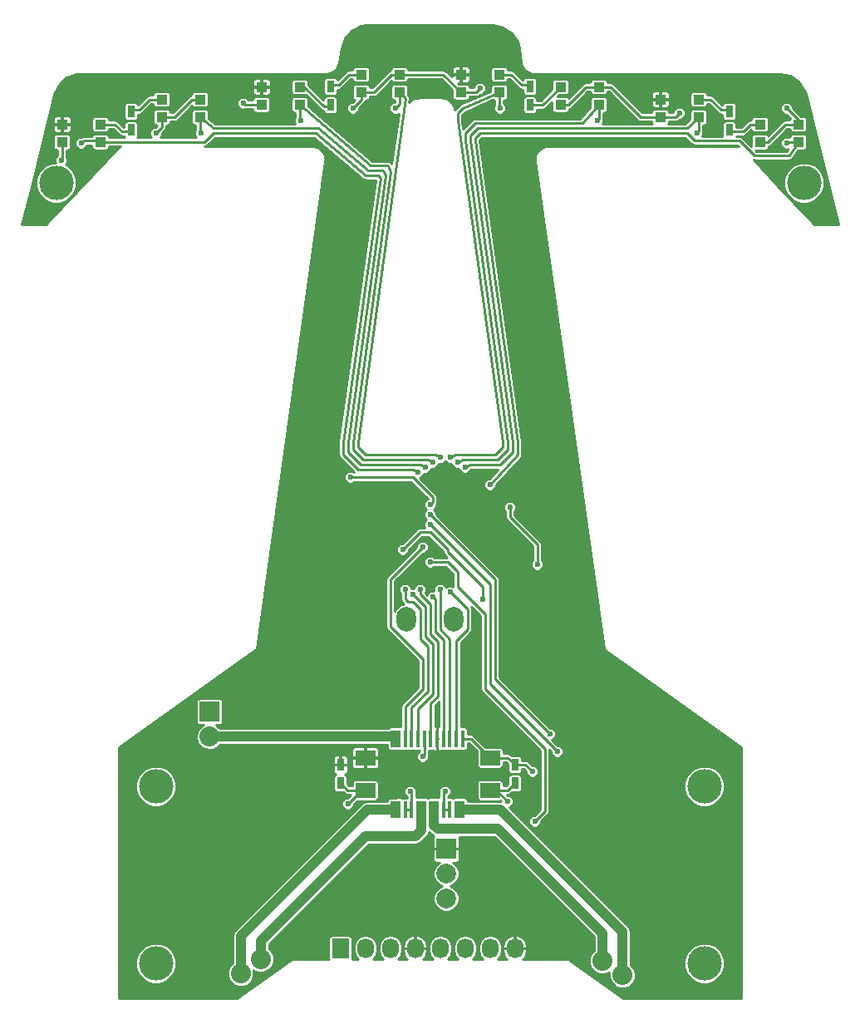
<source format=gbr>
G04 #@! TF.GenerationSoftware,KiCad,Pcbnew,no-vcs-found-c78a2ba~59~ubuntu16.10.1*
G04 #@! TF.CreationDate,2017-09-21T00:22:34+02:00*
G04 #@! TF.ProjectId,rat_board,7261745F626F6172642E6B696361645F,rev?*
G04 #@! TF.SameCoordinates,Original
G04 #@! TF.FileFunction,Copper,L2,Bot,Signal*
G04 #@! TF.FilePolarity,Positive*
%FSLAX46Y46*%
G04 Gerber Fmt 4.6, Leading zero omitted, Abs format (unit mm)*
G04 Created by KiCad (PCBNEW no-vcs-found-c78a2ba~59~ubuntu16.10.1) date Thu Sep 21 00:22:34 2017*
%MOMM*%
%LPD*%
G01*
G04 APERTURE LIST*
%ADD10R,2.000000X2.000000*%
%ADD11C,2.000000*%
%ADD12R,1.100000X1.750000*%
%ADD13R,0.450000X1.750000*%
%ADD14C,2.032000*%
%ADD15C,2.032000*%
%ADD16O,1.727200X2.032000*%
%ADD17R,1.727200X2.032000*%
%ADD18C,3.500000*%
%ADD19R,0.750000X1.200000*%
%ADD20R,1.100000X1.000000*%
%ADD21R,2.032000X1.524000*%
%ADD22O,2.032000X2.032000*%
%ADD23R,2.032000X2.032000*%
%ADD24O,1.998980X2.499360*%
%ADD25C,0.600000*%
%ADD26C,0.250000*%
%ADD27C,1.000000*%
%ADD28C,0.254000*%
G04 APERTURE END LIST*
D10*
X142621000Y-129540000D03*
D11*
X142621000Y-132080000D03*
X142621000Y-134620000D03*
D12*
X137464800Y-118325900D03*
D13*
X144291000Y-118320000D03*
X143641000Y-118320000D03*
X142991000Y-118320000D03*
X142341000Y-118320000D03*
X141691000Y-118320000D03*
X141041000Y-118320000D03*
X140391000Y-118320000D03*
X139741000Y-118320000D03*
X139091000Y-118320000D03*
X138441000Y-118320000D03*
X137141000Y-118320000D03*
X137791000Y-125520000D03*
X139091000Y-125520000D03*
X140391000Y-125520000D03*
X141691000Y-125520000D03*
X142991000Y-125520000D03*
X144291000Y-125520000D03*
D12*
X137464800Y-125526800D03*
X140070840Y-125521720D03*
X141366240Y-125521720D03*
X143967200Y-125521720D03*
D13*
X138440760Y-125530160D03*
X142340760Y-125530160D03*
D14*
X160576646Y-142426884D03*
D15*
X160576646Y-142426884D02*
X160576646Y-142426884D01*
D14*
X158496000Y-140970000D03*
X123746646Y-140783116D03*
D15*
X123746646Y-140783116D02*
X123746646Y-140783116D01*
D14*
X121666000Y-142240000D03*
D16*
X149606000Y-139700000D03*
X147066000Y-139700000D03*
X144526000Y-139700000D03*
X141986000Y-139700000D03*
X139446000Y-139700000D03*
X136906000Y-139700000D03*
X134366000Y-139700000D03*
D17*
X131826000Y-139700000D03*
D18*
X113030000Y-141224000D03*
X168910000Y-141224000D03*
X168910000Y-123190000D03*
X113030000Y-123190000D03*
D19*
X110490000Y-56322000D03*
X110490000Y-54422000D03*
X130810000Y-53782000D03*
X130810000Y-51882000D03*
X151130000Y-51882000D03*
X151130000Y-53782000D03*
X171450000Y-54422000D03*
X171450000Y-56322000D03*
D20*
X103460000Y-55742000D03*
X107360000Y-55742000D03*
X107360000Y-57542000D03*
X103460000Y-57542000D03*
X123780000Y-51932000D03*
X127680000Y-51932000D03*
X127680000Y-53732000D03*
X123780000Y-53732000D03*
X144100000Y-50662000D03*
X148000000Y-50662000D03*
X148000000Y-52462000D03*
X144100000Y-52462000D03*
X164420000Y-53202000D03*
X168320000Y-53202000D03*
X168320000Y-55002000D03*
X164420000Y-55002000D03*
X113620000Y-53202000D03*
X117520000Y-53202000D03*
X117520000Y-55002000D03*
X113620000Y-55002000D03*
X133940000Y-50662000D03*
X137840000Y-50662000D03*
X137840000Y-52462000D03*
X133940000Y-52462000D03*
D19*
X131826000Y-122870000D03*
X131826000Y-120970000D03*
D21*
X134366000Y-123571000D03*
X134366000Y-120269000D03*
D19*
X149606000Y-122870000D03*
X149606000Y-120970000D03*
D21*
X147066000Y-123571000D03*
X147066000Y-120269000D03*
D22*
X118491000Y-118110000D03*
D23*
X118491000Y-115570000D03*
D24*
X143410940Y-106172000D03*
X138529060Y-106172000D03*
D20*
X154260000Y-53732000D03*
X158160000Y-53732000D03*
X158160000Y-51932000D03*
X154260000Y-51932000D03*
X174580000Y-57542000D03*
X178480000Y-57542000D03*
X178480000Y-55742000D03*
X174580000Y-55742000D03*
D18*
X102870000Y-61722000D03*
X179070000Y-61722000D03*
D25*
X149860000Y-60960000D03*
X132080000Y-60960000D03*
X140716000Y-98044000D03*
X148082000Y-99060000D03*
X133096000Y-97536000D03*
X137414000Y-92456000D03*
X146812000Y-95758000D03*
X153924000Y-92964000D03*
X136398000Y-101092000D03*
X128016000Y-96012000D03*
X128016000Y-90170000D03*
X128524000Y-109474000D03*
X146050000Y-54610000D03*
X148844000Y-124714000D03*
X140208000Y-120142000D03*
X132588000Y-124968000D03*
X142494000Y-123698000D03*
X138938000Y-123698000D03*
X166370000Y-54610000D03*
X177292000Y-54102000D03*
X146050000Y-52070000D03*
X133096000Y-54102000D03*
X121920000Y-53594000D03*
X113030000Y-56642000D03*
X103378000Y-59436000D03*
X151384000Y-121666000D03*
X151892000Y-100584000D03*
X149098000Y-94742000D03*
X140462000Y-90678000D03*
X141224000Y-90170000D03*
X141986000Y-89677240D03*
X143002000Y-89662000D03*
X151638000Y-126746000D03*
X140970000Y-100330000D03*
X146304000Y-104140000D03*
X138176000Y-99060000D03*
X117602000Y-56642000D03*
X127762000Y-55372000D03*
X137414000Y-54102000D03*
X148082000Y-54102000D03*
X132842000Y-91694000D03*
X140970000Y-94488000D03*
X140208000Y-98806000D03*
X138430000Y-103124000D03*
X139192000Y-103632000D03*
X139954000Y-103124000D03*
X141986000Y-103124000D03*
X141224000Y-103886000D03*
X143002000Y-103378000D03*
X153924000Y-119634000D03*
X140970000Y-96520000D03*
X153162000Y-117856000D03*
X140970000Y-95504000D03*
X139700000Y-91186000D03*
X105410000Y-57658000D03*
X143764000Y-90170000D03*
X157988000Y-55372000D03*
X144526000Y-90678000D03*
X168148000Y-56642000D03*
X147066000Y-92456000D03*
X177292000Y-57658000D03*
D26*
X147066000Y-123571000D02*
X148905000Y-123571000D01*
X148905000Y-123571000D02*
X149606000Y-122870000D01*
X147066000Y-123571000D02*
X147701000Y-123571000D01*
X147701000Y-123571000D02*
X148844000Y-124714000D01*
X140391000Y-118320000D02*
X140391000Y-119959000D01*
X140391000Y-119959000D02*
X140208000Y-120142000D01*
X134366000Y-123571000D02*
X133985000Y-123571000D01*
X133985000Y-123571000D02*
X132588000Y-124968000D01*
X134366000Y-123571000D02*
X132527000Y-123571000D01*
X132527000Y-123571000D02*
X131826000Y-122870000D01*
X142340760Y-125530160D02*
X142340760Y-123851240D01*
X142340760Y-123851240D02*
X142494000Y-123698000D01*
X139091000Y-125520000D02*
X139091000Y-123851000D01*
X139091000Y-123851000D02*
X138938000Y-123698000D01*
X142991000Y-125520000D02*
X142350920Y-125520000D01*
X142350920Y-125520000D02*
X142340760Y-125530160D01*
X139091000Y-125520000D02*
X138450920Y-125520000D01*
X138450920Y-125520000D02*
X138440760Y-125530160D01*
X164420000Y-55002000D02*
X165978000Y-55002000D01*
X165978000Y-55002000D02*
X166370000Y-54610000D01*
X158160000Y-51932000D02*
X159374000Y-51932000D01*
X162444000Y-55002000D02*
X164420000Y-55002000D01*
X159374000Y-51932000D02*
X162444000Y-55002000D01*
X178480000Y-55742000D02*
X178480000Y-55290000D01*
X178480000Y-55290000D02*
X177292000Y-54102000D01*
X174580000Y-57542000D02*
X175376000Y-57542000D01*
X177176000Y-55742000D02*
X178480000Y-55742000D01*
X175376000Y-57542000D02*
X177176000Y-55742000D01*
X144100000Y-52462000D02*
X145658000Y-52462000D01*
X145658000Y-52462000D02*
X146050000Y-52070000D01*
X154260000Y-53732000D02*
X155056000Y-53732000D01*
X156856000Y-51932000D02*
X158160000Y-51932000D01*
X155056000Y-53732000D02*
X156856000Y-51932000D01*
X137840000Y-50662000D02*
X142300000Y-50662000D01*
X142300000Y-50662000D02*
X144100000Y-52462000D01*
X133940000Y-52462000D02*
X133940000Y-53258000D01*
X133940000Y-53258000D02*
X133096000Y-54102000D01*
X133940000Y-52462000D02*
X135244000Y-52462000D01*
X137044000Y-50662000D02*
X137840000Y-50662000D01*
X135244000Y-52462000D02*
X137044000Y-50662000D01*
X123780000Y-53732000D02*
X122058000Y-53732000D01*
X122058000Y-53732000D02*
X121920000Y-53594000D01*
X117520000Y-53202000D02*
X116724000Y-53202000D01*
X114924000Y-55002000D02*
X113620000Y-55002000D01*
X116724000Y-53202000D02*
X114924000Y-55002000D01*
X113620000Y-55002000D02*
X113620000Y-56052000D01*
X113620000Y-56052000D02*
X113030000Y-56642000D01*
X103460000Y-57542000D02*
X103460000Y-59354000D01*
X103460000Y-59354000D02*
X103378000Y-59436000D01*
X150688000Y-120970000D02*
X149606000Y-120970000D01*
X151384000Y-121666000D02*
X150688000Y-120970000D01*
X147066000Y-120269000D02*
X148905000Y-120269000D01*
X148905000Y-120269000D02*
X149606000Y-120970000D01*
X144291000Y-118320000D02*
X145117000Y-118320000D01*
X145117000Y-118320000D02*
X147066000Y-120269000D01*
D27*
X118491000Y-118110000D02*
X137248900Y-118110000D01*
X137248900Y-118110000D02*
X137464800Y-118325900D01*
D26*
X151892000Y-98552000D02*
X151892000Y-100584000D01*
X149098000Y-95758000D02*
X151892000Y-98552000D01*
X149098000Y-94742000D02*
X149098000Y-95758000D01*
X118872000Y-56134000D02*
X117520000Y-55002000D01*
X140462000Y-90678000D02*
X139954000Y-90424000D01*
X139954000Y-90424000D02*
X133858000Y-90424000D01*
X133858000Y-90424000D02*
X132588000Y-89154000D01*
X132588000Y-89154000D02*
X132588000Y-88138000D01*
X132588000Y-88138000D02*
X136398000Y-60960000D01*
X136398000Y-60960000D02*
X136144000Y-60452000D01*
X136144000Y-60452000D02*
X134620000Y-60452000D01*
X134620000Y-60452000D02*
X129540000Y-56134000D01*
X129540000Y-56134000D02*
X118872000Y-56134000D01*
X141224000Y-90170000D02*
X140716000Y-89916000D01*
X140716000Y-89916000D02*
X134112000Y-89916000D01*
X134112000Y-89916000D02*
X133096000Y-88900000D01*
X133096000Y-88900000D02*
X133096000Y-88138000D01*
X133096000Y-88138000D02*
X136906000Y-60579000D01*
X136906000Y-60579000D02*
X136652000Y-59944000D01*
X136652000Y-59944000D02*
X134874000Y-59944000D01*
X134874000Y-59944000D02*
X127680000Y-53732000D01*
X137840000Y-52462000D02*
X138430000Y-53086000D01*
X138430000Y-53086000D02*
X133604000Y-88138000D01*
X133604000Y-88138000D02*
X133604000Y-88646000D01*
X133604000Y-88646000D02*
X134366000Y-89408000D01*
X134366000Y-89408000D02*
X141478000Y-89408000D01*
X141478000Y-89408000D02*
X141986000Y-89677240D01*
X143002000Y-89662000D02*
X143510000Y-89408000D01*
X143510000Y-89408000D02*
X147574000Y-89408000D01*
X147574000Y-89408000D02*
X148336000Y-88646000D01*
X148336000Y-88646000D02*
X148336000Y-88138000D01*
X148336000Y-88138000D02*
X143764000Y-55372000D01*
X143764000Y-55372000D02*
X143764000Y-54610000D01*
X143764000Y-54610000D02*
X144272000Y-54102000D01*
X144272000Y-54102000D02*
X148000000Y-52462000D01*
X141691000Y-125520000D02*
X141367960Y-125520000D01*
X141367960Y-125520000D02*
X141366240Y-125521720D01*
D27*
X141366240Y-125521720D02*
X141366240Y-127142240D01*
X158496000Y-138176000D02*
X158496000Y-140970000D01*
X147828000Y-127508000D02*
X158496000Y-138176000D01*
X141732000Y-127508000D02*
X147828000Y-127508000D01*
X141366240Y-127142240D02*
X141732000Y-127508000D01*
D26*
X144291000Y-125520000D02*
X143968920Y-125520000D01*
X143968920Y-125520000D02*
X143967200Y-125521720D01*
D27*
X143967200Y-125521720D02*
X148127720Y-125521720D01*
X160576646Y-137970646D02*
X160576646Y-142426884D01*
X148127720Y-125521720D02*
X160576646Y-137970646D01*
D26*
X140391000Y-125520000D02*
X140072560Y-125520000D01*
X140072560Y-125520000D02*
X140070840Y-125521720D01*
D27*
X140070840Y-125521720D02*
X140070840Y-127645160D01*
X123746646Y-138889354D02*
X123746646Y-140783116D01*
X134366000Y-128270000D02*
X123746646Y-138889354D01*
X139446000Y-128270000D02*
X134366000Y-128270000D01*
X140070840Y-127645160D02*
X139446000Y-128270000D01*
D26*
X137791000Y-125520000D02*
X137471600Y-125520000D01*
X137471600Y-125520000D02*
X137464800Y-125526800D01*
D27*
X137464800Y-125526800D02*
X134569200Y-125526800D01*
X121666000Y-138430000D02*
X121666000Y-142240000D01*
X134569200Y-125526800D02*
X121666000Y-138430000D01*
D26*
X152654000Y-125730000D02*
X151638000Y-126746000D01*
X152654000Y-119380000D02*
X152654000Y-125730000D01*
X146558000Y-113284000D02*
X152654000Y-119380000D01*
X146558000Y-105664000D02*
X146558000Y-113284000D01*
X143764000Y-102870000D02*
X146558000Y-105664000D01*
X143764000Y-101346000D02*
X143764000Y-102870000D01*
X142748000Y-100330000D02*
X143764000Y-101346000D01*
X140970000Y-100330000D02*
X142748000Y-100330000D01*
X146304000Y-104140000D02*
X146304000Y-102870000D01*
X146304000Y-102870000D02*
X142748000Y-99314000D01*
X142748000Y-99314000D02*
X142748000Y-99060000D01*
X142748000Y-99060000D02*
X140970000Y-97282000D01*
X140970000Y-97282000D02*
X139954000Y-97282000D01*
X139954000Y-97282000D02*
X138176000Y-99060000D01*
X137160000Y-139827000D02*
X137160000Y-139700000D01*
X117520000Y-56560000D02*
X117520000Y-55002000D01*
X117602000Y-56642000D02*
X117520000Y-56560000D01*
X127680000Y-55290000D02*
X127680000Y-53732000D01*
X127762000Y-55372000D02*
X127680000Y-55290000D01*
X127680000Y-54020000D02*
X127680000Y-53732000D01*
X127680000Y-54020000D02*
X127680000Y-53732000D01*
X137840000Y-52462000D02*
X138060000Y-52462000D01*
X137840000Y-52462000D02*
X137840000Y-52496000D01*
X137414000Y-54102000D02*
X137840000Y-53676000D01*
X137840000Y-53676000D02*
X137840000Y-52462000D01*
X148000000Y-54020000D02*
X148000000Y-52462000D01*
X148082000Y-54102000D02*
X148000000Y-54020000D01*
X139192000Y-91694000D02*
X132842000Y-91694000D01*
X141224000Y-93726000D02*
X139192000Y-91694000D01*
X141224000Y-94234000D02*
X141224000Y-93726000D01*
X140970000Y-94488000D02*
X141224000Y-94234000D01*
X138441000Y-118320000D02*
X138441000Y-115051000D01*
X136906000Y-102108000D02*
X140208000Y-98806000D01*
X136906000Y-106934000D02*
X136906000Y-102108000D01*
X140208000Y-110236000D02*
X136906000Y-106934000D01*
X140208000Y-113284000D02*
X140208000Y-110236000D01*
X138441000Y-115051000D02*
X140208000Y-113284000D01*
X139091000Y-118320000D02*
X139091000Y-115163000D01*
X139091000Y-115163000D02*
X140716000Y-113538000D01*
X140716000Y-113538000D02*
X140716000Y-108966000D01*
X140716000Y-108966000D02*
X139954000Y-108204000D01*
X139954000Y-108204000D02*
X139954000Y-105156000D01*
X139954000Y-105156000D02*
X139192000Y-104394000D01*
X139192000Y-104394000D02*
X138684000Y-104394000D01*
X138684000Y-104394000D02*
X138430000Y-104140000D01*
X138430000Y-104140000D02*
X138430000Y-103124000D01*
X139741000Y-118320000D02*
X139741000Y-115275000D01*
X139741000Y-115275000D02*
X141224000Y-113792000D01*
X141224000Y-113792000D02*
X141224000Y-108712000D01*
X141224000Y-108712000D02*
X140462000Y-107950000D01*
X140462000Y-107950000D02*
X140462000Y-104902000D01*
X140462000Y-104902000D02*
X139192000Y-103632000D01*
X141041000Y-118320000D02*
X141041000Y-114737000D01*
X141041000Y-114737000D02*
X141732000Y-114046000D01*
X141732000Y-114046000D02*
X141732000Y-108458000D01*
X141732000Y-108458000D02*
X140970000Y-107696000D01*
X140970000Y-107696000D02*
X140970000Y-104648000D01*
X140970000Y-104648000D02*
X139954000Y-103632000D01*
X139954000Y-103632000D02*
X139954000Y-103124000D01*
X142991000Y-118320000D02*
X142991000Y-108193000D01*
X142991000Y-108193000D02*
X141986000Y-107188000D01*
X141986000Y-107188000D02*
X141986000Y-103124000D01*
X142341000Y-118320000D02*
X142341000Y-108305000D01*
X142341000Y-108305000D02*
X141478000Y-107442000D01*
X141478000Y-107442000D02*
X141478000Y-104140000D01*
X141478000Y-104140000D02*
X141224000Y-103886000D01*
X143641000Y-108327000D02*
X143641000Y-118320000D01*
X144780000Y-107188000D02*
X143641000Y-108327000D01*
X144780000Y-105156000D02*
X144780000Y-107188000D01*
X143002000Y-103378000D02*
X144780000Y-105156000D01*
X147066000Y-112776000D02*
X153924000Y-119634000D01*
X147066000Y-102616000D02*
X147066000Y-112776000D01*
X140970000Y-96520000D02*
X147066000Y-102616000D01*
X153162000Y-117856000D02*
X147574000Y-112268000D01*
X147574000Y-112268000D02*
X147574000Y-102108000D01*
X147574000Y-102108000D02*
X140970000Y-95504000D01*
X142240000Y-139827000D02*
X142367000Y-139827000D01*
X110490000Y-54272000D02*
X111336000Y-54272000D01*
X112406000Y-53202000D02*
X113620000Y-53202000D01*
X111336000Y-54272000D02*
X112406000Y-53202000D01*
X135636000Y-60960000D02*
X135890000Y-61214000D01*
X139700000Y-91186000D02*
X139192000Y-90932000D01*
X139192000Y-90932000D02*
X133604000Y-90932000D01*
X133604000Y-90932000D02*
X132080000Y-89408000D01*
X132080000Y-89408000D02*
X132080000Y-88138000D01*
X132080000Y-88138000D02*
X135890000Y-61214000D01*
X135636000Y-60960000D02*
X134366000Y-60960000D01*
X134366000Y-60960000D02*
X129286000Y-56642000D01*
X129286000Y-56642000D02*
X118872000Y-56642000D01*
X118872000Y-56642000D02*
X117983000Y-57531000D01*
X117983000Y-57531000D02*
X107360000Y-57542000D01*
X105664000Y-57404000D02*
X107222000Y-57404000D01*
X105410000Y-57658000D02*
X105664000Y-57404000D01*
X107222000Y-57404000D02*
X107360000Y-57542000D01*
X151130000Y-53782000D02*
X152410000Y-53782000D01*
X152410000Y-53782000D02*
X154260000Y-51932000D01*
X144272000Y-89916000D02*
X143764000Y-90170000D01*
X144272000Y-89916000D02*
X147828000Y-89916000D01*
X147828000Y-89916000D02*
X148844000Y-88900000D01*
X148844000Y-88900000D02*
X148844000Y-88138000D01*
X148844000Y-88138000D02*
X144526000Y-57404000D01*
X144526000Y-57404000D02*
X144526000Y-56642000D01*
X144526000Y-56642000D02*
X145542000Y-55626000D01*
X145542000Y-55626000D02*
X156464000Y-55626000D01*
X156464000Y-55626000D02*
X158160000Y-53732000D01*
X158160000Y-55200000D02*
X158160000Y-53732000D01*
X157988000Y-55372000D02*
X158160000Y-55200000D01*
X144526000Y-90678000D02*
X145034000Y-90424000D01*
X145034000Y-90424000D02*
X148082000Y-90424000D01*
X148082000Y-90424000D02*
X149352000Y-89154000D01*
X149352000Y-89154000D02*
X149352000Y-88138000D01*
X149352000Y-88138000D02*
X145034000Y-57404000D01*
X145034000Y-57404000D02*
X145034000Y-56896000D01*
X145034000Y-56896000D02*
X145796000Y-56134000D01*
X145796000Y-56134000D02*
X167132000Y-56134000D01*
X167132000Y-56134000D02*
X168320000Y-55002000D01*
X168320000Y-56470000D02*
X168320000Y-55002000D01*
X168148000Y-56642000D02*
X168320000Y-56470000D01*
X147066000Y-92456000D02*
X149860000Y-89408000D01*
X149860000Y-89408000D02*
X149860000Y-88138000D01*
X149860000Y-88138000D02*
X145542000Y-57404000D01*
X145542000Y-57404000D02*
X145542000Y-57150000D01*
X145542000Y-57150000D02*
X146050000Y-56642000D01*
X146050000Y-56642000D02*
X167132000Y-56642000D01*
X167132000Y-56642000D02*
X167894000Y-57404000D01*
X167894000Y-57404000D02*
X172466000Y-57404000D01*
X172466000Y-57404000D02*
X173990000Y-58928000D01*
X173990000Y-58928000D02*
X177546000Y-58928000D01*
X177546000Y-58928000D02*
X178480000Y-57542000D01*
X177408000Y-57542000D02*
X178480000Y-57542000D01*
X177292000Y-57658000D02*
X177408000Y-57542000D01*
X178562000Y-57624000D02*
X178480000Y-57542000D01*
X123814000Y-51932000D02*
X123780000Y-51932000D01*
X107360000Y-55742000D02*
X108828000Y-55742000D01*
X109558000Y-56472000D02*
X110490000Y-56472000D01*
X108828000Y-55742000D02*
X109558000Y-56472000D01*
X127680000Y-51932000D02*
X128132000Y-51932000D01*
X128132000Y-51932000D02*
X130132000Y-53932000D01*
X130132000Y-53932000D02*
X130810000Y-53932000D01*
X130810000Y-51732000D02*
X131656000Y-51732000D01*
X132726000Y-50662000D02*
X133940000Y-50662000D01*
X131656000Y-51732000D02*
X132726000Y-50662000D01*
X148000000Y-50662000D02*
X149214000Y-50662000D01*
X150284000Y-51732000D02*
X151130000Y-51732000D01*
X149214000Y-50662000D02*
X150284000Y-51732000D01*
X168320000Y-53202000D02*
X169534000Y-53202000D01*
X170604000Y-54272000D02*
X171450000Y-54272000D01*
X169534000Y-53202000D02*
X170604000Y-54272000D01*
X174580000Y-55742000D02*
X173620000Y-55742000D01*
X172890000Y-56472000D02*
X171450000Y-56472000D01*
X173620000Y-55742000D02*
X172890000Y-56472000D01*
D28*
G36*
X134073263Y-61304397D02*
X134134629Y-61338573D01*
X134193027Y-61377594D01*
X134211175Y-61381204D01*
X134227341Y-61390207D01*
X134297110Y-61398297D01*
X134366000Y-61412000D01*
X135405478Y-61412000D01*
X131632459Y-88074669D01*
X131634243Y-88106616D01*
X131628000Y-88138000D01*
X131628000Y-89408000D01*
X131662406Y-89580973D01*
X131760388Y-89727612D01*
X133194055Y-91161280D01*
X132967265Y-91067109D01*
X132717829Y-91066891D01*
X132487297Y-91162145D01*
X132310765Y-91338369D01*
X132215109Y-91568735D01*
X132214891Y-91818171D01*
X132310145Y-92048703D01*
X132486369Y-92225235D01*
X132716735Y-92320891D01*
X132966171Y-92321109D01*
X133196703Y-92225855D01*
X133276698Y-92146000D01*
X139004776Y-92146000D01*
X140756555Y-93897779D01*
X140615297Y-93956145D01*
X140438765Y-94132369D01*
X140343109Y-94362735D01*
X140342891Y-94612171D01*
X140438145Y-94842703D01*
X140591287Y-94996113D01*
X140438765Y-95148369D01*
X140343109Y-95378735D01*
X140342891Y-95628171D01*
X140438145Y-95858703D01*
X140591287Y-96012113D01*
X140438765Y-96164369D01*
X140343109Y-96394735D01*
X140342891Y-96644171D01*
X140419674Y-96830000D01*
X139954000Y-96830000D01*
X139781027Y-96864406D01*
X139634388Y-96962388D01*
X138163787Y-98432989D01*
X138051829Y-98432891D01*
X137821297Y-98528145D01*
X137644765Y-98704369D01*
X137549109Y-98934735D01*
X137548891Y-99184171D01*
X137644145Y-99414703D01*
X137820369Y-99591235D01*
X138050735Y-99686891D01*
X138300171Y-99687109D01*
X138530703Y-99591855D01*
X138707235Y-99415631D01*
X138802891Y-99185265D01*
X138802990Y-99072234D01*
X140141224Y-97734000D01*
X140782776Y-97734000D01*
X142296000Y-99247224D01*
X142296000Y-99314000D01*
X142330406Y-99486973D01*
X142428388Y-99633612D01*
X142672776Y-99878000D01*
X141404728Y-99878000D01*
X141325631Y-99798765D01*
X141095265Y-99703109D01*
X140845829Y-99702891D01*
X140615297Y-99798145D01*
X140438765Y-99974369D01*
X140343109Y-100204735D01*
X140342891Y-100454171D01*
X140438145Y-100684703D01*
X140614369Y-100861235D01*
X140844735Y-100956891D01*
X141094171Y-100957109D01*
X141324703Y-100861855D01*
X141404698Y-100782000D01*
X142560776Y-100782000D01*
X143312000Y-101533224D01*
X143312000Y-102827817D01*
X143127265Y-102751109D01*
X142877829Y-102750891D01*
X142647297Y-102846145D01*
X142578135Y-102915186D01*
X142517855Y-102769297D01*
X142341631Y-102592765D01*
X142111265Y-102497109D01*
X141861829Y-102496891D01*
X141631297Y-102592145D01*
X141454765Y-102768369D01*
X141359109Y-102998735D01*
X141358891Y-103248171D01*
X141366340Y-103266199D01*
X141349265Y-103259109D01*
X141099829Y-103258891D01*
X140869297Y-103354145D01*
X140692765Y-103530369D01*
X140633740Y-103672516D01*
X140463026Y-103501802D01*
X140485235Y-103479631D01*
X140580891Y-103249265D01*
X140581109Y-102999829D01*
X140485855Y-102769297D01*
X140309631Y-102592765D01*
X140079265Y-102497109D01*
X139829829Y-102496891D01*
X139599297Y-102592145D01*
X139422765Y-102768369D01*
X139327109Y-102998735D01*
X139327100Y-103009193D01*
X139317265Y-103005109D01*
X139067829Y-103004891D01*
X139057101Y-103009324D01*
X139057109Y-102999829D01*
X138961855Y-102769297D01*
X138785631Y-102592765D01*
X138555265Y-102497109D01*
X138305829Y-102496891D01*
X138075297Y-102592145D01*
X137898765Y-102768369D01*
X137803109Y-102998735D01*
X137802891Y-103248171D01*
X137898145Y-103478703D01*
X137978000Y-103558698D01*
X137978000Y-104140000D01*
X138012406Y-104312973D01*
X138110388Y-104459612D01*
X138267279Y-104616503D01*
X138021434Y-104665404D01*
X137591090Y-104952951D01*
X137358000Y-105301794D01*
X137358000Y-102295224D01*
X140220213Y-99433011D01*
X140332171Y-99433109D01*
X140562703Y-99337855D01*
X140739235Y-99161631D01*
X140834891Y-98931265D01*
X140835109Y-98681829D01*
X140739855Y-98451297D01*
X140563631Y-98274765D01*
X140333265Y-98179109D01*
X140083829Y-98178891D01*
X139853297Y-98274145D01*
X139676765Y-98450369D01*
X139581109Y-98680735D01*
X139581010Y-98793766D01*
X136586388Y-101788388D01*
X136488406Y-101935027D01*
X136454000Y-102108000D01*
X136454000Y-106934000D01*
X136488406Y-107106973D01*
X136586388Y-107253612D01*
X139756000Y-110423224D01*
X139756000Y-113096775D01*
X138121388Y-114731388D01*
X138023406Y-114878027D01*
X137989000Y-115051000D01*
X137989000Y-117117494D01*
X137395661Y-117117494D01*
X137366000Y-117111594D01*
X136916000Y-117111594D01*
X136788411Y-117136973D01*
X136680246Y-117209246D01*
X136630966Y-117283000D01*
X119540173Y-117283000D01*
X119440644Y-117134045D01*
X119119415Y-116919406D01*
X119507000Y-116919406D01*
X119634589Y-116894027D01*
X119742754Y-116821754D01*
X119815027Y-116713589D01*
X119840406Y-116586000D01*
X119840406Y-114554000D01*
X119815027Y-114426411D01*
X119742754Y-114318246D01*
X119634589Y-114245973D01*
X119507000Y-114220594D01*
X117475000Y-114220594D01*
X117347411Y-114245973D01*
X117239246Y-114318246D01*
X117166973Y-114426411D01*
X117141594Y-114554000D01*
X117141594Y-116586000D01*
X117166973Y-116713589D01*
X117239246Y-116821754D01*
X117347411Y-116894027D01*
X117475000Y-116919406D01*
X117862585Y-116919406D01*
X117541356Y-117134045D01*
X117250230Y-117569745D01*
X117148000Y-118083689D01*
X117148000Y-118136311D01*
X117250230Y-118650255D01*
X117541356Y-119085955D01*
X117977056Y-119377081D01*
X118491000Y-119479311D01*
X118732799Y-119431214D01*
X132969000Y-119431214D01*
X132969000Y-120148350D01*
X133064250Y-120243600D01*
X134340600Y-120243600D01*
X134340600Y-119221250D01*
X134391400Y-119221250D01*
X134391400Y-120243600D01*
X135667750Y-120243600D01*
X135763000Y-120148350D01*
X135763000Y-119431214D01*
X135704996Y-119291180D01*
X135597819Y-119184004D01*
X135457785Y-119126000D01*
X134486650Y-119126000D01*
X134391400Y-119221250D01*
X134340600Y-119221250D01*
X134245350Y-119126000D01*
X133274215Y-119126000D01*
X133134181Y-119184004D01*
X133027004Y-119291180D01*
X132969000Y-119431214D01*
X118732799Y-119431214D01*
X119004944Y-119377081D01*
X119440644Y-119085955D01*
X119540173Y-118937000D01*
X136581394Y-118937000D01*
X136581394Y-119200900D01*
X136606773Y-119328489D01*
X136679046Y-119436654D01*
X136787211Y-119508927D01*
X136914800Y-119534306D01*
X138014800Y-119534306D01*
X138130231Y-119511345D01*
X138216000Y-119528406D01*
X138666000Y-119528406D01*
X138766000Y-119508515D01*
X138866000Y-119528406D01*
X139316000Y-119528406D01*
X139416000Y-119508515D01*
X139516000Y-119528406D01*
X139939000Y-119528406D01*
X139939000Y-119574733D01*
X139853297Y-119610145D01*
X139676765Y-119786369D01*
X139581109Y-120016735D01*
X139580891Y-120266171D01*
X139676145Y-120496703D01*
X139852369Y-120673235D01*
X140082735Y-120768891D01*
X140332171Y-120769109D01*
X140562703Y-120673855D01*
X140739235Y-120497631D01*
X140834891Y-120267265D01*
X140835109Y-120017829D01*
X140832537Y-120011603D01*
X140843000Y-119959000D01*
X140843000Y-119528406D01*
X141266000Y-119528406D01*
X141272292Y-119527155D01*
X141390215Y-119576000D01*
X141570350Y-119576000D01*
X141665600Y-119480750D01*
X141665600Y-118345400D01*
X141645600Y-118345400D01*
X141645600Y-118294600D01*
X141665600Y-118294600D01*
X141665600Y-117159250D01*
X141570350Y-117064000D01*
X141493000Y-117064000D01*
X141493000Y-114924224D01*
X141889000Y-114528225D01*
X141889000Y-117064000D01*
X141811650Y-117064000D01*
X141716400Y-117159250D01*
X141716400Y-118294600D01*
X141736400Y-118294600D01*
X141736400Y-118345400D01*
X141716400Y-118345400D01*
X141716400Y-119480750D01*
X141811650Y-119576000D01*
X141991785Y-119576000D01*
X142109708Y-119527155D01*
X142116000Y-119528406D01*
X142566000Y-119528406D01*
X142666000Y-119508515D01*
X142766000Y-119528406D01*
X143216000Y-119528406D01*
X143316000Y-119508515D01*
X143416000Y-119528406D01*
X143866000Y-119528406D01*
X143966000Y-119508515D01*
X144066000Y-119528406D01*
X144516000Y-119528406D01*
X144643589Y-119503027D01*
X144751754Y-119430754D01*
X144824027Y-119322589D01*
X144849406Y-119195000D01*
X144849406Y-118772000D01*
X144929776Y-118772000D01*
X145716594Y-119558818D01*
X145716594Y-121031000D01*
X145741973Y-121158589D01*
X145814246Y-121266754D01*
X145922411Y-121339027D01*
X146050000Y-121364406D01*
X148082000Y-121364406D01*
X148209589Y-121339027D01*
X148317754Y-121266754D01*
X148390027Y-121158589D01*
X148415406Y-121031000D01*
X148415406Y-120721000D01*
X148717776Y-120721000D01*
X148897594Y-120900818D01*
X148897594Y-121570000D01*
X148922973Y-121697589D01*
X148995246Y-121805754D01*
X149103411Y-121878027D01*
X149231000Y-121903406D01*
X149981000Y-121903406D01*
X150108589Y-121878027D01*
X150216754Y-121805754D01*
X150289027Y-121697589D01*
X150314406Y-121570000D01*
X150314406Y-121422000D01*
X150500776Y-121422000D01*
X150756989Y-121678213D01*
X150756891Y-121790171D01*
X150852145Y-122020703D01*
X151028369Y-122197235D01*
X151258735Y-122292891D01*
X151508171Y-122293109D01*
X151738703Y-122197855D01*
X151915235Y-122021631D01*
X152010891Y-121791265D01*
X152011109Y-121541829D01*
X151915855Y-121311297D01*
X151739631Y-121134765D01*
X151509265Y-121039109D01*
X151396235Y-121039010D01*
X151007612Y-120650388D01*
X150860973Y-120552406D01*
X150688000Y-120518000D01*
X150314406Y-120518000D01*
X150314406Y-120370000D01*
X150289027Y-120242411D01*
X150216754Y-120134246D01*
X150108589Y-120061973D01*
X149981000Y-120036594D01*
X149311818Y-120036594D01*
X149224612Y-119949388D01*
X149077973Y-119851406D01*
X148905000Y-119817000D01*
X148415406Y-119817000D01*
X148415406Y-119507000D01*
X148390027Y-119379411D01*
X148317754Y-119271246D01*
X148209589Y-119198973D01*
X148082000Y-119173594D01*
X146609818Y-119173594D01*
X145436612Y-118000388D01*
X145289973Y-117902406D01*
X145117000Y-117868000D01*
X144849406Y-117868000D01*
X144849406Y-117445000D01*
X144824027Y-117317411D01*
X144751754Y-117209246D01*
X144643589Y-117136973D01*
X144516000Y-117111594D01*
X144093000Y-117111594D01*
X144093000Y-108514224D01*
X145099612Y-107507612D01*
X145197594Y-107360973D01*
X145214017Y-107278406D01*
X145232000Y-107188000D01*
X145232000Y-105156000D01*
X145197594Y-104983027D01*
X145116624Y-104861848D01*
X146106000Y-105851224D01*
X146106000Y-113284000D01*
X146140406Y-113456973D01*
X146238388Y-113603612D01*
X152202000Y-119567224D01*
X152202000Y-125542776D01*
X151625787Y-126118989D01*
X151513829Y-126118891D01*
X151283297Y-126214145D01*
X151106765Y-126390369D01*
X151011109Y-126620735D01*
X151010891Y-126870171D01*
X151106145Y-127100703D01*
X151282369Y-127277235D01*
X151512735Y-127372891D01*
X151762171Y-127373109D01*
X151992703Y-127277855D01*
X152169235Y-127101631D01*
X152264891Y-126871265D01*
X152264990Y-126758234D01*
X152973612Y-126049612D01*
X153071594Y-125902973D01*
X153106000Y-125730000D01*
X153106000Y-123601328D01*
X166832640Y-123601328D01*
X167148178Y-124364989D01*
X167731938Y-124949768D01*
X168495047Y-125266639D01*
X169321328Y-125267360D01*
X170084989Y-124951822D01*
X170669768Y-124368062D01*
X170986639Y-123604953D01*
X170987360Y-122778672D01*
X170671822Y-122015011D01*
X170088062Y-121430232D01*
X169324953Y-121113361D01*
X168498672Y-121112640D01*
X167735011Y-121428178D01*
X167150232Y-122011938D01*
X166833361Y-122775047D01*
X166832640Y-123601328D01*
X153106000Y-123601328D01*
X153106000Y-119455225D01*
X153296989Y-119646214D01*
X153296891Y-119758171D01*
X153392145Y-119988703D01*
X153568369Y-120165235D01*
X153798735Y-120260891D01*
X154048171Y-120261109D01*
X154278703Y-120165855D01*
X154455235Y-119989631D01*
X154550891Y-119759265D01*
X154551109Y-119509829D01*
X154455855Y-119279297D01*
X154279631Y-119102765D01*
X154049265Y-119007109D01*
X153936235Y-119007010D01*
X153375446Y-118446221D01*
X153516703Y-118387855D01*
X153693235Y-118211631D01*
X153788891Y-117981265D01*
X153789109Y-117731829D01*
X153693855Y-117501297D01*
X153517631Y-117324765D01*
X153287265Y-117229109D01*
X153174235Y-117229010D01*
X148026000Y-112080776D01*
X148026000Y-102108000D01*
X147991594Y-101935027D01*
X147900035Y-101798000D01*
X147893612Y-101788387D01*
X141597011Y-95491787D01*
X141597109Y-95379829D01*
X141501855Y-95149297D01*
X141348713Y-94995887D01*
X141478655Y-94866171D01*
X148470891Y-94866171D01*
X148566145Y-95096703D01*
X148646000Y-95176698D01*
X148646000Y-95758000D01*
X148680406Y-95930973D01*
X148778388Y-96077612D01*
X151440000Y-98739224D01*
X151440000Y-100149272D01*
X151360765Y-100228369D01*
X151265109Y-100458735D01*
X151264891Y-100708171D01*
X151360145Y-100938703D01*
X151536369Y-101115235D01*
X151766735Y-101210891D01*
X152016171Y-101211109D01*
X152246703Y-101115855D01*
X152423235Y-100939631D01*
X152518891Y-100709265D01*
X152519109Y-100459829D01*
X152423855Y-100229297D01*
X152344000Y-100149302D01*
X152344000Y-98552000D01*
X152309594Y-98379027D01*
X152211612Y-98232388D01*
X149550000Y-95570776D01*
X149550000Y-95176728D01*
X149629235Y-95097631D01*
X149724891Y-94867265D01*
X149725109Y-94617829D01*
X149629855Y-94387297D01*
X149453631Y-94210765D01*
X149223265Y-94115109D01*
X148973829Y-94114891D01*
X148743297Y-94210145D01*
X148566765Y-94386369D01*
X148471109Y-94616735D01*
X148470891Y-94866171D01*
X141478655Y-94866171D01*
X141501235Y-94843631D01*
X141596891Y-94613265D01*
X141597013Y-94473693D01*
X141641594Y-94406973D01*
X141658017Y-94324406D01*
X141676000Y-94234000D01*
X141676000Y-93726000D01*
X141641594Y-93553027D01*
X141543612Y-93406388D01*
X139913445Y-91776221D01*
X140054703Y-91717855D01*
X140231235Y-91541631D01*
X140326891Y-91311265D01*
X140326900Y-91300807D01*
X140336735Y-91304891D01*
X140586171Y-91305109D01*
X140816703Y-91209855D01*
X140993235Y-91033631D01*
X141088891Y-90803265D01*
X141088900Y-90792807D01*
X141098735Y-90796891D01*
X141348171Y-90797109D01*
X141578703Y-90701855D01*
X141755235Y-90525631D01*
X141849199Y-90299341D01*
X141860735Y-90304131D01*
X142110171Y-90304349D01*
X142340703Y-90209095D01*
X142501733Y-90048346D01*
X142646369Y-90193235D01*
X142876735Y-90288891D01*
X143126171Y-90289109D01*
X143136899Y-90284676D01*
X143136891Y-90294171D01*
X143232145Y-90524703D01*
X143408369Y-90701235D01*
X143638735Y-90796891D01*
X143888171Y-90797109D01*
X143898899Y-90792676D01*
X143898891Y-90802171D01*
X143994145Y-91032703D01*
X144170369Y-91209235D01*
X144400735Y-91304891D01*
X144650171Y-91305109D01*
X144880703Y-91209855D01*
X145057235Y-91033631D01*
X145117969Y-90887367D01*
X145140702Y-90876000D01*
X147901164Y-90876000D01*
X147027612Y-91828966D01*
X146941829Y-91828891D01*
X146711297Y-91924145D01*
X146534765Y-92100369D01*
X146439109Y-92330735D01*
X146438891Y-92580171D01*
X146534145Y-92810703D01*
X146710369Y-92987235D01*
X146940735Y-93082891D01*
X147190171Y-93083109D01*
X147420703Y-92987855D01*
X147597235Y-92811631D01*
X147692891Y-92581265D01*
X147693014Y-92440897D01*
X150193193Y-89713428D01*
X150233953Y-89646285D01*
X150277594Y-89580973D01*
X150279539Y-89571194D01*
X150284713Y-89562671D01*
X150296675Y-89485044D01*
X150312000Y-89408000D01*
X150312000Y-88138000D01*
X150305801Y-88106836D01*
X150307604Y-88075113D01*
X145994000Y-57372402D01*
X145994000Y-57337224D01*
X146237225Y-57094000D01*
X166944776Y-57094000D01*
X167574388Y-57723612D01*
X167721027Y-57821594D01*
X167894000Y-57856000D01*
X172278776Y-57856000D01*
X172399682Y-57976906D01*
X152949456Y-57976906D01*
X152938867Y-57979012D01*
X152928155Y-57977653D01*
X152788365Y-57987472D01*
X152749325Y-57998129D01*
X152709261Y-58003785D01*
X152340977Y-58132652D01*
X152318861Y-58145698D01*
X152238811Y-58192918D01*
X151947876Y-58452914D01*
X151876551Y-58547689D01*
X151876550Y-58547691D01*
X151707259Y-58899228D01*
X151677631Y-59014083D01*
X151655753Y-59403650D01*
X151659939Y-59433298D01*
X151658260Y-59463192D01*
X158668985Y-109122496D01*
X158670257Y-109126131D01*
X158670137Y-109129977D01*
X158689789Y-109181952D01*
X158708161Y-109234455D01*
X158710728Y-109237327D01*
X158712088Y-109240925D01*
X158750142Y-109281432D01*
X158787200Y-109322899D01*
X158790668Y-109324569D01*
X158793304Y-109327375D01*
X172666000Y-119236444D01*
X172666000Y-144776000D01*
X160667421Y-144776000D01*
X155146696Y-140832625D01*
X155115130Y-140818381D01*
X155086336Y-140799141D01*
X155061582Y-140794217D01*
X155038579Y-140783837D01*
X155003968Y-140782757D01*
X154970000Y-140776000D01*
X150428084Y-140776000D01*
X150468104Y-140750425D01*
X150746140Y-140352154D01*
X150850600Y-139877800D01*
X150850600Y-139725400D01*
X149631400Y-139725400D01*
X149631400Y-139745400D01*
X149580600Y-139745400D01*
X149580600Y-139725400D01*
X148361400Y-139725400D01*
X148361400Y-139877800D01*
X148465860Y-140352154D01*
X148743896Y-140750425D01*
X148783916Y-140776000D01*
X147824957Y-140776000D01*
X147907881Y-140720592D01*
X148165971Y-140334334D01*
X148256600Y-139878711D01*
X148256600Y-139522200D01*
X148361400Y-139522200D01*
X148361400Y-139674600D01*
X149580600Y-139674600D01*
X149580600Y-138398531D01*
X149631400Y-138398531D01*
X149631400Y-139674600D01*
X150850600Y-139674600D01*
X150850600Y-139522200D01*
X150746140Y-139047846D01*
X150468104Y-138649575D01*
X150058821Y-138388020D01*
X149825745Y-138322552D01*
X149631400Y-138398531D01*
X149580600Y-138398531D01*
X149386255Y-138322552D01*
X149153179Y-138388020D01*
X148743896Y-138649575D01*
X148465860Y-139047846D01*
X148361400Y-139522200D01*
X148256600Y-139522200D01*
X148256600Y-139521289D01*
X148165971Y-139065666D01*
X147907881Y-138679408D01*
X147521623Y-138421318D01*
X147066000Y-138330689D01*
X146610377Y-138421318D01*
X146224119Y-138679408D01*
X145966029Y-139065666D01*
X145875400Y-139521289D01*
X145875400Y-139878711D01*
X145966029Y-140334334D01*
X146224119Y-140720592D01*
X146307043Y-140776000D01*
X145284957Y-140776000D01*
X145367881Y-140720592D01*
X145625971Y-140334334D01*
X145716600Y-139878711D01*
X145716600Y-139521289D01*
X145625971Y-139065666D01*
X145367881Y-138679408D01*
X144981623Y-138421318D01*
X144526000Y-138330689D01*
X144070377Y-138421318D01*
X143684119Y-138679408D01*
X143426029Y-139065666D01*
X143335400Y-139521289D01*
X143335400Y-139878711D01*
X143426029Y-140334334D01*
X143684119Y-140720592D01*
X143767043Y-140776000D01*
X142744957Y-140776000D01*
X142827881Y-140720592D01*
X143085971Y-140334334D01*
X143176600Y-139878711D01*
X143176600Y-139521289D01*
X143085971Y-139065666D01*
X142827881Y-138679408D01*
X142441623Y-138421318D01*
X141986000Y-138330689D01*
X141530377Y-138421318D01*
X141144119Y-138679408D01*
X140886029Y-139065666D01*
X140795400Y-139521289D01*
X140795400Y-139878711D01*
X140886029Y-140334334D01*
X141144119Y-140720592D01*
X141227043Y-140776000D01*
X140268084Y-140776000D01*
X140308104Y-140750425D01*
X140586140Y-140352154D01*
X140690600Y-139877800D01*
X140690600Y-139725400D01*
X139471400Y-139725400D01*
X139471400Y-139745400D01*
X139420600Y-139745400D01*
X139420600Y-139725400D01*
X138201400Y-139725400D01*
X138201400Y-139877800D01*
X138305860Y-140352154D01*
X138583896Y-140750425D01*
X138623916Y-140776000D01*
X137664957Y-140776000D01*
X137747881Y-140720592D01*
X138005971Y-140334334D01*
X138096600Y-139878711D01*
X138096600Y-139522200D01*
X138201400Y-139522200D01*
X138201400Y-139674600D01*
X139420600Y-139674600D01*
X139420600Y-138398531D01*
X139471400Y-138398531D01*
X139471400Y-139674600D01*
X140690600Y-139674600D01*
X140690600Y-139522200D01*
X140586140Y-139047846D01*
X140308104Y-138649575D01*
X139898821Y-138388020D01*
X139665745Y-138322552D01*
X139471400Y-138398531D01*
X139420600Y-138398531D01*
X139226255Y-138322552D01*
X138993179Y-138388020D01*
X138583896Y-138649575D01*
X138305860Y-139047846D01*
X138201400Y-139522200D01*
X138096600Y-139522200D01*
X138096600Y-139521289D01*
X138005971Y-139065666D01*
X137747881Y-138679408D01*
X137361623Y-138421318D01*
X136906000Y-138330689D01*
X136450377Y-138421318D01*
X136064119Y-138679408D01*
X135806029Y-139065666D01*
X135715400Y-139521289D01*
X135715400Y-139878711D01*
X135806029Y-140334334D01*
X136064119Y-140720592D01*
X136147043Y-140776000D01*
X135124957Y-140776000D01*
X135207881Y-140720592D01*
X135465971Y-140334334D01*
X135556600Y-139878711D01*
X135556600Y-139521289D01*
X135465971Y-139065666D01*
X135207881Y-138679408D01*
X134821623Y-138421318D01*
X134366000Y-138330689D01*
X133910377Y-138421318D01*
X133524119Y-138679408D01*
X133266029Y-139065666D01*
X133175400Y-139521289D01*
X133175400Y-139878711D01*
X133266029Y-140334334D01*
X133524119Y-140720592D01*
X133607043Y-140776000D01*
X133011071Y-140776000D01*
X133023006Y-140716000D01*
X133023006Y-138684000D01*
X132997627Y-138556411D01*
X132925354Y-138448246D01*
X132817189Y-138375973D01*
X132689600Y-138350594D01*
X130962400Y-138350594D01*
X130834811Y-138375973D01*
X130726646Y-138448246D01*
X130654373Y-138556411D01*
X130628994Y-138684000D01*
X130628994Y-140716000D01*
X130640929Y-140776000D01*
X126970000Y-140776000D01*
X126936032Y-140782757D01*
X126901420Y-140783837D01*
X126878417Y-140794217D01*
X126853664Y-140799141D01*
X126824872Y-140818380D01*
X126793303Y-140832625D01*
X121272579Y-144776000D01*
X109274000Y-144776000D01*
X109274000Y-141635328D01*
X110952640Y-141635328D01*
X111268178Y-142398989D01*
X111851938Y-142983768D01*
X112615047Y-143300639D01*
X113441328Y-143301360D01*
X114204989Y-142985822D01*
X114685681Y-142505967D01*
X120322767Y-142505967D01*
X120526796Y-142999755D01*
X120904258Y-143377876D01*
X121397689Y-143582766D01*
X121931967Y-143583233D01*
X122425755Y-143379204D01*
X122803876Y-143001742D01*
X123008766Y-142508311D01*
X123009233Y-141974033D01*
X122983491Y-141911733D01*
X123003480Y-141930869D01*
X123491860Y-142120799D01*
X124015748Y-142109378D01*
X124495387Y-141898342D01*
X124538492Y-141868160D01*
X124900861Y-141489638D01*
X125090791Y-141001258D01*
X125079370Y-140477370D01*
X124868334Y-139997732D01*
X124573646Y-139715619D01*
X124573646Y-139231908D01*
X134144904Y-129660650D01*
X141240000Y-129660650D01*
X141240000Y-130615786D01*
X141298004Y-130755820D01*
X141405181Y-130862996D01*
X141545215Y-130921000D01*
X141951056Y-130921000D01*
X141870297Y-130954369D01*
X141496681Y-131327334D01*
X141294231Y-131814885D01*
X141293771Y-132342798D01*
X141495369Y-132830703D01*
X141868334Y-133204319D01*
X142219433Y-133350109D01*
X141870297Y-133494369D01*
X141496681Y-133867334D01*
X141294231Y-134354885D01*
X141293771Y-134882798D01*
X141495369Y-135370703D01*
X141868334Y-135744319D01*
X142355885Y-135946769D01*
X142883798Y-135947229D01*
X143371703Y-135745631D01*
X143745319Y-135372666D01*
X143947769Y-134885115D01*
X143948229Y-134357202D01*
X143746631Y-133869297D01*
X143373666Y-133495681D01*
X143022567Y-133349891D01*
X143371703Y-133205631D01*
X143745319Y-132832666D01*
X143947769Y-132345115D01*
X143948229Y-131817202D01*
X143746631Y-131329297D01*
X143373666Y-130955681D01*
X143290145Y-130921000D01*
X143696785Y-130921000D01*
X143836819Y-130862996D01*
X143943996Y-130755820D01*
X144002000Y-130615786D01*
X144002000Y-129660650D01*
X143906750Y-129565400D01*
X142646400Y-129565400D01*
X142646400Y-129585400D01*
X142595600Y-129585400D01*
X142595600Y-129565400D01*
X141335250Y-129565400D01*
X141240000Y-129660650D01*
X134144904Y-129660650D01*
X134708555Y-129097000D01*
X139446000Y-129097000D01*
X139762479Y-129034048D01*
X140030777Y-128854777D01*
X140655617Y-128229937D01*
X140834888Y-127961639D01*
X140862171Y-127824479D01*
X140864951Y-127810505D01*
X141147223Y-128092777D01*
X141376326Y-128245859D01*
X141298004Y-128324180D01*
X141240000Y-128464214D01*
X141240000Y-129419350D01*
X141335250Y-129514600D01*
X142595600Y-129514600D01*
X142595600Y-129494600D01*
X142646400Y-129494600D01*
X142646400Y-129514600D01*
X143906750Y-129514600D01*
X144002000Y-129419350D01*
X144002000Y-128464214D01*
X143948478Y-128335000D01*
X147485446Y-128335000D01*
X157669000Y-138518555D01*
X157669000Y-139897924D01*
X157358124Y-140208258D01*
X157153234Y-140701689D01*
X157152767Y-141235967D01*
X157356796Y-141729755D01*
X157734258Y-142107876D01*
X158227689Y-142312766D01*
X158761967Y-142313233D01*
X159247710Y-142112528D01*
X159243922Y-142121138D01*
X159232501Y-142645026D01*
X159422431Y-143133406D01*
X159784799Y-143511928D01*
X159827905Y-143542110D01*
X160307544Y-143753146D01*
X160831432Y-143764567D01*
X161319812Y-143574637D01*
X161698334Y-143212268D01*
X161909370Y-142732630D01*
X161920791Y-142208742D01*
X161730861Y-141720362D01*
X161649456Y-141635328D01*
X166832640Y-141635328D01*
X167148178Y-142398989D01*
X167731938Y-142983768D01*
X168495047Y-143300639D01*
X169321328Y-143301360D01*
X170084989Y-142985822D01*
X170669768Y-142402062D01*
X170986639Y-141638953D01*
X170987360Y-140812672D01*
X170671822Y-140049011D01*
X170088062Y-139464232D01*
X169324953Y-139147361D01*
X168498672Y-139146640D01*
X167735011Y-139462178D01*
X167150232Y-140045938D01*
X166833361Y-140809047D01*
X166832640Y-141635328D01*
X161649456Y-141635328D01*
X161403646Y-141378561D01*
X161403646Y-137970646D01*
X161340694Y-137654167D01*
X161161423Y-137385869D01*
X149073247Y-125297693D01*
X149198703Y-125245855D01*
X149375235Y-125069631D01*
X149470891Y-124839265D01*
X149471109Y-124589829D01*
X149375855Y-124359297D01*
X149199631Y-124182765D01*
X148969265Y-124087109D01*
X148856234Y-124087010D01*
X148792224Y-124023000D01*
X148905000Y-124023000D01*
X149077973Y-123988594D01*
X149224612Y-123890612D01*
X149311818Y-123803406D01*
X149981000Y-123803406D01*
X150108589Y-123778027D01*
X150216754Y-123705754D01*
X150289027Y-123597589D01*
X150314406Y-123470000D01*
X150314406Y-122270000D01*
X150289027Y-122142411D01*
X150216754Y-122034246D01*
X150108589Y-121961973D01*
X149981000Y-121936594D01*
X149231000Y-121936594D01*
X149103411Y-121961973D01*
X148995246Y-122034246D01*
X148922973Y-122142411D01*
X148897594Y-122270000D01*
X148897594Y-122939182D01*
X148717776Y-123119000D01*
X148415406Y-123119000D01*
X148415406Y-122809000D01*
X148390027Y-122681411D01*
X148317754Y-122573246D01*
X148209589Y-122500973D01*
X148082000Y-122475594D01*
X146050000Y-122475594D01*
X145922411Y-122500973D01*
X145814246Y-122573246D01*
X145741973Y-122681411D01*
X145716594Y-122809000D01*
X145716594Y-124333000D01*
X145741973Y-124460589D01*
X145814246Y-124568754D01*
X145922411Y-124641027D01*
X146050000Y-124666406D01*
X148082000Y-124666406D01*
X148144709Y-124653933D01*
X148199842Y-124709066D01*
X148127720Y-124694720D01*
X144850606Y-124694720D01*
X144850606Y-124646720D01*
X144825227Y-124519131D01*
X144752954Y-124410966D01*
X144752862Y-124410905D01*
X144751754Y-124409246D01*
X144643589Y-124336973D01*
X144516000Y-124311594D01*
X144066000Y-124311594D01*
X144057353Y-124313314D01*
X143417200Y-124313314D01*
X143320924Y-124332465D01*
X143216000Y-124311594D01*
X142792760Y-124311594D01*
X142792760Y-124252970D01*
X142848703Y-124229855D01*
X143025235Y-124053631D01*
X143120891Y-123823265D01*
X143121109Y-123573829D01*
X143025855Y-123343297D01*
X142849631Y-123166765D01*
X142619265Y-123071109D01*
X142369829Y-123070891D01*
X142139297Y-123166145D01*
X141962765Y-123342369D01*
X141867109Y-123572735D01*
X141866891Y-123822171D01*
X141888760Y-123875098D01*
X141888760Y-124311594D01*
X141466000Y-124311594D01*
X141457353Y-124313314D01*
X140816240Y-124313314D01*
X140720444Y-124332369D01*
X140616000Y-124311594D01*
X140166000Y-124311594D01*
X140157353Y-124313314D01*
X139543000Y-124313314D01*
X139543000Y-123875985D01*
X139564891Y-123823265D01*
X139565109Y-123573829D01*
X139469855Y-123343297D01*
X139293631Y-123166765D01*
X139063265Y-123071109D01*
X138813829Y-123070891D01*
X138583297Y-123166145D01*
X138406765Y-123342369D01*
X138311109Y-123572735D01*
X138310891Y-123822171D01*
X138406145Y-124052703D01*
X138582369Y-124229235D01*
X138639000Y-124252750D01*
X138639000Y-124321754D01*
X138215760Y-124321754D01*
X138141419Y-124336541D01*
X138016000Y-124311594D01*
X137566000Y-124311594D01*
X137531814Y-124318394D01*
X136914800Y-124318394D01*
X136787211Y-124343773D01*
X136679046Y-124416046D01*
X136606773Y-124524211D01*
X136581394Y-124651800D01*
X136581394Y-124699800D01*
X134569200Y-124699800D01*
X134278260Y-124757672D01*
X134252721Y-124762752D01*
X133984422Y-124942023D01*
X121081223Y-137845223D01*
X120901952Y-138113521D01*
X120839000Y-138430000D01*
X120839000Y-141167924D01*
X120528124Y-141478258D01*
X120323234Y-141971689D01*
X120322767Y-142505967D01*
X114685681Y-142505967D01*
X114789768Y-142402062D01*
X115106639Y-141638953D01*
X115107360Y-140812672D01*
X114791822Y-140049011D01*
X114208062Y-139464232D01*
X113444953Y-139147361D01*
X112618672Y-139146640D01*
X111855011Y-139462178D01*
X111270232Y-140045938D01*
X110953361Y-140809047D01*
X110952640Y-141635328D01*
X109274000Y-141635328D01*
X109274000Y-123601328D01*
X110952640Y-123601328D01*
X111268178Y-124364989D01*
X111851938Y-124949768D01*
X112615047Y-125266639D01*
X113441328Y-125267360D01*
X114204989Y-124951822D01*
X114789768Y-124368062D01*
X115106639Y-123604953D01*
X115107360Y-122778672D01*
X114791822Y-122015011D01*
X114208062Y-121430232D01*
X113444953Y-121113361D01*
X112618672Y-121112640D01*
X111855011Y-121428178D01*
X111270232Y-122011938D01*
X110953361Y-122775047D01*
X110952640Y-123601328D01*
X109274000Y-123601328D01*
X109274000Y-121090650D01*
X131070000Y-121090650D01*
X131070000Y-121645786D01*
X131128004Y-121785820D01*
X131235181Y-121892996D01*
X131375215Y-121951000D01*
X131378576Y-121951000D01*
X131323411Y-121961973D01*
X131215246Y-122034246D01*
X131142973Y-122142411D01*
X131117594Y-122270000D01*
X131117594Y-123470000D01*
X131142973Y-123597589D01*
X131215246Y-123705754D01*
X131323411Y-123778027D01*
X131451000Y-123803406D01*
X132120182Y-123803406D01*
X132207388Y-123890612D01*
X132354027Y-123988594D01*
X132527000Y-124023000D01*
X132893776Y-124023000D01*
X132575787Y-124340989D01*
X132463829Y-124340891D01*
X132233297Y-124436145D01*
X132056765Y-124612369D01*
X131961109Y-124842735D01*
X131960891Y-125092171D01*
X132056145Y-125322703D01*
X132232369Y-125499235D01*
X132462735Y-125594891D01*
X132712171Y-125595109D01*
X132942703Y-125499855D01*
X133119235Y-125323631D01*
X133214891Y-125093265D01*
X133214990Y-124980234D01*
X133528818Y-124666406D01*
X135382000Y-124666406D01*
X135509589Y-124641027D01*
X135617754Y-124568754D01*
X135690027Y-124460589D01*
X135715406Y-124333000D01*
X135715406Y-122809000D01*
X135690027Y-122681411D01*
X135617754Y-122573246D01*
X135509589Y-122500973D01*
X135382000Y-122475594D01*
X133350000Y-122475594D01*
X133222411Y-122500973D01*
X133114246Y-122573246D01*
X133041973Y-122681411D01*
X133016594Y-122809000D01*
X133016594Y-123119000D01*
X132714224Y-123119000D01*
X132534406Y-122939182D01*
X132534406Y-122270000D01*
X132509027Y-122142411D01*
X132436754Y-122034246D01*
X132328589Y-121961973D01*
X132273424Y-121951000D01*
X132276785Y-121951000D01*
X132416819Y-121892996D01*
X132523996Y-121785820D01*
X132582000Y-121645786D01*
X132582000Y-121090650D01*
X132486750Y-120995400D01*
X131851400Y-120995400D01*
X131851400Y-121015400D01*
X131800600Y-121015400D01*
X131800600Y-120995400D01*
X131165250Y-120995400D01*
X131070000Y-121090650D01*
X109274000Y-121090650D01*
X109274000Y-120294214D01*
X131070000Y-120294214D01*
X131070000Y-120849350D01*
X131165250Y-120944600D01*
X131800600Y-120944600D01*
X131800600Y-120084250D01*
X131851400Y-120084250D01*
X131851400Y-120944600D01*
X132486750Y-120944600D01*
X132582000Y-120849350D01*
X132582000Y-120389650D01*
X132969000Y-120389650D01*
X132969000Y-121106786D01*
X133027004Y-121246820D01*
X133134181Y-121353996D01*
X133274215Y-121412000D01*
X134245350Y-121412000D01*
X134340600Y-121316750D01*
X134340600Y-120294400D01*
X134391400Y-120294400D01*
X134391400Y-121316750D01*
X134486650Y-121412000D01*
X135457785Y-121412000D01*
X135597819Y-121353996D01*
X135704996Y-121246820D01*
X135763000Y-121106786D01*
X135763000Y-120389650D01*
X135667750Y-120294400D01*
X134391400Y-120294400D01*
X134340600Y-120294400D01*
X133064250Y-120294400D01*
X132969000Y-120389650D01*
X132582000Y-120389650D01*
X132582000Y-120294214D01*
X132523996Y-120154180D01*
X132416819Y-120047004D01*
X132276785Y-119989000D01*
X131946650Y-119989000D01*
X131851400Y-120084250D01*
X131800600Y-120084250D01*
X131705350Y-119989000D01*
X131375215Y-119989000D01*
X131235181Y-120047004D01*
X131128004Y-120154180D01*
X131070000Y-120294214D01*
X109274000Y-120294214D01*
X109274000Y-119236444D01*
X123146697Y-109327375D01*
X123149334Y-109324568D01*
X123152800Y-109322899D01*
X123189838Y-109281453D01*
X123227913Y-109240925D01*
X123229274Y-109237325D01*
X123231839Y-109234455D01*
X123250205Y-109181968D01*
X123269863Y-109129977D01*
X123269743Y-109126131D01*
X123271015Y-109122496D01*
X130281740Y-59463192D01*
X130281135Y-59452413D01*
X130283978Y-59441997D01*
X130293797Y-59302207D01*
X130288703Y-59262064D01*
X130288703Y-59221599D01*
X130212583Y-58838916D01*
X130167191Y-58729330D01*
X130167191Y-58729329D01*
X129950418Y-58404906D01*
X129866544Y-58321032D01*
X129542120Y-58104259D01*
X129432534Y-58058867D01*
X129049851Y-57982747D01*
X129019910Y-57982747D01*
X128990544Y-57976906D01*
X118013940Y-57976906D01*
X118070038Y-57965687D01*
X118155973Y-57948594D01*
X118156170Y-57948462D01*
X118156406Y-57948415D01*
X118229839Y-57899238D01*
X118302612Y-57850612D01*
X119059224Y-57094000D01*
X129119855Y-57094000D01*
X134073263Y-61304397D01*
X134073263Y-61304397D01*
G37*
X134073263Y-61304397D02*
X134134629Y-61338573D01*
X134193027Y-61377594D01*
X134211175Y-61381204D01*
X134227341Y-61390207D01*
X134297110Y-61398297D01*
X134366000Y-61412000D01*
X135405478Y-61412000D01*
X131632459Y-88074669D01*
X131634243Y-88106616D01*
X131628000Y-88138000D01*
X131628000Y-89408000D01*
X131662406Y-89580973D01*
X131760388Y-89727612D01*
X133194055Y-91161280D01*
X132967265Y-91067109D01*
X132717829Y-91066891D01*
X132487297Y-91162145D01*
X132310765Y-91338369D01*
X132215109Y-91568735D01*
X132214891Y-91818171D01*
X132310145Y-92048703D01*
X132486369Y-92225235D01*
X132716735Y-92320891D01*
X132966171Y-92321109D01*
X133196703Y-92225855D01*
X133276698Y-92146000D01*
X139004776Y-92146000D01*
X140756555Y-93897779D01*
X140615297Y-93956145D01*
X140438765Y-94132369D01*
X140343109Y-94362735D01*
X140342891Y-94612171D01*
X140438145Y-94842703D01*
X140591287Y-94996113D01*
X140438765Y-95148369D01*
X140343109Y-95378735D01*
X140342891Y-95628171D01*
X140438145Y-95858703D01*
X140591287Y-96012113D01*
X140438765Y-96164369D01*
X140343109Y-96394735D01*
X140342891Y-96644171D01*
X140419674Y-96830000D01*
X139954000Y-96830000D01*
X139781027Y-96864406D01*
X139634388Y-96962388D01*
X138163787Y-98432989D01*
X138051829Y-98432891D01*
X137821297Y-98528145D01*
X137644765Y-98704369D01*
X137549109Y-98934735D01*
X137548891Y-99184171D01*
X137644145Y-99414703D01*
X137820369Y-99591235D01*
X138050735Y-99686891D01*
X138300171Y-99687109D01*
X138530703Y-99591855D01*
X138707235Y-99415631D01*
X138802891Y-99185265D01*
X138802990Y-99072234D01*
X140141224Y-97734000D01*
X140782776Y-97734000D01*
X142296000Y-99247224D01*
X142296000Y-99314000D01*
X142330406Y-99486973D01*
X142428388Y-99633612D01*
X142672776Y-99878000D01*
X141404728Y-99878000D01*
X141325631Y-99798765D01*
X141095265Y-99703109D01*
X140845829Y-99702891D01*
X140615297Y-99798145D01*
X140438765Y-99974369D01*
X140343109Y-100204735D01*
X140342891Y-100454171D01*
X140438145Y-100684703D01*
X140614369Y-100861235D01*
X140844735Y-100956891D01*
X141094171Y-100957109D01*
X141324703Y-100861855D01*
X141404698Y-100782000D01*
X142560776Y-100782000D01*
X143312000Y-101533224D01*
X143312000Y-102827817D01*
X143127265Y-102751109D01*
X142877829Y-102750891D01*
X142647297Y-102846145D01*
X142578135Y-102915186D01*
X142517855Y-102769297D01*
X142341631Y-102592765D01*
X142111265Y-102497109D01*
X141861829Y-102496891D01*
X141631297Y-102592145D01*
X141454765Y-102768369D01*
X141359109Y-102998735D01*
X141358891Y-103248171D01*
X141366340Y-103266199D01*
X141349265Y-103259109D01*
X141099829Y-103258891D01*
X140869297Y-103354145D01*
X140692765Y-103530369D01*
X140633740Y-103672516D01*
X140463026Y-103501802D01*
X140485235Y-103479631D01*
X140580891Y-103249265D01*
X140581109Y-102999829D01*
X140485855Y-102769297D01*
X140309631Y-102592765D01*
X140079265Y-102497109D01*
X139829829Y-102496891D01*
X139599297Y-102592145D01*
X139422765Y-102768369D01*
X139327109Y-102998735D01*
X139327100Y-103009193D01*
X139317265Y-103005109D01*
X139067829Y-103004891D01*
X139057101Y-103009324D01*
X139057109Y-102999829D01*
X138961855Y-102769297D01*
X138785631Y-102592765D01*
X138555265Y-102497109D01*
X138305829Y-102496891D01*
X138075297Y-102592145D01*
X137898765Y-102768369D01*
X137803109Y-102998735D01*
X137802891Y-103248171D01*
X137898145Y-103478703D01*
X137978000Y-103558698D01*
X137978000Y-104140000D01*
X138012406Y-104312973D01*
X138110388Y-104459612D01*
X138267279Y-104616503D01*
X138021434Y-104665404D01*
X137591090Y-104952951D01*
X137358000Y-105301794D01*
X137358000Y-102295224D01*
X140220213Y-99433011D01*
X140332171Y-99433109D01*
X140562703Y-99337855D01*
X140739235Y-99161631D01*
X140834891Y-98931265D01*
X140835109Y-98681829D01*
X140739855Y-98451297D01*
X140563631Y-98274765D01*
X140333265Y-98179109D01*
X140083829Y-98178891D01*
X139853297Y-98274145D01*
X139676765Y-98450369D01*
X139581109Y-98680735D01*
X139581010Y-98793766D01*
X136586388Y-101788388D01*
X136488406Y-101935027D01*
X136454000Y-102108000D01*
X136454000Y-106934000D01*
X136488406Y-107106973D01*
X136586388Y-107253612D01*
X139756000Y-110423224D01*
X139756000Y-113096775D01*
X138121388Y-114731388D01*
X138023406Y-114878027D01*
X137989000Y-115051000D01*
X137989000Y-117117494D01*
X137395661Y-117117494D01*
X137366000Y-117111594D01*
X136916000Y-117111594D01*
X136788411Y-117136973D01*
X136680246Y-117209246D01*
X136630966Y-117283000D01*
X119540173Y-117283000D01*
X119440644Y-117134045D01*
X119119415Y-116919406D01*
X119507000Y-116919406D01*
X119634589Y-116894027D01*
X119742754Y-116821754D01*
X119815027Y-116713589D01*
X119840406Y-116586000D01*
X119840406Y-114554000D01*
X119815027Y-114426411D01*
X119742754Y-114318246D01*
X119634589Y-114245973D01*
X119507000Y-114220594D01*
X117475000Y-114220594D01*
X117347411Y-114245973D01*
X117239246Y-114318246D01*
X117166973Y-114426411D01*
X117141594Y-114554000D01*
X117141594Y-116586000D01*
X117166973Y-116713589D01*
X117239246Y-116821754D01*
X117347411Y-116894027D01*
X117475000Y-116919406D01*
X117862585Y-116919406D01*
X117541356Y-117134045D01*
X117250230Y-117569745D01*
X117148000Y-118083689D01*
X117148000Y-118136311D01*
X117250230Y-118650255D01*
X117541356Y-119085955D01*
X117977056Y-119377081D01*
X118491000Y-119479311D01*
X118732799Y-119431214D01*
X132969000Y-119431214D01*
X132969000Y-120148350D01*
X133064250Y-120243600D01*
X134340600Y-120243600D01*
X134340600Y-119221250D01*
X134391400Y-119221250D01*
X134391400Y-120243600D01*
X135667750Y-120243600D01*
X135763000Y-120148350D01*
X135763000Y-119431214D01*
X135704996Y-119291180D01*
X135597819Y-119184004D01*
X135457785Y-119126000D01*
X134486650Y-119126000D01*
X134391400Y-119221250D01*
X134340600Y-119221250D01*
X134245350Y-119126000D01*
X133274215Y-119126000D01*
X133134181Y-119184004D01*
X133027004Y-119291180D01*
X132969000Y-119431214D01*
X118732799Y-119431214D01*
X119004944Y-119377081D01*
X119440644Y-119085955D01*
X119540173Y-118937000D01*
X136581394Y-118937000D01*
X136581394Y-119200900D01*
X136606773Y-119328489D01*
X136679046Y-119436654D01*
X136787211Y-119508927D01*
X136914800Y-119534306D01*
X138014800Y-119534306D01*
X138130231Y-119511345D01*
X138216000Y-119528406D01*
X138666000Y-119528406D01*
X138766000Y-119508515D01*
X138866000Y-119528406D01*
X139316000Y-119528406D01*
X139416000Y-119508515D01*
X139516000Y-119528406D01*
X139939000Y-119528406D01*
X139939000Y-119574733D01*
X139853297Y-119610145D01*
X139676765Y-119786369D01*
X139581109Y-120016735D01*
X139580891Y-120266171D01*
X139676145Y-120496703D01*
X139852369Y-120673235D01*
X140082735Y-120768891D01*
X140332171Y-120769109D01*
X140562703Y-120673855D01*
X140739235Y-120497631D01*
X140834891Y-120267265D01*
X140835109Y-120017829D01*
X140832537Y-120011603D01*
X140843000Y-119959000D01*
X140843000Y-119528406D01*
X141266000Y-119528406D01*
X141272292Y-119527155D01*
X141390215Y-119576000D01*
X141570350Y-119576000D01*
X141665600Y-119480750D01*
X141665600Y-118345400D01*
X141645600Y-118345400D01*
X141645600Y-118294600D01*
X141665600Y-118294600D01*
X141665600Y-117159250D01*
X141570350Y-117064000D01*
X141493000Y-117064000D01*
X141493000Y-114924224D01*
X141889000Y-114528225D01*
X141889000Y-117064000D01*
X141811650Y-117064000D01*
X141716400Y-117159250D01*
X141716400Y-118294600D01*
X141736400Y-118294600D01*
X141736400Y-118345400D01*
X141716400Y-118345400D01*
X141716400Y-119480750D01*
X141811650Y-119576000D01*
X141991785Y-119576000D01*
X142109708Y-119527155D01*
X142116000Y-119528406D01*
X142566000Y-119528406D01*
X142666000Y-119508515D01*
X142766000Y-119528406D01*
X143216000Y-119528406D01*
X143316000Y-119508515D01*
X143416000Y-119528406D01*
X143866000Y-119528406D01*
X143966000Y-119508515D01*
X144066000Y-119528406D01*
X144516000Y-119528406D01*
X144643589Y-119503027D01*
X144751754Y-119430754D01*
X144824027Y-119322589D01*
X144849406Y-119195000D01*
X144849406Y-118772000D01*
X144929776Y-118772000D01*
X145716594Y-119558818D01*
X145716594Y-121031000D01*
X145741973Y-121158589D01*
X145814246Y-121266754D01*
X145922411Y-121339027D01*
X146050000Y-121364406D01*
X148082000Y-121364406D01*
X148209589Y-121339027D01*
X148317754Y-121266754D01*
X148390027Y-121158589D01*
X148415406Y-121031000D01*
X148415406Y-120721000D01*
X148717776Y-120721000D01*
X148897594Y-120900818D01*
X148897594Y-121570000D01*
X148922973Y-121697589D01*
X148995246Y-121805754D01*
X149103411Y-121878027D01*
X149231000Y-121903406D01*
X149981000Y-121903406D01*
X150108589Y-121878027D01*
X150216754Y-121805754D01*
X150289027Y-121697589D01*
X150314406Y-121570000D01*
X150314406Y-121422000D01*
X150500776Y-121422000D01*
X150756989Y-121678213D01*
X150756891Y-121790171D01*
X150852145Y-122020703D01*
X151028369Y-122197235D01*
X151258735Y-122292891D01*
X151508171Y-122293109D01*
X151738703Y-122197855D01*
X151915235Y-122021631D01*
X152010891Y-121791265D01*
X152011109Y-121541829D01*
X151915855Y-121311297D01*
X151739631Y-121134765D01*
X151509265Y-121039109D01*
X151396235Y-121039010D01*
X151007612Y-120650388D01*
X150860973Y-120552406D01*
X150688000Y-120518000D01*
X150314406Y-120518000D01*
X150314406Y-120370000D01*
X150289027Y-120242411D01*
X150216754Y-120134246D01*
X150108589Y-120061973D01*
X149981000Y-120036594D01*
X149311818Y-120036594D01*
X149224612Y-119949388D01*
X149077973Y-119851406D01*
X148905000Y-119817000D01*
X148415406Y-119817000D01*
X148415406Y-119507000D01*
X148390027Y-119379411D01*
X148317754Y-119271246D01*
X148209589Y-119198973D01*
X148082000Y-119173594D01*
X146609818Y-119173594D01*
X145436612Y-118000388D01*
X145289973Y-117902406D01*
X145117000Y-117868000D01*
X144849406Y-117868000D01*
X144849406Y-117445000D01*
X144824027Y-117317411D01*
X144751754Y-117209246D01*
X144643589Y-117136973D01*
X144516000Y-117111594D01*
X144093000Y-117111594D01*
X144093000Y-108514224D01*
X145099612Y-107507612D01*
X145197594Y-107360973D01*
X145214017Y-107278406D01*
X145232000Y-107188000D01*
X145232000Y-105156000D01*
X145197594Y-104983027D01*
X145116624Y-104861848D01*
X146106000Y-105851224D01*
X146106000Y-113284000D01*
X146140406Y-113456973D01*
X146238388Y-113603612D01*
X152202000Y-119567224D01*
X152202000Y-125542776D01*
X151625787Y-126118989D01*
X151513829Y-126118891D01*
X151283297Y-126214145D01*
X151106765Y-126390369D01*
X151011109Y-126620735D01*
X151010891Y-126870171D01*
X151106145Y-127100703D01*
X151282369Y-127277235D01*
X151512735Y-127372891D01*
X151762171Y-127373109D01*
X151992703Y-127277855D01*
X152169235Y-127101631D01*
X152264891Y-126871265D01*
X152264990Y-126758234D01*
X152973612Y-126049612D01*
X153071594Y-125902973D01*
X153106000Y-125730000D01*
X153106000Y-123601328D01*
X166832640Y-123601328D01*
X167148178Y-124364989D01*
X167731938Y-124949768D01*
X168495047Y-125266639D01*
X169321328Y-125267360D01*
X170084989Y-124951822D01*
X170669768Y-124368062D01*
X170986639Y-123604953D01*
X170987360Y-122778672D01*
X170671822Y-122015011D01*
X170088062Y-121430232D01*
X169324953Y-121113361D01*
X168498672Y-121112640D01*
X167735011Y-121428178D01*
X167150232Y-122011938D01*
X166833361Y-122775047D01*
X166832640Y-123601328D01*
X153106000Y-123601328D01*
X153106000Y-119455225D01*
X153296989Y-119646214D01*
X153296891Y-119758171D01*
X153392145Y-119988703D01*
X153568369Y-120165235D01*
X153798735Y-120260891D01*
X154048171Y-120261109D01*
X154278703Y-120165855D01*
X154455235Y-119989631D01*
X154550891Y-119759265D01*
X154551109Y-119509829D01*
X154455855Y-119279297D01*
X154279631Y-119102765D01*
X154049265Y-119007109D01*
X153936235Y-119007010D01*
X153375446Y-118446221D01*
X153516703Y-118387855D01*
X153693235Y-118211631D01*
X153788891Y-117981265D01*
X153789109Y-117731829D01*
X153693855Y-117501297D01*
X153517631Y-117324765D01*
X153287265Y-117229109D01*
X153174235Y-117229010D01*
X148026000Y-112080776D01*
X148026000Y-102108000D01*
X147991594Y-101935027D01*
X147900035Y-101798000D01*
X147893612Y-101788387D01*
X141597011Y-95491787D01*
X141597109Y-95379829D01*
X141501855Y-95149297D01*
X141348713Y-94995887D01*
X141478655Y-94866171D01*
X148470891Y-94866171D01*
X148566145Y-95096703D01*
X148646000Y-95176698D01*
X148646000Y-95758000D01*
X148680406Y-95930973D01*
X148778388Y-96077612D01*
X151440000Y-98739224D01*
X151440000Y-100149272D01*
X151360765Y-100228369D01*
X151265109Y-100458735D01*
X151264891Y-100708171D01*
X151360145Y-100938703D01*
X151536369Y-101115235D01*
X151766735Y-101210891D01*
X152016171Y-101211109D01*
X152246703Y-101115855D01*
X152423235Y-100939631D01*
X152518891Y-100709265D01*
X152519109Y-100459829D01*
X152423855Y-100229297D01*
X152344000Y-100149302D01*
X152344000Y-98552000D01*
X152309594Y-98379027D01*
X152211612Y-98232388D01*
X149550000Y-95570776D01*
X149550000Y-95176728D01*
X149629235Y-95097631D01*
X149724891Y-94867265D01*
X149725109Y-94617829D01*
X149629855Y-94387297D01*
X149453631Y-94210765D01*
X149223265Y-94115109D01*
X148973829Y-94114891D01*
X148743297Y-94210145D01*
X148566765Y-94386369D01*
X148471109Y-94616735D01*
X148470891Y-94866171D01*
X141478655Y-94866171D01*
X141501235Y-94843631D01*
X141596891Y-94613265D01*
X141597013Y-94473693D01*
X141641594Y-94406973D01*
X141658017Y-94324406D01*
X141676000Y-94234000D01*
X141676000Y-93726000D01*
X141641594Y-93553027D01*
X141543612Y-93406388D01*
X139913445Y-91776221D01*
X140054703Y-91717855D01*
X140231235Y-91541631D01*
X140326891Y-91311265D01*
X140326900Y-91300807D01*
X140336735Y-91304891D01*
X140586171Y-91305109D01*
X140816703Y-91209855D01*
X140993235Y-91033631D01*
X141088891Y-90803265D01*
X141088900Y-90792807D01*
X141098735Y-90796891D01*
X141348171Y-90797109D01*
X141578703Y-90701855D01*
X141755235Y-90525631D01*
X141849199Y-90299341D01*
X141860735Y-90304131D01*
X142110171Y-90304349D01*
X142340703Y-90209095D01*
X142501733Y-90048346D01*
X142646369Y-90193235D01*
X142876735Y-90288891D01*
X143126171Y-90289109D01*
X143136899Y-90284676D01*
X143136891Y-90294171D01*
X143232145Y-90524703D01*
X143408369Y-90701235D01*
X143638735Y-90796891D01*
X143888171Y-90797109D01*
X143898899Y-90792676D01*
X143898891Y-90802171D01*
X143994145Y-91032703D01*
X144170369Y-91209235D01*
X144400735Y-91304891D01*
X144650171Y-91305109D01*
X144880703Y-91209855D01*
X145057235Y-91033631D01*
X145117969Y-90887367D01*
X145140702Y-90876000D01*
X147901164Y-90876000D01*
X147027612Y-91828966D01*
X146941829Y-91828891D01*
X146711297Y-91924145D01*
X146534765Y-92100369D01*
X146439109Y-92330735D01*
X146438891Y-92580171D01*
X146534145Y-92810703D01*
X146710369Y-92987235D01*
X146940735Y-93082891D01*
X147190171Y-93083109D01*
X147420703Y-92987855D01*
X147597235Y-92811631D01*
X147692891Y-92581265D01*
X147693014Y-92440897D01*
X150193193Y-89713428D01*
X150233953Y-89646285D01*
X150277594Y-89580973D01*
X150279539Y-89571194D01*
X150284713Y-89562671D01*
X150296675Y-89485044D01*
X150312000Y-89408000D01*
X150312000Y-88138000D01*
X150305801Y-88106836D01*
X150307604Y-88075113D01*
X145994000Y-57372402D01*
X145994000Y-57337224D01*
X146237225Y-57094000D01*
X166944776Y-57094000D01*
X167574388Y-57723612D01*
X167721027Y-57821594D01*
X167894000Y-57856000D01*
X172278776Y-57856000D01*
X172399682Y-57976906D01*
X152949456Y-57976906D01*
X152938867Y-57979012D01*
X152928155Y-57977653D01*
X152788365Y-57987472D01*
X152749325Y-57998129D01*
X152709261Y-58003785D01*
X152340977Y-58132652D01*
X152318861Y-58145698D01*
X152238811Y-58192918D01*
X151947876Y-58452914D01*
X151876551Y-58547689D01*
X151876550Y-58547691D01*
X151707259Y-58899228D01*
X151677631Y-59014083D01*
X151655753Y-59403650D01*
X151659939Y-59433298D01*
X151658260Y-59463192D01*
X158668985Y-109122496D01*
X158670257Y-109126131D01*
X158670137Y-109129977D01*
X158689789Y-109181952D01*
X158708161Y-109234455D01*
X158710728Y-109237327D01*
X158712088Y-109240925D01*
X158750142Y-109281432D01*
X158787200Y-109322899D01*
X158790668Y-109324569D01*
X158793304Y-109327375D01*
X172666000Y-119236444D01*
X172666000Y-144776000D01*
X160667421Y-144776000D01*
X155146696Y-140832625D01*
X155115130Y-140818381D01*
X155086336Y-140799141D01*
X155061582Y-140794217D01*
X155038579Y-140783837D01*
X155003968Y-140782757D01*
X154970000Y-140776000D01*
X150428084Y-140776000D01*
X150468104Y-140750425D01*
X150746140Y-140352154D01*
X150850600Y-139877800D01*
X150850600Y-139725400D01*
X149631400Y-139725400D01*
X149631400Y-139745400D01*
X149580600Y-139745400D01*
X149580600Y-139725400D01*
X148361400Y-139725400D01*
X148361400Y-139877800D01*
X148465860Y-140352154D01*
X148743896Y-140750425D01*
X148783916Y-140776000D01*
X147824957Y-140776000D01*
X147907881Y-140720592D01*
X148165971Y-140334334D01*
X148256600Y-139878711D01*
X148256600Y-139522200D01*
X148361400Y-139522200D01*
X148361400Y-139674600D01*
X149580600Y-139674600D01*
X149580600Y-138398531D01*
X149631400Y-138398531D01*
X149631400Y-139674600D01*
X150850600Y-139674600D01*
X150850600Y-139522200D01*
X150746140Y-139047846D01*
X150468104Y-138649575D01*
X150058821Y-138388020D01*
X149825745Y-138322552D01*
X149631400Y-138398531D01*
X149580600Y-138398531D01*
X149386255Y-138322552D01*
X149153179Y-138388020D01*
X148743896Y-138649575D01*
X148465860Y-139047846D01*
X148361400Y-139522200D01*
X148256600Y-139522200D01*
X148256600Y-139521289D01*
X148165971Y-139065666D01*
X147907881Y-138679408D01*
X147521623Y-138421318D01*
X147066000Y-138330689D01*
X146610377Y-138421318D01*
X146224119Y-138679408D01*
X145966029Y-139065666D01*
X145875400Y-139521289D01*
X145875400Y-139878711D01*
X145966029Y-140334334D01*
X146224119Y-140720592D01*
X146307043Y-140776000D01*
X145284957Y-140776000D01*
X145367881Y-140720592D01*
X145625971Y-140334334D01*
X145716600Y-139878711D01*
X145716600Y-139521289D01*
X145625971Y-139065666D01*
X145367881Y-138679408D01*
X144981623Y-138421318D01*
X144526000Y-138330689D01*
X144070377Y-138421318D01*
X143684119Y-138679408D01*
X143426029Y-139065666D01*
X143335400Y-139521289D01*
X143335400Y-139878711D01*
X143426029Y-140334334D01*
X143684119Y-140720592D01*
X143767043Y-140776000D01*
X142744957Y-140776000D01*
X142827881Y-140720592D01*
X143085971Y-140334334D01*
X143176600Y-139878711D01*
X143176600Y-139521289D01*
X143085971Y-139065666D01*
X142827881Y-138679408D01*
X142441623Y-138421318D01*
X141986000Y-138330689D01*
X141530377Y-138421318D01*
X141144119Y-138679408D01*
X140886029Y-139065666D01*
X140795400Y-139521289D01*
X140795400Y-139878711D01*
X140886029Y-140334334D01*
X141144119Y-140720592D01*
X141227043Y-140776000D01*
X140268084Y-140776000D01*
X140308104Y-140750425D01*
X140586140Y-140352154D01*
X140690600Y-139877800D01*
X140690600Y-139725400D01*
X139471400Y-139725400D01*
X139471400Y-139745400D01*
X139420600Y-139745400D01*
X139420600Y-139725400D01*
X138201400Y-139725400D01*
X138201400Y-139877800D01*
X138305860Y-140352154D01*
X138583896Y-140750425D01*
X138623916Y-140776000D01*
X137664957Y-140776000D01*
X137747881Y-140720592D01*
X138005971Y-140334334D01*
X138096600Y-139878711D01*
X138096600Y-139522200D01*
X138201400Y-139522200D01*
X138201400Y-139674600D01*
X139420600Y-139674600D01*
X139420600Y-138398531D01*
X139471400Y-138398531D01*
X139471400Y-139674600D01*
X140690600Y-139674600D01*
X140690600Y-139522200D01*
X140586140Y-139047846D01*
X140308104Y-138649575D01*
X139898821Y-138388020D01*
X139665745Y-138322552D01*
X139471400Y-138398531D01*
X139420600Y-138398531D01*
X139226255Y-138322552D01*
X138993179Y-138388020D01*
X138583896Y-138649575D01*
X138305860Y-139047846D01*
X138201400Y-139522200D01*
X138096600Y-139522200D01*
X138096600Y-139521289D01*
X138005971Y-139065666D01*
X137747881Y-138679408D01*
X137361623Y-138421318D01*
X136906000Y-138330689D01*
X136450377Y-138421318D01*
X136064119Y-138679408D01*
X135806029Y-139065666D01*
X135715400Y-139521289D01*
X135715400Y-139878711D01*
X135806029Y-140334334D01*
X136064119Y-140720592D01*
X136147043Y-140776000D01*
X135124957Y-140776000D01*
X135207881Y-140720592D01*
X135465971Y-140334334D01*
X135556600Y-139878711D01*
X135556600Y-139521289D01*
X135465971Y-139065666D01*
X135207881Y-138679408D01*
X134821623Y-138421318D01*
X134366000Y-138330689D01*
X133910377Y-138421318D01*
X133524119Y-138679408D01*
X133266029Y-139065666D01*
X133175400Y-139521289D01*
X133175400Y-139878711D01*
X133266029Y-140334334D01*
X133524119Y-140720592D01*
X133607043Y-140776000D01*
X133011071Y-140776000D01*
X133023006Y-140716000D01*
X133023006Y-138684000D01*
X132997627Y-138556411D01*
X132925354Y-138448246D01*
X132817189Y-138375973D01*
X132689600Y-138350594D01*
X130962400Y-138350594D01*
X130834811Y-138375973D01*
X130726646Y-138448246D01*
X130654373Y-138556411D01*
X130628994Y-138684000D01*
X130628994Y-140716000D01*
X130640929Y-140776000D01*
X126970000Y-140776000D01*
X126936032Y-140782757D01*
X126901420Y-140783837D01*
X126878417Y-140794217D01*
X126853664Y-140799141D01*
X126824872Y-140818380D01*
X126793303Y-140832625D01*
X121272579Y-144776000D01*
X109274000Y-144776000D01*
X109274000Y-141635328D01*
X110952640Y-141635328D01*
X111268178Y-142398989D01*
X111851938Y-142983768D01*
X112615047Y-143300639D01*
X113441328Y-143301360D01*
X114204989Y-142985822D01*
X114685681Y-142505967D01*
X120322767Y-142505967D01*
X120526796Y-142999755D01*
X120904258Y-143377876D01*
X121397689Y-143582766D01*
X121931967Y-143583233D01*
X122425755Y-143379204D01*
X122803876Y-143001742D01*
X123008766Y-142508311D01*
X123009233Y-141974033D01*
X122983491Y-141911733D01*
X123003480Y-141930869D01*
X123491860Y-142120799D01*
X124015748Y-142109378D01*
X124495387Y-141898342D01*
X124538492Y-141868160D01*
X124900861Y-141489638D01*
X125090791Y-141001258D01*
X125079370Y-140477370D01*
X124868334Y-139997732D01*
X124573646Y-139715619D01*
X124573646Y-139231908D01*
X134144904Y-129660650D01*
X141240000Y-129660650D01*
X141240000Y-130615786D01*
X141298004Y-130755820D01*
X141405181Y-130862996D01*
X141545215Y-130921000D01*
X141951056Y-130921000D01*
X141870297Y-130954369D01*
X141496681Y-131327334D01*
X141294231Y-131814885D01*
X141293771Y-132342798D01*
X141495369Y-132830703D01*
X141868334Y-133204319D01*
X142219433Y-133350109D01*
X141870297Y-133494369D01*
X141496681Y-133867334D01*
X141294231Y-134354885D01*
X141293771Y-134882798D01*
X141495369Y-135370703D01*
X141868334Y-135744319D01*
X142355885Y-135946769D01*
X142883798Y-135947229D01*
X143371703Y-135745631D01*
X143745319Y-135372666D01*
X143947769Y-134885115D01*
X143948229Y-134357202D01*
X143746631Y-133869297D01*
X143373666Y-133495681D01*
X143022567Y-133349891D01*
X143371703Y-133205631D01*
X143745319Y-132832666D01*
X143947769Y-132345115D01*
X143948229Y-131817202D01*
X143746631Y-131329297D01*
X143373666Y-130955681D01*
X143290145Y-130921000D01*
X143696785Y-130921000D01*
X143836819Y-130862996D01*
X143943996Y-130755820D01*
X144002000Y-130615786D01*
X144002000Y-129660650D01*
X143906750Y-129565400D01*
X142646400Y-129565400D01*
X142646400Y-129585400D01*
X142595600Y-129585400D01*
X142595600Y-129565400D01*
X141335250Y-129565400D01*
X141240000Y-129660650D01*
X134144904Y-129660650D01*
X134708555Y-129097000D01*
X139446000Y-129097000D01*
X139762479Y-129034048D01*
X140030777Y-128854777D01*
X140655617Y-128229937D01*
X140834888Y-127961639D01*
X140862171Y-127824479D01*
X140864951Y-127810505D01*
X141147223Y-128092777D01*
X141376326Y-128245859D01*
X141298004Y-128324180D01*
X141240000Y-128464214D01*
X141240000Y-129419350D01*
X141335250Y-129514600D01*
X142595600Y-129514600D01*
X142595600Y-129494600D01*
X142646400Y-129494600D01*
X142646400Y-129514600D01*
X143906750Y-129514600D01*
X144002000Y-129419350D01*
X144002000Y-128464214D01*
X143948478Y-128335000D01*
X147485446Y-128335000D01*
X157669000Y-138518555D01*
X157669000Y-139897924D01*
X157358124Y-140208258D01*
X157153234Y-140701689D01*
X157152767Y-141235967D01*
X157356796Y-141729755D01*
X157734258Y-142107876D01*
X158227689Y-142312766D01*
X158761967Y-142313233D01*
X159247710Y-142112528D01*
X159243922Y-142121138D01*
X159232501Y-142645026D01*
X159422431Y-143133406D01*
X159784799Y-143511928D01*
X159827905Y-143542110D01*
X160307544Y-143753146D01*
X160831432Y-143764567D01*
X161319812Y-143574637D01*
X161698334Y-143212268D01*
X161909370Y-142732630D01*
X161920791Y-142208742D01*
X161730861Y-141720362D01*
X161649456Y-141635328D01*
X166832640Y-141635328D01*
X167148178Y-142398989D01*
X167731938Y-142983768D01*
X168495047Y-143300639D01*
X169321328Y-143301360D01*
X170084989Y-142985822D01*
X170669768Y-142402062D01*
X170986639Y-141638953D01*
X170987360Y-140812672D01*
X170671822Y-140049011D01*
X170088062Y-139464232D01*
X169324953Y-139147361D01*
X168498672Y-139146640D01*
X167735011Y-139462178D01*
X167150232Y-140045938D01*
X166833361Y-140809047D01*
X166832640Y-141635328D01*
X161649456Y-141635328D01*
X161403646Y-141378561D01*
X161403646Y-137970646D01*
X161340694Y-137654167D01*
X161161423Y-137385869D01*
X149073247Y-125297693D01*
X149198703Y-125245855D01*
X149375235Y-125069631D01*
X149470891Y-124839265D01*
X149471109Y-124589829D01*
X149375855Y-124359297D01*
X149199631Y-124182765D01*
X148969265Y-124087109D01*
X148856234Y-124087010D01*
X148792224Y-124023000D01*
X148905000Y-124023000D01*
X149077973Y-123988594D01*
X149224612Y-123890612D01*
X149311818Y-123803406D01*
X149981000Y-123803406D01*
X150108589Y-123778027D01*
X150216754Y-123705754D01*
X150289027Y-123597589D01*
X150314406Y-123470000D01*
X150314406Y-122270000D01*
X150289027Y-122142411D01*
X150216754Y-122034246D01*
X150108589Y-121961973D01*
X149981000Y-121936594D01*
X149231000Y-121936594D01*
X149103411Y-121961973D01*
X148995246Y-122034246D01*
X148922973Y-122142411D01*
X148897594Y-122270000D01*
X148897594Y-122939182D01*
X148717776Y-123119000D01*
X148415406Y-123119000D01*
X148415406Y-122809000D01*
X148390027Y-122681411D01*
X148317754Y-122573246D01*
X148209589Y-122500973D01*
X148082000Y-122475594D01*
X146050000Y-122475594D01*
X145922411Y-122500973D01*
X145814246Y-122573246D01*
X145741973Y-122681411D01*
X145716594Y-122809000D01*
X145716594Y-124333000D01*
X145741973Y-124460589D01*
X145814246Y-124568754D01*
X145922411Y-124641027D01*
X146050000Y-124666406D01*
X148082000Y-124666406D01*
X148144709Y-124653933D01*
X148199842Y-124709066D01*
X148127720Y-124694720D01*
X144850606Y-124694720D01*
X144850606Y-124646720D01*
X144825227Y-124519131D01*
X144752954Y-124410966D01*
X144752862Y-124410905D01*
X144751754Y-124409246D01*
X144643589Y-124336973D01*
X144516000Y-124311594D01*
X144066000Y-124311594D01*
X144057353Y-124313314D01*
X143417200Y-124313314D01*
X143320924Y-124332465D01*
X143216000Y-124311594D01*
X142792760Y-124311594D01*
X142792760Y-124252970D01*
X142848703Y-124229855D01*
X143025235Y-124053631D01*
X143120891Y-123823265D01*
X143121109Y-123573829D01*
X143025855Y-123343297D01*
X142849631Y-123166765D01*
X142619265Y-123071109D01*
X142369829Y-123070891D01*
X142139297Y-123166145D01*
X141962765Y-123342369D01*
X141867109Y-123572735D01*
X141866891Y-123822171D01*
X141888760Y-123875098D01*
X141888760Y-124311594D01*
X141466000Y-124311594D01*
X141457353Y-124313314D01*
X140816240Y-124313314D01*
X140720444Y-124332369D01*
X140616000Y-124311594D01*
X140166000Y-124311594D01*
X140157353Y-124313314D01*
X139543000Y-124313314D01*
X139543000Y-123875985D01*
X139564891Y-123823265D01*
X139565109Y-123573829D01*
X139469855Y-123343297D01*
X139293631Y-123166765D01*
X139063265Y-123071109D01*
X138813829Y-123070891D01*
X138583297Y-123166145D01*
X138406765Y-123342369D01*
X138311109Y-123572735D01*
X138310891Y-123822171D01*
X138406145Y-124052703D01*
X138582369Y-124229235D01*
X138639000Y-124252750D01*
X138639000Y-124321754D01*
X138215760Y-124321754D01*
X138141419Y-124336541D01*
X138016000Y-124311594D01*
X137566000Y-124311594D01*
X137531814Y-124318394D01*
X136914800Y-124318394D01*
X136787211Y-124343773D01*
X136679046Y-124416046D01*
X136606773Y-124524211D01*
X136581394Y-124651800D01*
X136581394Y-124699800D01*
X134569200Y-124699800D01*
X134278260Y-124757672D01*
X134252721Y-124762752D01*
X133984422Y-124942023D01*
X121081223Y-137845223D01*
X120901952Y-138113521D01*
X120839000Y-138430000D01*
X120839000Y-141167924D01*
X120528124Y-141478258D01*
X120323234Y-141971689D01*
X120322767Y-142505967D01*
X114685681Y-142505967D01*
X114789768Y-142402062D01*
X115106639Y-141638953D01*
X115107360Y-140812672D01*
X114791822Y-140049011D01*
X114208062Y-139464232D01*
X113444953Y-139147361D01*
X112618672Y-139146640D01*
X111855011Y-139462178D01*
X111270232Y-140045938D01*
X110953361Y-140809047D01*
X110952640Y-141635328D01*
X109274000Y-141635328D01*
X109274000Y-123601328D01*
X110952640Y-123601328D01*
X111268178Y-124364989D01*
X111851938Y-124949768D01*
X112615047Y-125266639D01*
X113441328Y-125267360D01*
X114204989Y-124951822D01*
X114789768Y-124368062D01*
X115106639Y-123604953D01*
X115107360Y-122778672D01*
X114791822Y-122015011D01*
X114208062Y-121430232D01*
X113444953Y-121113361D01*
X112618672Y-121112640D01*
X111855011Y-121428178D01*
X111270232Y-122011938D01*
X110953361Y-122775047D01*
X110952640Y-123601328D01*
X109274000Y-123601328D01*
X109274000Y-121090650D01*
X131070000Y-121090650D01*
X131070000Y-121645786D01*
X131128004Y-121785820D01*
X131235181Y-121892996D01*
X131375215Y-121951000D01*
X131378576Y-121951000D01*
X131323411Y-121961973D01*
X131215246Y-122034246D01*
X131142973Y-122142411D01*
X131117594Y-122270000D01*
X131117594Y-123470000D01*
X131142973Y-123597589D01*
X131215246Y-123705754D01*
X131323411Y-123778027D01*
X131451000Y-123803406D01*
X132120182Y-123803406D01*
X132207388Y-123890612D01*
X132354027Y-123988594D01*
X132527000Y-124023000D01*
X132893776Y-124023000D01*
X132575787Y-124340989D01*
X132463829Y-124340891D01*
X132233297Y-124436145D01*
X132056765Y-124612369D01*
X131961109Y-124842735D01*
X131960891Y-125092171D01*
X132056145Y-125322703D01*
X132232369Y-125499235D01*
X132462735Y-125594891D01*
X132712171Y-125595109D01*
X132942703Y-125499855D01*
X133119235Y-125323631D01*
X133214891Y-125093265D01*
X133214990Y-124980234D01*
X133528818Y-124666406D01*
X135382000Y-124666406D01*
X135509589Y-124641027D01*
X135617754Y-124568754D01*
X135690027Y-124460589D01*
X135715406Y-124333000D01*
X135715406Y-122809000D01*
X135690027Y-122681411D01*
X135617754Y-122573246D01*
X135509589Y-122500973D01*
X135382000Y-122475594D01*
X133350000Y-122475594D01*
X133222411Y-122500973D01*
X133114246Y-122573246D01*
X133041973Y-122681411D01*
X133016594Y-122809000D01*
X133016594Y-123119000D01*
X132714224Y-123119000D01*
X132534406Y-122939182D01*
X132534406Y-122270000D01*
X132509027Y-122142411D01*
X132436754Y-122034246D01*
X132328589Y-121961973D01*
X132273424Y-121951000D01*
X132276785Y-121951000D01*
X132416819Y-121892996D01*
X132523996Y-121785820D01*
X132582000Y-121645786D01*
X132582000Y-121090650D01*
X132486750Y-120995400D01*
X131851400Y-120995400D01*
X131851400Y-121015400D01*
X131800600Y-121015400D01*
X131800600Y-120995400D01*
X131165250Y-120995400D01*
X131070000Y-121090650D01*
X109274000Y-121090650D01*
X109274000Y-120294214D01*
X131070000Y-120294214D01*
X131070000Y-120849350D01*
X131165250Y-120944600D01*
X131800600Y-120944600D01*
X131800600Y-120084250D01*
X131851400Y-120084250D01*
X131851400Y-120944600D01*
X132486750Y-120944600D01*
X132582000Y-120849350D01*
X132582000Y-120389650D01*
X132969000Y-120389650D01*
X132969000Y-121106786D01*
X133027004Y-121246820D01*
X133134181Y-121353996D01*
X133274215Y-121412000D01*
X134245350Y-121412000D01*
X134340600Y-121316750D01*
X134340600Y-120294400D01*
X134391400Y-120294400D01*
X134391400Y-121316750D01*
X134486650Y-121412000D01*
X135457785Y-121412000D01*
X135597819Y-121353996D01*
X135704996Y-121246820D01*
X135763000Y-121106786D01*
X135763000Y-120389650D01*
X135667750Y-120294400D01*
X134391400Y-120294400D01*
X134340600Y-120294400D01*
X133064250Y-120294400D01*
X132969000Y-120389650D01*
X132582000Y-120389650D01*
X132582000Y-120294214D01*
X132523996Y-120154180D01*
X132416819Y-120047004D01*
X132276785Y-119989000D01*
X131946650Y-119989000D01*
X131851400Y-120084250D01*
X131800600Y-120084250D01*
X131705350Y-119989000D01*
X131375215Y-119989000D01*
X131235181Y-120047004D01*
X131128004Y-120154180D01*
X131070000Y-120294214D01*
X109274000Y-120294214D01*
X109274000Y-119236444D01*
X123146697Y-109327375D01*
X123149334Y-109324568D01*
X123152800Y-109322899D01*
X123189838Y-109281453D01*
X123227913Y-109240925D01*
X123229274Y-109237325D01*
X123231839Y-109234455D01*
X123250205Y-109181968D01*
X123269863Y-109129977D01*
X123269743Y-109126131D01*
X123271015Y-109122496D01*
X130281740Y-59463192D01*
X130281135Y-59452413D01*
X130283978Y-59441997D01*
X130293797Y-59302207D01*
X130288703Y-59262064D01*
X130288703Y-59221599D01*
X130212583Y-58838916D01*
X130167191Y-58729330D01*
X130167191Y-58729329D01*
X129950418Y-58404906D01*
X129866544Y-58321032D01*
X129542120Y-58104259D01*
X129432534Y-58058867D01*
X129049851Y-57982747D01*
X129019910Y-57982747D01*
X128990544Y-57976906D01*
X118013940Y-57976906D01*
X118070038Y-57965687D01*
X118155973Y-57948594D01*
X118156170Y-57948462D01*
X118156406Y-57948415D01*
X118229839Y-57899238D01*
X118302612Y-57850612D01*
X119059224Y-57094000D01*
X129119855Y-57094000D01*
X134073263Y-61304397D01*
G36*
X148393216Y-45844723D02*
X149265929Y-46427851D01*
X149855175Y-47309719D01*
X150035995Y-47972151D01*
X150246495Y-49463192D01*
X150252884Y-49481450D01*
X150254239Y-49500748D01*
X150320540Y-49743641D01*
X150342350Y-49787351D01*
X150361044Y-49832482D01*
X150577817Y-50156906D01*
X150661691Y-50240780D01*
X150986114Y-50457553D01*
X151018211Y-50470848D01*
X151095701Y-50502945D01*
X151478384Y-50579065D01*
X151508325Y-50579065D01*
X151537691Y-50584906D01*
X176597729Y-50584906D01*
X177657106Y-50795629D01*
X178529819Y-51378757D01*
X179123584Y-52267389D01*
X179245899Y-52637924D01*
X182580644Y-65976906D01*
X180101702Y-65976906D01*
X176498348Y-62133328D01*
X176992640Y-62133328D01*
X177308178Y-62896989D01*
X177891938Y-63481768D01*
X178655047Y-63798639D01*
X179481328Y-63799360D01*
X180244989Y-63483822D01*
X180829768Y-62900062D01*
X181146639Y-62136953D01*
X181147360Y-61310672D01*
X180831822Y-60547011D01*
X180248062Y-59962232D01*
X179484953Y-59645361D01*
X178658672Y-59644640D01*
X177895011Y-59960178D01*
X177310232Y-60543938D01*
X176993361Y-61307047D01*
X176992640Y-62133328D01*
X176498348Y-62133328D01*
X173900393Y-59362176D01*
X173990000Y-59380000D01*
X177546000Y-59380000D01*
X177588801Y-59371487D01*
X177632437Y-59371658D01*
X177674445Y-59354451D01*
X177718973Y-59345594D01*
X177755257Y-59321349D01*
X177795638Y-59304809D01*
X177827867Y-59272833D01*
X177865612Y-59247612D01*
X177889855Y-59211330D01*
X177920834Y-59180594D01*
X178463435Y-58375406D01*
X179030000Y-58375406D01*
X179157589Y-58350027D01*
X179265754Y-58277754D01*
X179338027Y-58169589D01*
X179363406Y-58042000D01*
X179363406Y-57042000D01*
X179338027Y-56914411D01*
X179265754Y-56806246D01*
X179157589Y-56733973D01*
X179030000Y-56708594D01*
X177930000Y-56708594D01*
X177802411Y-56733973D01*
X177694246Y-56806246D01*
X177621973Y-56914411D01*
X177596594Y-57042000D01*
X177596594Y-57090000D01*
X177559091Y-57090000D01*
X177417265Y-57031109D01*
X177167829Y-57030891D01*
X176937297Y-57126145D01*
X176760765Y-57302369D01*
X176665109Y-57532735D01*
X176664891Y-57782171D01*
X176760145Y-58012703D01*
X176936369Y-58189235D01*
X177166735Y-58284891D01*
X177416171Y-58285109D01*
X177441130Y-58274796D01*
X177305542Y-58476000D01*
X174177225Y-58476000D01*
X174076631Y-58375406D01*
X175130000Y-58375406D01*
X175257589Y-58350027D01*
X175365754Y-58277754D01*
X175438027Y-58169589D01*
X175463406Y-58042000D01*
X175463406Y-57976614D01*
X175548973Y-57959594D01*
X175695612Y-57861612D01*
X177363225Y-56194000D01*
X177596594Y-56194000D01*
X177596594Y-56242000D01*
X177621973Y-56369589D01*
X177694246Y-56477754D01*
X177802411Y-56550027D01*
X177930000Y-56575406D01*
X179030000Y-56575406D01*
X179157589Y-56550027D01*
X179265754Y-56477754D01*
X179338027Y-56369589D01*
X179363406Y-56242000D01*
X179363406Y-55242000D01*
X179338027Y-55114411D01*
X179265754Y-55006246D01*
X179157589Y-54933973D01*
X179030000Y-54908594D01*
X178737818Y-54908594D01*
X177919011Y-54089787D01*
X177919109Y-53977829D01*
X177823855Y-53747297D01*
X177647631Y-53570765D01*
X177417265Y-53475109D01*
X177167829Y-53474891D01*
X176937297Y-53570145D01*
X176760765Y-53746369D01*
X176665109Y-53976735D01*
X176664891Y-54226171D01*
X176760145Y-54456703D01*
X176936369Y-54633235D01*
X177166735Y-54728891D01*
X177279766Y-54728990D01*
X177639282Y-55088506D01*
X177621973Y-55114411D01*
X177596594Y-55242000D01*
X177596594Y-55290000D01*
X177176000Y-55290000D01*
X177017074Y-55321612D01*
X177003027Y-55324406D01*
X176856387Y-55422388D01*
X175408522Y-56870254D01*
X175365754Y-56806246D01*
X175257589Y-56733973D01*
X175130000Y-56708594D01*
X174030000Y-56708594D01*
X173902411Y-56733973D01*
X173794246Y-56806246D01*
X173721973Y-56914411D01*
X173696594Y-57042000D01*
X173696594Y-57995369D01*
X172785612Y-57084388D01*
X172638973Y-56986406D01*
X172466000Y-56952000D01*
X172152439Y-56952000D01*
X172158008Y-56924000D01*
X172890000Y-56924000D01*
X173062973Y-56889594D01*
X173209612Y-56791612D01*
X173706985Y-56294239D01*
X173721973Y-56369589D01*
X173794246Y-56477754D01*
X173902411Y-56550027D01*
X174030000Y-56575406D01*
X175130000Y-56575406D01*
X175257589Y-56550027D01*
X175365754Y-56477754D01*
X175438027Y-56369589D01*
X175463406Y-56242000D01*
X175463406Y-55242000D01*
X175438027Y-55114411D01*
X175365754Y-55006246D01*
X175257589Y-54933973D01*
X175130000Y-54908594D01*
X174030000Y-54908594D01*
X173902411Y-54933973D01*
X173794246Y-55006246D01*
X173721973Y-55114411D01*
X173696594Y-55242000D01*
X173696594Y-55290000D01*
X173620000Y-55290000D01*
X173447027Y-55324406D01*
X173300388Y-55422388D01*
X172702776Y-56020000D01*
X172158406Y-56020000D01*
X172158406Y-55722000D01*
X172133027Y-55594411D01*
X172060754Y-55486246D01*
X171952589Y-55413973D01*
X171825000Y-55388594D01*
X171075000Y-55388594D01*
X170947411Y-55413973D01*
X170839246Y-55486246D01*
X170766973Y-55594411D01*
X170741594Y-55722000D01*
X170741594Y-56922000D01*
X170747561Y-56952000D01*
X168698183Y-56952000D01*
X168774891Y-56767265D01*
X168775109Y-56517829D01*
X168766588Y-56497207D01*
X168772000Y-56470000D01*
X168772000Y-55835406D01*
X168870000Y-55835406D01*
X168997589Y-55810027D01*
X169105754Y-55737754D01*
X169178027Y-55629589D01*
X169203406Y-55502000D01*
X169203406Y-54502000D01*
X169178027Y-54374411D01*
X169105754Y-54266246D01*
X168997589Y-54193973D01*
X168870000Y-54168594D01*
X167770000Y-54168594D01*
X167642411Y-54193973D01*
X167534246Y-54266246D01*
X167461973Y-54374411D01*
X167436594Y-54502000D01*
X167436594Y-55219423D01*
X166951133Y-55682000D01*
X165243007Y-55682000D01*
X165278027Y-55629589D01*
X165303406Y-55502000D01*
X165303406Y-55454000D01*
X165978000Y-55454000D01*
X166150973Y-55419594D01*
X166297612Y-55321612D01*
X166382213Y-55237011D01*
X166494171Y-55237109D01*
X166724703Y-55141855D01*
X166901235Y-54965631D01*
X166996891Y-54735265D01*
X166997109Y-54485829D01*
X166901855Y-54255297D01*
X166725631Y-54078765D01*
X166495265Y-53983109D01*
X166245829Y-53982891D01*
X166015297Y-54078145D01*
X165838765Y-54254369D01*
X165743109Y-54484735D01*
X165743052Y-54550000D01*
X165303406Y-54550000D01*
X165303406Y-54502000D01*
X165278027Y-54374411D01*
X165205754Y-54266246D01*
X165097589Y-54193973D01*
X164970000Y-54168594D01*
X163870000Y-54168594D01*
X163742411Y-54193973D01*
X163634246Y-54266246D01*
X163561973Y-54374411D01*
X163536594Y-54502000D01*
X163536594Y-54550000D01*
X162631225Y-54550000D01*
X161403875Y-53322650D01*
X163489000Y-53322650D01*
X163489000Y-53777785D01*
X163547004Y-53917819D01*
X163654180Y-54024996D01*
X163794214Y-54083000D01*
X164299350Y-54083000D01*
X164394600Y-53987750D01*
X164394600Y-53227400D01*
X164445400Y-53227400D01*
X164445400Y-53987750D01*
X164540650Y-54083000D01*
X165045786Y-54083000D01*
X165185820Y-54024996D01*
X165292996Y-53917819D01*
X165351000Y-53777785D01*
X165351000Y-53322650D01*
X165255750Y-53227400D01*
X164445400Y-53227400D01*
X164394600Y-53227400D01*
X163584250Y-53227400D01*
X163489000Y-53322650D01*
X161403875Y-53322650D01*
X160707440Y-52626215D01*
X163489000Y-52626215D01*
X163489000Y-53081350D01*
X163584250Y-53176600D01*
X164394600Y-53176600D01*
X164394600Y-52416250D01*
X164445400Y-52416250D01*
X164445400Y-53176600D01*
X165255750Y-53176600D01*
X165351000Y-53081350D01*
X165351000Y-52702000D01*
X167436594Y-52702000D01*
X167436594Y-53702000D01*
X167461973Y-53829589D01*
X167534246Y-53937754D01*
X167642411Y-54010027D01*
X167770000Y-54035406D01*
X168870000Y-54035406D01*
X168997589Y-54010027D01*
X169105754Y-53937754D01*
X169178027Y-53829589D01*
X169203406Y-53702000D01*
X169203406Y-53654000D01*
X169346776Y-53654000D01*
X170284388Y-54591613D01*
X170431027Y-54689594D01*
X170604000Y-54724000D01*
X170741594Y-54724000D01*
X170741594Y-55022000D01*
X170766973Y-55149589D01*
X170839246Y-55257754D01*
X170947411Y-55330027D01*
X171075000Y-55355406D01*
X171825000Y-55355406D01*
X171952589Y-55330027D01*
X172060754Y-55257754D01*
X172133027Y-55149589D01*
X172158406Y-55022000D01*
X172158406Y-53822000D01*
X172133027Y-53694411D01*
X172060754Y-53586246D01*
X171952589Y-53513973D01*
X171825000Y-53488594D01*
X171075000Y-53488594D01*
X170947411Y-53513973D01*
X170839246Y-53586246D01*
X170766973Y-53694411D01*
X170750160Y-53778935D01*
X169853612Y-52882388D01*
X169706973Y-52784406D01*
X169534000Y-52750000D01*
X169203406Y-52750000D01*
X169203406Y-52702000D01*
X169178027Y-52574411D01*
X169105754Y-52466246D01*
X168997589Y-52393973D01*
X168870000Y-52368594D01*
X167770000Y-52368594D01*
X167642411Y-52393973D01*
X167534246Y-52466246D01*
X167461973Y-52574411D01*
X167436594Y-52702000D01*
X165351000Y-52702000D01*
X165351000Y-52626215D01*
X165292996Y-52486181D01*
X165185820Y-52379004D01*
X165045786Y-52321000D01*
X164540650Y-52321000D01*
X164445400Y-52416250D01*
X164394600Y-52416250D01*
X164299350Y-52321000D01*
X163794214Y-52321000D01*
X163654180Y-52379004D01*
X163547004Y-52486181D01*
X163489000Y-52626215D01*
X160707440Y-52626215D01*
X159693612Y-51612388D01*
X159546973Y-51514406D01*
X159374000Y-51480000D01*
X159043406Y-51480000D01*
X159043406Y-51432000D01*
X159018027Y-51304411D01*
X158945754Y-51196246D01*
X158837589Y-51123973D01*
X158710000Y-51098594D01*
X157610000Y-51098594D01*
X157482411Y-51123973D01*
X157374246Y-51196246D01*
X157301973Y-51304411D01*
X157276594Y-51432000D01*
X157276594Y-51480000D01*
X156856000Y-51480000D01*
X156683027Y-51514406D01*
X156536387Y-51612388D01*
X155088522Y-53060254D01*
X155045754Y-52996246D01*
X154937589Y-52923973D01*
X154810000Y-52898594D01*
X153932630Y-52898594D01*
X154065818Y-52765406D01*
X154810000Y-52765406D01*
X154937589Y-52740027D01*
X155045754Y-52667754D01*
X155118027Y-52559589D01*
X155143406Y-52432000D01*
X155143406Y-51432000D01*
X155118027Y-51304411D01*
X155045754Y-51196246D01*
X154937589Y-51123973D01*
X154810000Y-51098594D01*
X153710000Y-51098594D01*
X153582411Y-51123973D01*
X153474246Y-51196246D01*
X153401973Y-51304411D01*
X153376594Y-51432000D01*
X153376594Y-52176182D01*
X152222776Y-53330000D01*
X151838406Y-53330000D01*
X151838406Y-53182000D01*
X151813027Y-53054411D01*
X151740754Y-52946246D01*
X151632589Y-52873973D01*
X151505000Y-52848594D01*
X150755000Y-52848594D01*
X150627411Y-52873973D01*
X150519246Y-52946246D01*
X150446973Y-53054411D01*
X150421594Y-53182000D01*
X150421594Y-54382000D01*
X150446973Y-54509589D01*
X150519246Y-54617754D01*
X150627411Y-54690027D01*
X150755000Y-54715406D01*
X151505000Y-54715406D01*
X151632589Y-54690027D01*
X151740754Y-54617754D01*
X151813027Y-54509589D01*
X151838406Y-54382000D01*
X151838406Y-54234000D01*
X152410000Y-54234000D01*
X152582973Y-54199594D01*
X152729612Y-54101612D01*
X153376594Y-53454630D01*
X153376594Y-54232000D01*
X153401973Y-54359589D01*
X153474246Y-54467754D01*
X153582411Y-54540027D01*
X153710000Y-54565406D01*
X154810000Y-54565406D01*
X154937589Y-54540027D01*
X155045754Y-54467754D01*
X155118027Y-54359589D01*
X155143406Y-54232000D01*
X155143406Y-54166614D01*
X155228973Y-54149594D01*
X155375612Y-54051612D01*
X157043225Y-52384000D01*
X157276594Y-52384000D01*
X157276594Y-52432000D01*
X157301973Y-52559589D01*
X157374246Y-52667754D01*
X157482411Y-52740027D01*
X157610000Y-52765406D01*
X158710000Y-52765406D01*
X158837589Y-52740027D01*
X158945754Y-52667754D01*
X159018027Y-52559589D01*
X159043406Y-52432000D01*
X159043406Y-52384000D01*
X159186776Y-52384000D01*
X162124388Y-55321613D01*
X162262615Y-55413973D01*
X162271027Y-55419594D01*
X162444000Y-55454000D01*
X163536594Y-55454000D01*
X163536594Y-55502000D01*
X163561973Y-55629589D01*
X163596993Y-55682000D01*
X158538183Y-55682000D01*
X158614891Y-55497265D01*
X158615109Y-55247829D01*
X158606588Y-55227207D01*
X158612000Y-55200000D01*
X158612000Y-54565406D01*
X158710000Y-54565406D01*
X158837589Y-54540027D01*
X158945754Y-54467754D01*
X159018027Y-54359589D01*
X159043406Y-54232000D01*
X159043406Y-53232000D01*
X159018027Y-53104411D01*
X158945754Y-52996246D01*
X158837589Y-52923973D01*
X158710000Y-52898594D01*
X157610000Y-52898594D01*
X157482411Y-52923973D01*
X157374246Y-52996246D01*
X157301973Y-53104411D01*
X157276594Y-53232000D01*
X157276594Y-54040974D01*
X156262015Y-55174000D01*
X145542000Y-55174000D01*
X145369027Y-55208406D01*
X145222388Y-55306388D01*
X144335040Y-56193736D01*
X144216000Y-55340617D01*
X144216000Y-54797224D01*
X144531642Y-54481583D01*
X147307843Y-53260293D01*
X147322411Y-53270027D01*
X147450000Y-53295406D01*
X147548000Y-53295406D01*
X147548000Y-53753028D01*
X147455109Y-53976735D01*
X147454891Y-54226171D01*
X147550145Y-54456703D01*
X147726369Y-54633235D01*
X147956735Y-54728891D01*
X148206171Y-54729109D01*
X148436703Y-54633855D01*
X148613235Y-54457631D01*
X148708891Y-54227265D01*
X148709109Y-53977829D01*
X148613855Y-53747297D01*
X148452000Y-53585159D01*
X148452000Y-53295406D01*
X148550000Y-53295406D01*
X148677589Y-53270027D01*
X148785754Y-53197754D01*
X148858027Y-53089589D01*
X148883406Y-52962000D01*
X148883406Y-51962000D01*
X148858027Y-51834411D01*
X148785754Y-51726246D01*
X148677589Y-51653973D01*
X148550000Y-51628594D01*
X147450000Y-51628594D01*
X147322411Y-51653973D01*
X147214246Y-51726246D01*
X147141973Y-51834411D01*
X147116594Y-51962000D01*
X147116594Y-52356819D01*
X144089992Y-53688265D01*
X144021713Y-53736065D01*
X143952387Y-53782388D01*
X143460417Y-54274359D01*
X143442538Y-54147714D01*
X143436148Y-54129453D01*
X143434793Y-54110157D01*
X143368493Y-53867265D01*
X143346681Y-53823550D01*
X143327989Y-53778423D01*
X143111216Y-53454000D01*
X143027342Y-53370126D01*
X142702918Y-53153353D01*
X142593332Y-53107961D01*
X142210649Y-53031841D01*
X142180708Y-53031841D01*
X142151342Y-53026000D01*
X139788658Y-53026000D01*
X139769683Y-53029774D01*
X139750387Y-53028419D01*
X139500610Y-53060116D01*
X139454277Y-53075603D01*
X139406980Y-53087803D01*
X139055443Y-53257094D01*
X139055441Y-53257095D01*
X138960666Y-53328420D01*
X138833258Y-53470989D01*
X138877776Y-53147650D01*
X138876299Y-53122860D01*
X138881822Y-53098654D01*
X138871094Y-53035529D01*
X138867284Y-52971601D01*
X138856434Y-52949267D01*
X138852273Y-52924785D01*
X138818197Y-52870560D01*
X138790218Y-52812968D01*
X138771648Y-52796487D01*
X138758435Y-52775461D01*
X138723406Y-52738413D01*
X138723406Y-51962000D01*
X138698027Y-51834411D01*
X138625754Y-51726246D01*
X138517589Y-51653973D01*
X138390000Y-51628594D01*
X137290000Y-51628594D01*
X137162411Y-51653973D01*
X137054246Y-51726246D01*
X136981973Y-51834411D01*
X136956594Y-51962000D01*
X136956594Y-52962000D01*
X136981973Y-53089589D01*
X137054246Y-53197754D01*
X137162411Y-53270027D01*
X137290000Y-53295406D01*
X137388000Y-53295406D01*
X137388000Y-53474977D01*
X137289829Y-53474891D01*
X137059297Y-53570145D01*
X136882765Y-53746369D01*
X136787109Y-53976735D01*
X136786891Y-54226171D01*
X136882145Y-54456703D01*
X137058369Y-54633235D01*
X137288735Y-54728891D01*
X137538171Y-54729109D01*
X137760138Y-54637394D01*
X137056112Y-59750850D01*
X137022116Y-59699972D01*
X136975486Y-59628308D01*
X136973170Y-59626719D01*
X136971612Y-59624388D01*
X136900533Y-59576894D01*
X136830051Y-59528547D01*
X136827309Y-59527967D01*
X136824973Y-59526406D01*
X136741117Y-59509726D01*
X136657511Y-59492033D01*
X136654751Y-59492547D01*
X136652000Y-59492000D01*
X135042145Y-59492000D01*
X128563406Y-53897626D01*
X128563406Y-53232000D01*
X128538027Y-53104411D01*
X128465754Y-52996246D01*
X128357589Y-52923973D01*
X128230000Y-52898594D01*
X127130000Y-52898594D01*
X127002411Y-52923973D01*
X126894246Y-52996246D01*
X126821973Y-53104411D01*
X126796594Y-53232000D01*
X126796594Y-54232000D01*
X126821973Y-54359589D01*
X126894246Y-54467754D01*
X127002411Y-54540027D01*
X127130000Y-54565406D01*
X127228000Y-54565406D01*
X127228000Y-55023028D01*
X127135109Y-55246735D01*
X127134891Y-55496171D01*
X127211674Y-55682000D01*
X119036242Y-55682000D01*
X118403406Y-55152141D01*
X118403406Y-54502000D01*
X118378027Y-54374411D01*
X118305754Y-54266246D01*
X118197589Y-54193973D01*
X118070000Y-54168594D01*
X116970000Y-54168594D01*
X116842411Y-54193973D01*
X116734246Y-54266246D01*
X116661973Y-54374411D01*
X116636594Y-54502000D01*
X116636594Y-55502000D01*
X116661973Y-55629589D01*
X116734246Y-55737754D01*
X116842411Y-55810027D01*
X116970000Y-55835406D01*
X117068000Y-55835406D01*
X117068000Y-56293028D01*
X116975109Y-56516735D01*
X116974891Y-56766171D01*
X117070145Y-56996703D01*
X117153156Y-57079859D01*
X113475048Y-57083667D01*
X113561235Y-56997631D01*
X113656891Y-56767265D01*
X113656990Y-56654234D01*
X113939612Y-56371612D01*
X114037594Y-56224973D01*
X114072000Y-56052000D01*
X114072000Y-55835406D01*
X114170000Y-55835406D01*
X114297589Y-55810027D01*
X114405754Y-55737754D01*
X114478027Y-55629589D01*
X114503406Y-55502000D01*
X114503406Y-55454000D01*
X114924000Y-55454000D01*
X115096973Y-55419594D01*
X115243612Y-55321612D01*
X116691478Y-53873747D01*
X116734246Y-53937754D01*
X116842411Y-54010027D01*
X116970000Y-54035406D01*
X118070000Y-54035406D01*
X118197589Y-54010027D01*
X118305754Y-53937754D01*
X118378027Y-53829589D01*
X118400189Y-53718171D01*
X121292891Y-53718171D01*
X121388145Y-53948703D01*
X121564369Y-54125235D01*
X121794735Y-54220891D01*
X122044171Y-54221109D01*
X122133982Y-54184000D01*
X122896594Y-54184000D01*
X122896594Y-54232000D01*
X122921973Y-54359589D01*
X122994246Y-54467754D01*
X123102411Y-54540027D01*
X123230000Y-54565406D01*
X124330000Y-54565406D01*
X124457589Y-54540027D01*
X124565754Y-54467754D01*
X124638027Y-54359589D01*
X124663406Y-54232000D01*
X124663406Y-53232000D01*
X124638027Y-53104411D01*
X124565754Y-52996246D01*
X124457589Y-52923973D01*
X124330000Y-52898594D01*
X123230000Y-52898594D01*
X123102411Y-52923973D01*
X122994246Y-52996246D01*
X122921973Y-53104411D01*
X122896594Y-53232000D01*
X122896594Y-53280000D01*
X122468673Y-53280000D01*
X122451855Y-53239297D01*
X122275631Y-53062765D01*
X122045265Y-52967109D01*
X121795829Y-52966891D01*
X121565297Y-53062145D01*
X121388765Y-53238369D01*
X121293109Y-53468735D01*
X121292891Y-53718171D01*
X118400189Y-53718171D01*
X118403406Y-53702000D01*
X118403406Y-52702000D01*
X118378027Y-52574411D01*
X118305754Y-52466246D01*
X118197589Y-52393973D01*
X118070000Y-52368594D01*
X116970000Y-52368594D01*
X116842411Y-52393973D01*
X116734246Y-52466246D01*
X116661973Y-52574411D01*
X116636594Y-52702000D01*
X116636594Y-52767386D01*
X116565074Y-52781612D01*
X116551027Y-52784406D01*
X116404387Y-52882388D01*
X114736776Y-54550000D01*
X114503406Y-54550000D01*
X114503406Y-54502000D01*
X114478027Y-54374411D01*
X114405754Y-54266246D01*
X114297589Y-54193973D01*
X114170000Y-54168594D01*
X113070000Y-54168594D01*
X112942411Y-54193973D01*
X112834246Y-54266246D01*
X112761973Y-54374411D01*
X112736594Y-54502000D01*
X112736594Y-55502000D01*
X112761973Y-55629589D01*
X112834246Y-55737754D01*
X112942411Y-55810027D01*
X113070000Y-55835406D01*
X113168000Y-55835406D01*
X113168000Y-55864776D01*
X113017787Y-56014989D01*
X112905829Y-56014891D01*
X112675297Y-56110145D01*
X112498765Y-56286369D01*
X112403109Y-56516735D01*
X112402891Y-56766171D01*
X112498145Y-56996703D01*
X112585877Y-57084588D01*
X111148647Y-57086076D01*
X111173027Y-57049589D01*
X111198406Y-56922000D01*
X111198406Y-55722000D01*
X111173027Y-55594411D01*
X111100754Y-55486246D01*
X110992589Y-55413973D01*
X110865000Y-55388594D01*
X110115000Y-55388594D01*
X109987411Y-55413973D01*
X109879246Y-55486246D01*
X109806973Y-55594411D01*
X109781594Y-55722000D01*
X109781594Y-56020000D01*
X109745224Y-56020000D01*
X109147612Y-55422388D01*
X109000973Y-55324406D01*
X108828000Y-55290000D01*
X108243406Y-55290000D01*
X108243406Y-55242000D01*
X108218027Y-55114411D01*
X108145754Y-55006246D01*
X108037589Y-54933973D01*
X107910000Y-54908594D01*
X106810000Y-54908594D01*
X106682411Y-54933973D01*
X106574246Y-55006246D01*
X106501973Y-55114411D01*
X106476594Y-55242000D01*
X106476594Y-56242000D01*
X106501973Y-56369589D01*
X106574246Y-56477754D01*
X106682411Y-56550027D01*
X106810000Y-56575406D01*
X107910000Y-56575406D01*
X108037589Y-56550027D01*
X108145754Y-56477754D01*
X108218027Y-56369589D01*
X108243406Y-56242000D01*
X108243406Y-56194000D01*
X108640776Y-56194000D01*
X109238388Y-56791612D01*
X109385027Y-56889594D01*
X109558000Y-56924000D01*
X109781992Y-56924000D01*
X109806973Y-57049589D01*
X109832264Y-57087440D01*
X108243406Y-57089085D01*
X108243406Y-57042000D01*
X108218027Y-56914411D01*
X108145754Y-56806246D01*
X108037589Y-56733973D01*
X107910000Y-56708594D01*
X106810000Y-56708594D01*
X106682411Y-56733973D01*
X106574246Y-56806246D01*
X106501973Y-56914411D01*
X106494496Y-56952000D01*
X105664000Y-56952000D01*
X105491072Y-56986397D01*
X105491027Y-56986406D01*
X105424270Y-57031012D01*
X105285829Y-57030891D01*
X105055297Y-57126145D01*
X104878765Y-57302369D01*
X104783109Y-57532735D01*
X104782891Y-57782171D01*
X104878145Y-58012703D01*
X105054369Y-58189235D01*
X105284735Y-58284891D01*
X105534171Y-58285109D01*
X105764703Y-58189855D01*
X105941235Y-58013631D01*
X106006689Y-57856000D01*
X106476594Y-57856000D01*
X106476594Y-58042000D01*
X106501973Y-58169589D01*
X106574246Y-58277754D01*
X106682411Y-58350027D01*
X106810000Y-58375406D01*
X107910000Y-58375406D01*
X108037589Y-58350027D01*
X108145754Y-58277754D01*
X108218027Y-58169589D01*
X108243406Y-58042000D01*
X108243406Y-57993086D01*
X109394653Y-57991894D01*
X109353664Y-58000047D01*
X109349521Y-58002815D01*
X109344670Y-58003944D01*
X109300357Y-58035666D01*
X109255040Y-58065946D01*
X109252273Y-58070088D01*
X109248221Y-58072988D01*
X101838298Y-65976906D01*
X99359356Y-65976906D01*
X100320250Y-62133328D01*
X100792640Y-62133328D01*
X101108178Y-62896989D01*
X101691938Y-63481768D01*
X102455047Y-63798639D01*
X103281328Y-63799360D01*
X104044989Y-63483822D01*
X104629768Y-62900062D01*
X104946639Y-62136953D01*
X104947360Y-61310672D01*
X104631822Y-60547011D01*
X104048062Y-59962232D01*
X103829323Y-59871404D01*
X103909235Y-59791631D01*
X104004891Y-59561265D01*
X104005109Y-59311829D01*
X103912000Y-59086488D01*
X103912000Y-58375406D01*
X104010000Y-58375406D01*
X104137589Y-58350027D01*
X104245754Y-58277754D01*
X104318027Y-58169589D01*
X104343406Y-58042000D01*
X104343406Y-57042000D01*
X104318027Y-56914411D01*
X104245754Y-56806246D01*
X104137589Y-56733973D01*
X104010000Y-56708594D01*
X102910000Y-56708594D01*
X102782411Y-56733973D01*
X102674246Y-56806246D01*
X102601973Y-56914411D01*
X102576594Y-57042000D01*
X102576594Y-58042000D01*
X102601973Y-58169589D01*
X102674246Y-58277754D01*
X102782411Y-58350027D01*
X102910000Y-58375406D01*
X103008000Y-58375406D01*
X103008000Y-58919415D01*
X102846765Y-59080369D01*
X102751109Y-59310735D01*
X102750891Y-59560171D01*
X102785911Y-59644926D01*
X102458672Y-59644640D01*
X101695011Y-59960178D01*
X101110232Y-60543938D01*
X100793361Y-61307047D01*
X100792640Y-62133328D01*
X100320250Y-62133328D01*
X101887919Y-55862650D01*
X102529000Y-55862650D01*
X102529000Y-56317785D01*
X102587004Y-56457819D01*
X102694180Y-56564996D01*
X102834214Y-56623000D01*
X103339350Y-56623000D01*
X103434600Y-56527750D01*
X103434600Y-55767400D01*
X103485400Y-55767400D01*
X103485400Y-56527750D01*
X103580650Y-56623000D01*
X104085786Y-56623000D01*
X104225820Y-56564996D01*
X104332996Y-56457819D01*
X104391000Y-56317785D01*
X104391000Y-55862650D01*
X104295750Y-55767400D01*
X103485400Y-55767400D01*
X103434600Y-55767400D01*
X102624250Y-55767400D01*
X102529000Y-55862650D01*
X101887919Y-55862650D01*
X102062027Y-55166215D01*
X102529000Y-55166215D01*
X102529000Y-55621350D01*
X102624250Y-55716600D01*
X103434600Y-55716600D01*
X103434600Y-54956250D01*
X103485400Y-54956250D01*
X103485400Y-55716600D01*
X104295750Y-55716600D01*
X104391000Y-55621350D01*
X104391000Y-55166215D01*
X104332996Y-55026181D01*
X104225820Y-54919004D01*
X104085786Y-54861000D01*
X103580650Y-54861000D01*
X103485400Y-54956250D01*
X103434600Y-54956250D01*
X103339350Y-54861000D01*
X102834214Y-54861000D01*
X102694180Y-54919004D01*
X102587004Y-55026181D01*
X102529000Y-55166215D01*
X102062027Y-55166215D01*
X102398081Y-53822000D01*
X109781594Y-53822000D01*
X109781594Y-55022000D01*
X109806973Y-55149589D01*
X109879246Y-55257754D01*
X109987411Y-55330027D01*
X110115000Y-55355406D01*
X110865000Y-55355406D01*
X110992589Y-55330027D01*
X111100754Y-55257754D01*
X111173027Y-55149589D01*
X111198406Y-55022000D01*
X111198406Y-54724000D01*
X111336000Y-54724000D01*
X111508973Y-54689594D01*
X111655612Y-54591612D01*
X112593225Y-53654000D01*
X112736594Y-53654000D01*
X112736594Y-53702000D01*
X112761973Y-53829589D01*
X112834246Y-53937754D01*
X112942411Y-54010027D01*
X113070000Y-54035406D01*
X114170000Y-54035406D01*
X114297589Y-54010027D01*
X114405754Y-53937754D01*
X114478027Y-53829589D01*
X114503406Y-53702000D01*
X114503406Y-52702000D01*
X114478027Y-52574411D01*
X114405754Y-52466246D01*
X114297589Y-52393973D01*
X114170000Y-52368594D01*
X113070000Y-52368594D01*
X112942411Y-52393973D01*
X112834246Y-52466246D01*
X112761973Y-52574411D01*
X112736594Y-52702000D01*
X112736594Y-52750000D01*
X112406000Y-52750000D01*
X112233027Y-52784406D01*
X112086388Y-52882387D01*
X111189840Y-53778936D01*
X111173027Y-53694411D01*
X111100754Y-53586246D01*
X110992589Y-53513973D01*
X110865000Y-53488594D01*
X110115000Y-53488594D01*
X109987411Y-53513973D01*
X109879246Y-53586246D01*
X109806973Y-53694411D01*
X109781594Y-53822000D01*
X102398081Y-53822000D01*
X102689564Y-52656073D01*
X102974623Y-52052650D01*
X122849000Y-52052650D01*
X122849000Y-52507785D01*
X122907004Y-52647819D01*
X123014180Y-52754996D01*
X123154214Y-52813000D01*
X123659350Y-52813000D01*
X123754600Y-52717750D01*
X123754600Y-51957400D01*
X123805400Y-51957400D01*
X123805400Y-52717750D01*
X123900650Y-52813000D01*
X124405786Y-52813000D01*
X124545820Y-52754996D01*
X124652996Y-52647819D01*
X124711000Y-52507785D01*
X124711000Y-52052650D01*
X124615750Y-51957400D01*
X123805400Y-51957400D01*
X123754600Y-51957400D01*
X122944250Y-51957400D01*
X122849000Y-52052650D01*
X102974623Y-52052650D01*
X103150930Y-51679439D01*
X103507224Y-51356215D01*
X122849000Y-51356215D01*
X122849000Y-51811350D01*
X122944250Y-51906600D01*
X123754600Y-51906600D01*
X123754600Y-51146250D01*
X123805400Y-51146250D01*
X123805400Y-51906600D01*
X124615750Y-51906600D01*
X124711000Y-51811350D01*
X124711000Y-51432000D01*
X126796594Y-51432000D01*
X126796594Y-52432000D01*
X126821973Y-52559589D01*
X126894246Y-52667754D01*
X127002411Y-52740027D01*
X127130000Y-52765406D01*
X128230000Y-52765406D01*
X128310224Y-52749448D01*
X129812388Y-54251612D01*
X129959027Y-54349594D01*
X130101594Y-54377952D01*
X130101594Y-54382000D01*
X130126973Y-54509589D01*
X130199246Y-54617754D01*
X130307411Y-54690027D01*
X130435000Y-54715406D01*
X131185000Y-54715406D01*
X131312589Y-54690027D01*
X131420754Y-54617754D01*
X131493027Y-54509589D01*
X131518406Y-54382000D01*
X131518406Y-54226171D01*
X132468891Y-54226171D01*
X132564145Y-54456703D01*
X132740369Y-54633235D01*
X132970735Y-54728891D01*
X133220171Y-54729109D01*
X133450703Y-54633855D01*
X133627235Y-54457631D01*
X133722891Y-54227265D01*
X133722990Y-54114234D01*
X134259612Y-53577612D01*
X134357594Y-53430973D01*
X134359572Y-53421027D01*
X134384560Y-53295406D01*
X134490000Y-53295406D01*
X134617589Y-53270027D01*
X134725754Y-53197754D01*
X134798027Y-53089589D01*
X134823406Y-52962000D01*
X134823406Y-52914000D01*
X135244000Y-52914000D01*
X135416973Y-52879594D01*
X135563612Y-52781612D01*
X137011478Y-51333747D01*
X137054246Y-51397754D01*
X137162411Y-51470027D01*
X137290000Y-51495406D01*
X138390000Y-51495406D01*
X138517589Y-51470027D01*
X138625754Y-51397754D01*
X138698027Y-51289589D01*
X138723406Y-51162000D01*
X138723406Y-51114000D01*
X142112776Y-51114000D01*
X143216594Y-52217819D01*
X143216594Y-52962000D01*
X143241973Y-53089589D01*
X143314246Y-53197754D01*
X143422411Y-53270027D01*
X143550000Y-53295406D01*
X144650000Y-53295406D01*
X144777589Y-53270027D01*
X144885754Y-53197754D01*
X144958027Y-53089589D01*
X144983406Y-52962000D01*
X144983406Y-52914000D01*
X145658000Y-52914000D01*
X145830973Y-52879594D01*
X145977612Y-52781612D01*
X146062213Y-52697011D01*
X146174171Y-52697109D01*
X146404703Y-52601855D01*
X146581235Y-52425631D01*
X146676891Y-52195265D01*
X146677109Y-51945829D01*
X146581855Y-51715297D01*
X146405631Y-51538765D01*
X146175265Y-51443109D01*
X145925829Y-51442891D01*
X145695297Y-51538145D01*
X145518765Y-51714369D01*
X145423109Y-51944735D01*
X145423052Y-52010000D01*
X144983406Y-52010000D01*
X144983406Y-51962000D01*
X144958027Y-51834411D01*
X144885754Y-51726246D01*
X144777589Y-51653973D01*
X144650000Y-51628594D01*
X143905819Y-51628594D01*
X143820225Y-51543000D01*
X143979350Y-51543000D01*
X144074600Y-51447750D01*
X144074600Y-50687400D01*
X144125400Y-50687400D01*
X144125400Y-51447750D01*
X144220650Y-51543000D01*
X144725786Y-51543000D01*
X144865820Y-51484996D01*
X144972996Y-51377819D01*
X145031000Y-51237785D01*
X145031000Y-50782650D01*
X144935750Y-50687400D01*
X144125400Y-50687400D01*
X144074600Y-50687400D01*
X143264250Y-50687400D01*
X143169000Y-50782650D01*
X143169000Y-50891776D01*
X142619612Y-50342388D01*
X142472973Y-50244406D01*
X142300000Y-50210000D01*
X138723406Y-50210000D01*
X138723406Y-50162000D01*
X138708332Y-50086215D01*
X143169000Y-50086215D01*
X143169000Y-50541350D01*
X143264250Y-50636600D01*
X144074600Y-50636600D01*
X144074600Y-49876250D01*
X144125400Y-49876250D01*
X144125400Y-50636600D01*
X144935750Y-50636600D01*
X145031000Y-50541350D01*
X145031000Y-50162000D01*
X147116594Y-50162000D01*
X147116594Y-51162000D01*
X147141973Y-51289589D01*
X147214246Y-51397754D01*
X147322411Y-51470027D01*
X147450000Y-51495406D01*
X148550000Y-51495406D01*
X148677589Y-51470027D01*
X148785754Y-51397754D01*
X148858027Y-51289589D01*
X148883406Y-51162000D01*
X148883406Y-51114000D01*
X149026776Y-51114000D01*
X149964388Y-52051613D01*
X150111027Y-52149594D01*
X150284000Y-52184000D01*
X150421594Y-52184000D01*
X150421594Y-52482000D01*
X150446973Y-52609589D01*
X150519246Y-52717754D01*
X150627411Y-52790027D01*
X150755000Y-52815406D01*
X151505000Y-52815406D01*
X151632589Y-52790027D01*
X151740754Y-52717754D01*
X151813027Y-52609589D01*
X151838406Y-52482000D01*
X151838406Y-51282000D01*
X151813027Y-51154411D01*
X151740754Y-51046246D01*
X151632589Y-50973973D01*
X151505000Y-50948594D01*
X150755000Y-50948594D01*
X150627411Y-50973973D01*
X150519246Y-51046246D01*
X150446973Y-51154411D01*
X150430160Y-51238935D01*
X149533612Y-50342388D01*
X149386973Y-50244406D01*
X149214000Y-50210000D01*
X148883406Y-50210000D01*
X148883406Y-50162000D01*
X148858027Y-50034411D01*
X148785754Y-49926246D01*
X148677589Y-49853973D01*
X148550000Y-49828594D01*
X147450000Y-49828594D01*
X147322411Y-49853973D01*
X147214246Y-49926246D01*
X147141973Y-50034411D01*
X147116594Y-50162000D01*
X145031000Y-50162000D01*
X145031000Y-50086215D01*
X144972996Y-49946181D01*
X144865820Y-49839004D01*
X144725786Y-49781000D01*
X144220650Y-49781000D01*
X144125400Y-49876250D01*
X144074600Y-49876250D01*
X143979350Y-49781000D01*
X143474214Y-49781000D01*
X143334180Y-49839004D01*
X143227004Y-49946181D01*
X143169000Y-50086215D01*
X138708332Y-50086215D01*
X138698027Y-50034411D01*
X138625754Y-49926246D01*
X138517589Y-49853973D01*
X138390000Y-49828594D01*
X137290000Y-49828594D01*
X137162411Y-49853973D01*
X137054246Y-49926246D01*
X136981973Y-50034411D01*
X136956594Y-50162000D01*
X136956594Y-50227386D01*
X136871027Y-50244406D01*
X136724387Y-50342388D01*
X135056776Y-52010000D01*
X134823406Y-52010000D01*
X134823406Y-51962000D01*
X134798027Y-51834411D01*
X134725754Y-51726246D01*
X134617589Y-51653973D01*
X134490000Y-51628594D01*
X133390000Y-51628594D01*
X133262411Y-51653973D01*
X133154246Y-51726246D01*
X133081973Y-51834411D01*
X133056594Y-51962000D01*
X133056594Y-52962000D01*
X133081973Y-53089589D01*
X133154246Y-53197754D01*
X133262411Y-53270027D01*
X133284379Y-53274397D01*
X133083787Y-53474989D01*
X132971829Y-53474891D01*
X132741297Y-53570145D01*
X132564765Y-53746369D01*
X132469109Y-53976735D01*
X132468891Y-54226171D01*
X131518406Y-54226171D01*
X131518406Y-53182000D01*
X131493027Y-53054411D01*
X131420754Y-52946246D01*
X131312589Y-52873973D01*
X131185000Y-52848594D01*
X130435000Y-52848594D01*
X130307411Y-52873973D01*
X130199246Y-52946246D01*
X130126973Y-53054411D01*
X130101594Y-53182000D01*
X130101594Y-53262370D01*
X128563406Y-51724182D01*
X128563406Y-51432000D01*
X128538027Y-51304411D01*
X128523053Y-51282000D01*
X130101594Y-51282000D01*
X130101594Y-52482000D01*
X130126973Y-52609589D01*
X130199246Y-52717754D01*
X130307411Y-52790027D01*
X130435000Y-52815406D01*
X131185000Y-52815406D01*
X131312589Y-52790027D01*
X131420754Y-52717754D01*
X131493027Y-52609589D01*
X131518406Y-52482000D01*
X131518406Y-52184000D01*
X131656000Y-52184000D01*
X131828973Y-52149594D01*
X131975612Y-52051612D01*
X132913225Y-51114000D01*
X133056594Y-51114000D01*
X133056594Y-51162000D01*
X133081973Y-51289589D01*
X133154246Y-51397754D01*
X133262411Y-51470027D01*
X133390000Y-51495406D01*
X134490000Y-51495406D01*
X134617589Y-51470027D01*
X134725754Y-51397754D01*
X134798027Y-51289589D01*
X134823406Y-51162000D01*
X134823406Y-50162000D01*
X134798027Y-50034411D01*
X134725754Y-49926246D01*
X134617589Y-49853973D01*
X134490000Y-49828594D01*
X133390000Y-49828594D01*
X133262411Y-49853973D01*
X133154246Y-49926246D01*
X133081973Y-50034411D01*
X133056594Y-50162000D01*
X133056594Y-50210000D01*
X132726000Y-50210000D01*
X132553027Y-50244406D01*
X132406388Y-50342387D01*
X131509840Y-51238936D01*
X131493027Y-51154411D01*
X131420754Y-51046246D01*
X131312589Y-50973973D01*
X131185000Y-50948594D01*
X130435000Y-50948594D01*
X130307411Y-50973973D01*
X130199246Y-51046246D01*
X130126973Y-51154411D01*
X130101594Y-51282000D01*
X128523053Y-51282000D01*
X128465754Y-51196246D01*
X128357589Y-51123973D01*
X128230000Y-51098594D01*
X127130000Y-51098594D01*
X127002411Y-51123973D01*
X126894246Y-51196246D01*
X126821973Y-51304411D01*
X126796594Y-51432000D01*
X124711000Y-51432000D01*
X124711000Y-51356215D01*
X124652996Y-51216181D01*
X124545820Y-51109004D01*
X124405786Y-51051000D01*
X123900650Y-51051000D01*
X123805400Y-51146250D01*
X123754600Y-51146250D01*
X123659350Y-51051000D01*
X123154214Y-51051000D01*
X123014180Y-51109004D01*
X122907004Y-51216181D01*
X122849000Y-51356215D01*
X103507224Y-51356215D01*
X103928311Y-50974212D01*
X104934421Y-50613700D01*
X105323558Y-50584906D01*
X130402309Y-50584906D01*
X130421284Y-50581132D01*
X130440580Y-50582487D01*
X130690357Y-50550790D01*
X130736685Y-50535305D01*
X130783987Y-50523103D01*
X131135524Y-50353812D01*
X131135526Y-50353811D01*
X131230301Y-50282486D01*
X131490297Y-49991551D01*
X131531983Y-49920882D01*
X131550563Y-49889385D01*
X131679430Y-49521101D01*
X131683615Y-49491456D01*
X131693505Y-49463192D01*
X131902505Y-47982776D01*
X132259250Y-46963254D01*
X132958648Y-46180628D01*
X133914231Y-45720444D01*
X134595427Y-45634000D01*
X147333839Y-45634000D01*
X148393216Y-45844723D01*
X148393216Y-45844723D01*
G37*
X148393216Y-45844723D02*
X149265929Y-46427851D01*
X149855175Y-47309719D01*
X150035995Y-47972151D01*
X150246495Y-49463192D01*
X150252884Y-49481450D01*
X150254239Y-49500748D01*
X150320540Y-49743641D01*
X150342350Y-49787351D01*
X150361044Y-49832482D01*
X150577817Y-50156906D01*
X150661691Y-50240780D01*
X150986114Y-50457553D01*
X151018211Y-50470848D01*
X151095701Y-50502945D01*
X151478384Y-50579065D01*
X151508325Y-50579065D01*
X151537691Y-50584906D01*
X176597729Y-50584906D01*
X177657106Y-50795629D01*
X178529819Y-51378757D01*
X179123584Y-52267389D01*
X179245899Y-52637924D01*
X182580644Y-65976906D01*
X180101702Y-65976906D01*
X176498348Y-62133328D01*
X176992640Y-62133328D01*
X177308178Y-62896989D01*
X177891938Y-63481768D01*
X178655047Y-63798639D01*
X179481328Y-63799360D01*
X180244989Y-63483822D01*
X180829768Y-62900062D01*
X181146639Y-62136953D01*
X181147360Y-61310672D01*
X180831822Y-60547011D01*
X180248062Y-59962232D01*
X179484953Y-59645361D01*
X178658672Y-59644640D01*
X177895011Y-59960178D01*
X177310232Y-60543938D01*
X176993361Y-61307047D01*
X176992640Y-62133328D01*
X176498348Y-62133328D01*
X173900393Y-59362176D01*
X173990000Y-59380000D01*
X177546000Y-59380000D01*
X177588801Y-59371487D01*
X177632437Y-59371658D01*
X177674445Y-59354451D01*
X177718973Y-59345594D01*
X177755257Y-59321349D01*
X177795638Y-59304809D01*
X177827867Y-59272833D01*
X177865612Y-59247612D01*
X177889855Y-59211330D01*
X177920834Y-59180594D01*
X178463435Y-58375406D01*
X179030000Y-58375406D01*
X179157589Y-58350027D01*
X179265754Y-58277754D01*
X179338027Y-58169589D01*
X179363406Y-58042000D01*
X179363406Y-57042000D01*
X179338027Y-56914411D01*
X179265754Y-56806246D01*
X179157589Y-56733973D01*
X179030000Y-56708594D01*
X177930000Y-56708594D01*
X177802411Y-56733973D01*
X177694246Y-56806246D01*
X177621973Y-56914411D01*
X177596594Y-57042000D01*
X177596594Y-57090000D01*
X177559091Y-57090000D01*
X177417265Y-57031109D01*
X177167829Y-57030891D01*
X176937297Y-57126145D01*
X176760765Y-57302369D01*
X176665109Y-57532735D01*
X176664891Y-57782171D01*
X176760145Y-58012703D01*
X176936369Y-58189235D01*
X177166735Y-58284891D01*
X177416171Y-58285109D01*
X177441130Y-58274796D01*
X177305542Y-58476000D01*
X174177225Y-58476000D01*
X174076631Y-58375406D01*
X175130000Y-58375406D01*
X175257589Y-58350027D01*
X175365754Y-58277754D01*
X175438027Y-58169589D01*
X175463406Y-58042000D01*
X175463406Y-57976614D01*
X175548973Y-57959594D01*
X175695612Y-57861612D01*
X177363225Y-56194000D01*
X177596594Y-56194000D01*
X177596594Y-56242000D01*
X177621973Y-56369589D01*
X177694246Y-56477754D01*
X177802411Y-56550027D01*
X177930000Y-56575406D01*
X179030000Y-56575406D01*
X179157589Y-56550027D01*
X179265754Y-56477754D01*
X179338027Y-56369589D01*
X179363406Y-56242000D01*
X179363406Y-55242000D01*
X179338027Y-55114411D01*
X179265754Y-55006246D01*
X179157589Y-54933973D01*
X179030000Y-54908594D01*
X178737818Y-54908594D01*
X177919011Y-54089787D01*
X177919109Y-53977829D01*
X177823855Y-53747297D01*
X177647631Y-53570765D01*
X177417265Y-53475109D01*
X177167829Y-53474891D01*
X176937297Y-53570145D01*
X176760765Y-53746369D01*
X176665109Y-53976735D01*
X176664891Y-54226171D01*
X176760145Y-54456703D01*
X176936369Y-54633235D01*
X177166735Y-54728891D01*
X177279766Y-54728990D01*
X177639282Y-55088506D01*
X177621973Y-55114411D01*
X177596594Y-55242000D01*
X177596594Y-55290000D01*
X177176000Y-55290000D01*
X177017074Y-55321612D01*
X177003027Y-55324406D01*
X176856387Y-55422388D01*
X175408522Y-56870254D01*
X175365754Y-56806246D01*
X175257589Y-56733973D01*
X175130000Y-56708594D01*
X174030000Y-56708594D01*
X173902411Y-56733973D01*
X173794246Y-56806246D01*
X173721973Y-56914411D01*
X173696594Y-57042000D01*
X173696594Y-57995369D01*
X172785612Y-57084388D01*
X172638973Y-56986406D01*
X172466000Y-56952000D01*
X172152439Y-56952000D01*
X172158008Y-56924000D01*
X172890000Y-56924000D01*
X173062973Y-56889594D01*
X173209612Y-56791612D01*
X173706985Y-56294239D01*
X173721973Y-56369589D01*
X173794246Y-56477754D01*
X173902411Y-56550027D01*
X174030000Y-56575406D01*
X175130000Y-56575406D01*
X175257589Y-56550027D01*
X175365754Y-56477754D01*
X175438027Y-56369589D01*
X175463406Y-56242000D01*
X175463406Y-55242000D01*
X175438027Y-55114411D01*
X175365754Y-55006246D01*
X175257589Y-54933973D01*
X175130000Y-54908594D01*
X174030000Y-54908594D01*
X173902411Y-54933973D01*
X173794246Y-55006246D01*
X173721973Y-55114411D01*
X173696594Y-55242000D01*
X173696594Y-55290000D01*
X173620000Y-55290000D01*
X173447027Y-55324406D01*
X173300388Y-55422388D01*
X172702776Y-56020000D01*
X172158406Y-56020000D01*
X172158406Y-55722000D01*
X172133027Y-55594411D01*
X172060754Y-55486246D01*
X171952589Y-55413973D01*
X171825000Y-55388594D01*
X171075000Y-55388594D01*
X170947411Y-55413973D01*
X170839246Y-55486246D01*
X170766973Y-55594411D01*
X170741594Y-55722000D01*
X170741594Y-56922000D01*
X170747561Y-56952000D01*
X168698183Y-56952000D01*
X168774891Y-56767265D01*
X168775109Y-56517829D01*
X168766588Y-56497207D01*
X168772000Y-56470000D01*
X168772000Y-55835406D01*
X168870000Y-55835406D01*
X168997589Y-55810027D01*
X169105754Y-55737754D01*
X169178027Y-55629589D01*
X169203406Y-55502000D01*
X169203406Y-54502000D01*
X169178027Y-54374411D01*
X169105754Y-54266246D01*
X168997589Y-54193973D01*
X168870000Y-54168594D01*
X167770000Y-54168594D01*
X167642411Y-54193973D01*
X167534246Y-54266246D01*
X167461973Y-54374411D01*
X167436594Y-54502000D01*
X167436594Y-55219423D01*
X166951133Y-55682000D01*
X165243007Y-55682000D01*
X165278027Y-55629589D01*
X165303406Y-55502000D01*
X165303406Y-55454000D01*
X165978000Y-55454000D01*
X166150973Y-55419594D01*
X166297612Y-55321612D01*
X166382213Y-55237011D01*
X166494171Y-55237109D01*
X166724703Y-55141855D01*
X166901235Y-54965631D01*
X166996891Y-54735265D01*
X166997109Y-54485829D01*
X166901855Y-54255297D01*
X166725631Y-54078765D01*
X166495265Y-53983109D01*
X166245829Y-53982891D01*
X166015297Y-54078145D01*
X165838765Y-54254369D01*
X165743109Y-54484735D01*
X165743052Y-54550000D01*
X165303406Y-54550000D01*
X165303406Y-54502000D01*
X165278027Y-54374411D01*
X165205754Y-54266246D01*
X165097589Y-54193973D01*
X164970000Y-54168594D01*
X163870000Y-54168594D01*
X163742411Y-54193973D01*
X163634246Y-54266246D01*
X163561973Y-54374411D01*
X163536594Y-54502000D01*
X163536594Y-54550000D01*
X162631225Y-54550000D01*
X161403875Y-53322650D01*
X163489000Y-53322650D01*
X163489000Y-53777785D01*
X163547004Y-53917819D01*
X163654180Y-54024996D01*
X163794214Y-54083000D01*
X164299350Y-54083000D01*
X164394600Y-53987750D01*
X164394600Y-53227400D01*
X164445400Y-53227400D01*
X164445400Y-53987750D01*
X164540650Y-54083000D01*
X165045786Y-54083000D01*
X165185820Y-54024996D01*
X165292996Y-53917819D01*
X165351000Y-53777785D01*
X165351000Y-53322650D01*
X165255750Y-53227400D01*
X164445400Y-53227400D01*
X164394600Y-53227400D01*
X163584250Y-53227400D01*
X163489000Y-53322650D01*
X161403875Y-53322650D01*
X160707440Y-52626215D01*
X163489000Y-52626215D01*
X163489000Y-53081350D01*
X163584250Y-53176600D01*
X164394600Y-53176600D01*
X164394600Y-52416250D01*
X164445400Y-52416250D01*
X164445400Y-53176600D01*
X165255750Y-53176600D01*
X165351000Y-53081350D01*
X165351000Y-52702000D01*
X167436594Y-52702000D01*
X167436594Y-53702000D01*
X167461973Y-53829589D01*
X167534246Y-53937754D01*
X167642411Y-54010027D01*
X167770000Y-54035406D01*
X168870000Y-54035406D01*
X168997589Y-54010027D01*
X169105754Y-53937754D01*
X169178027Y-53829589D01*
X169203406Y-53702000D01*
X169203406Y-53654000D01*
X169346776Y-53654000D01*
X170284388Y-54591613D01*
X170431027Y-54689594D01*
X170604000Y-54724000D01*
X170741594Y-54724000D01*
X170741594Y-55022000D01*
X170766973Y-55149589D01*
X170839246Y-55257754D01*
X170947411Y-55330027D01*
X171075000Y-55355406D01*
X171825000Y-55355406D01*
X171952589Y-55330027D01*
X172060754Y-55257754D01*
X172133027Y-55149589D01*
X172158406Y-55022000D01*
X172158406Y-53822000D01*
X172133027Y-53694411D01*
X172060754Y-53586246D01*
X171952589Y-53513973D01*
X171825000Y-53488594D01*
X171075000Y-53488594D01*
X170947411Y-53513973D01*
X170839246Y-53586246D01*
X170766973Y-53694411D01*
X170750160Y-53778935D01*
X169853612Y-52882388D01*
X169706973Y-52784406D01*
X169534000Y-52750000D01*
X169203406Y-52750000D01*
X169203406Y-52702000D01*
X169178027Y-52574411D01*
X169105754Y-52466246D01*
X168997589Y-52393973D01*
X168870000Y-52368594D01*
X167770000Y-52368594D01*
X167642411Y-52393973D01*
X167534246Y-52466246D01*
X167461973Y-52574411D01*
X167436594Y-52702000D01*
X165351000Y-52702000D01*
X165351000Y-52626215D01*
X165292996Y-52486181D01*
X165185820Y-52379004D01*
X165045786Y-52321000D01*
X164540650Y-52321000D01*
X164445400Y-52416250D01*
X164394600Y-52416250D01*
X164299350Y-52321000D01*
X163794214Y-52321000D01*
X163654180Y-52379004D01*
X163547004Y-52486181D01*
X163489000Y-52626215D01*
X160707440Y-52626215D01*
X159693612Y-51612388D01*
X159546973Y-51514406D01*
X159374000Y-51480000D01*
X159043406Y-51480000D01*
X159043406Y-51432000D01*
X159018027Y-51304411D01*
X158945754Y-51196246D01*
X158837589Y-51123973D01*
X158710000Y-51098594D01*
X157610000Y-51098594D01*
X157482411Y-51123973D01*
X157374246Y-51196246D01*
X157301973Y-51304411D01*
X157276594Y-51432000D01*
X157276594Y-51480000D01*
X156856000Y-51480000D01*
X156683027Y-51514406D01*
X156536387Y-51612388D01*
X155088522Y-53060254D01*
X155045754Y-52996246D01*
X154937589Y-52923973D01*
X154810000Y-52898594D01*
X153932630Y-52898594D01*
X154065818Y-52765406D01*
X154810000Y-52765406D01*
X154937589Y-52740027D01*
X155045754Y-52667754D01*
X155118027Y-52559589D01*
X155143406Y-52432000D01*
X155143406Y-51432000D01*
X155118027Y-51304411D01*
X155045754Y-51196246D01*
X154937589Y-51123973D01*
X154810000Y-51098594D01*
X153710000Y-51098594D01*
X153582411Y-51123973D01*
X153474246Y-51196246D01*
X153401973Y-51304411D01*
X153376594Y-51432000D01*
X153376594Y-52176182D01*
X152222776Y-53330000D01*
X151838406Y-53330000D01*
X151838406Y-53182000D01*
X151813027Y-53054411D01*
X151740754Y-52946246D01*
X151632589Y-52873973D01*
X151505000Y-52848594D01*
X150755000Y-52848594D01*
X150627411Y-52873973D01*
X150519246Y-52946246D01*
X150446973Y-53054411D01*
X150421594Y-53182000D01*
X150421594Y-54382000D01*
X150446973Y-54509589D01*
X150519246Y-54617754D01*
X150627411Y-54690027D01*
X150755000Y-54715406D01*
X151505000Y-54715406D01*
X151632589Y-54690027D01*
X151740754Y-54617754D01*
X151813027Y-54509589D01*
X151838406Y-54382000D01*
X151838406Y-54234000D01*
X152410000Y-54234000D01*
X152582973Y-54199594D01*
X152729612Y-54101612D01*
X153376594Y-53454630D01*
X153376594Y-54232000D01*
X153401973Y-54359589D01*
X153474246Y-54467754D01*
X153582411Y-54540027D01*
X153710000Y-54565406D01*
X154810000Y-54565406D01*
X154937589Y-54540027D01*
X155045754Y-54467754D01*
X155118027Y-54359589D01*
X155143406Y-54232000D01*
X155143406Y-54166614D01*
X155228973Y-54149594D01*
X155375612Y-54051612D01*
X157043225Y-52384000D01*
X157276594Y-52384000D01*
X157276594Y-52432000D01*
X157301973Y-52559589D01*
X157374246Y-52667754D01*
X157482411Y-52740027D01*
X157610000Y-52765406D01*
X158710000Y-52765406D01*
X158837589Y-52740027D01*
X158945754Y-52667754D01*
X159018027Y-52559589D01*
X159043406Y-52432000D01*
X159043406Y-52384000D01*
X159186776Y-52384000D01*
X162124388Y-55321613D01*
X162262615Y-55413973D01*
X162271027Y-55419594D01*
X162444000Y-55454000D01*
X163536594Y-55454000D01*
X163536594Y-55502000D01*
X163561973Y-55629589D01*
X163596993Y-55682000D01*
X158538183Y-55682000D01*
X158614891Y-55497265D01*
X158615109Y-55247829D01*
X158606588Y-55227207D01*
X158612000Y-55200000D01*
X158612000Y-54565406D01*
X158710000Y-54565406D01*
X158837589Y-54540027D01*
X158945754Y-54467754D01*
X159018027Y-54359589D01*
X159043406Y-54232000D01*
X159043406Y-53232000D01*
X159018027Y-53104411D01*
X158945754Y-52996246D01*
X158837589Y-52923973D01*
X158710000Y-52898594D01*
X157610000Y-52898594D01*
X157482411Y-52923973D01*
X157374246Y-52996246D01*
X157301973Y-53104411D01*
X157276594Y-53232000D01*
X157276594Y-54040974D01*
X156262015Y-55174000D01*
X145542000Y-55174000D01*
X145369027Y-55208406D01*
X145222388Y-55306388D01*
X144335040Y-56193736D01*
X144216000Y-55340617D01*
X144216000Y-54797224D01*
X144531642Y-54481583D01*
X147307843Y-53260293D01*
X147322411Y-53270027D01*
X147450000Y-53295406D01*
X147548000Y-53295406D01*
X147548000Y-53753028D01*
X147455109Y-53976735D01*
X147454891Y-54226171D01*
X147550145Y-54456703D01*
X147726369Y-54633235D01*
X147956735Y-54728891D01*
X148206171Y-54729109D01*
X148436703Y-54633855D01*
X148613235Y-54457631D01*
X148708891Y-54227265D01*
X148709109Y-53977829D01*
X148613855Y-53747297D01*
X148452000Y-53585159D01*
X148452000Y-53295406D01*
X148550000Y-53295406D01*
X148677589Y-53270027D01*
X148785754Y-53197754D01*
X148858027Y-53089589D01*
X148883406Y-52962000D01*
X148883406Y-51962000D01*
X148858027Y-51834411D01*
X148785754Y-51726246D01*
X148677589Y-51653973D01*
X148550000Y-51628594D01*
X147450000Y-51628594D01*
X147322411Y-51653973D01*
X147214246Y-51726246D01*
X147141973Y-51834411D01*
X147116594Y-51962000D01*
X147116594Y-52356819D01*
X144089992Y-53688265D01*
X144021713Y-53736065D01*
X143952387Y-53782388D01*
X143460417Y-54274359D01*
X143442538Y-54147714D01*
X143436148Y-54129453D01*
X143434793Y-54110157D01*
X143368493Y-53867265D01*
X143346681Y-53823550D01*
X143327989Y-53778423D01*
X143111216Y-53454000D01*
X143027342Y-53370126D01*
X142702918Y-53153353D01*
X142593332Y-53107961D01*
X142210649Y-53031841D01*
X142180708Y-53031841D01*
X142151342Y-53026000D01*
X139788658Y-53026000D01*
X139769683Y-53029774D01*
X139750387Y-53028419D01*
X139500610Y-53060116D01*
X139454277Y-53075603D01*
X139406980Y-53087803D01*
X139055443Y-53257094D01*
X139055441Y-53257095D01*
X138960666Y-53328420D01*
X138833258Y-53470989D01*
X138877776Y-53147650D01*
X138876299Y-53122860D01*
X138881822Y-53098654D01*
X138871094Y-53035529D01*
X138867284Y-52971601D01*
X138856434Y-52949267D01*
X138852273Y-52924785D01*
X138818197Y-52870560D01*
X138790218Y-52812968D01*
X138771648Y-52796487D01*
X138758435Y-52775461D01*
X138723406Y-52738413D01*
X138723406Y-51962000D01*
X138698027Y-51834411D01*
X138625754Y-51726246D01*
X138517589Y-51653973D01*
X138390000Y-51628594D01*
X137290000Y-51628594D01*
X137162411Y-51653973D01*
X137054246Y-51726246D01*
X136981973Y-51834411D01*
X136956594Y-51962000D01*
X136956594Y-52962000D01*
X136981973Y-53089589D01*
X137054246Y-53197754D01*
X137162411Y-53270027D01*
X137290000Y-53295406D01*
X137388000Y-53295406D01*
X137388000Y-53474977D01*
X137289829Y-53474891D01*
X137059297Y-53570145D01*
X136882765Y-53746369D01*
X136787109Y-53976735D01*
X136786891Y-54226171D01*
X136882145Y-54456703D01*
X137058369Y-54633235D01*
X137288735Y-54728891D01*
X137538171Y-54729109D01*
X137760138Y-54637394D01*
X137056112Y-59750850D01*
X137022116Y-59699972D01*
X136975486Y-59628308D01*
X136973170Y-59626719D01*
X136971612Y-59624388D01*
X136900533Y-59576894D01*
X136830051Y-59528547D01*
X136827309Y-59527967D01*
X136824973Y-59526406D01*
X136741117Y-59509726D01*
X136657511Y-59492033D01*
X136654751Y-59492547D01*
X136652000Y-59492000D01*
X135042145Y-59492000D01*
X128563406Y-53897626D01*
X128563406Y-53232000D01*
X128538027Y-53104411D01*
X128465754Y-52996246D01*
X128357589Y-52923973D01*
X128230000Y-52898594D01*
X127130000Y-52898594D01*
X127002411Y-52923973D01*
X126894246Y-52996246D01*
X126821973Y-53104411D01*
X126796594Y-53232000D01*
X126796594Y-54232000D01*
X126821973Y-54359589D01*
X126894246Y-54467754D01*
X127002411Y-54540027D01*
X127130000Y-54565406D01*
X127228000Y-54565406D01*
X127228000Y-55023028D01*
X127135109Y-55246735D01*
X127134891Y-55496171D01*
X127211674Y-55682000D01*
X119036242Y-55682000D01*
X118403406Y-55152141D01*
X118403406Y-54502000D01*
X118378027Y-54374411D01*
X118305754Y-54266246D01*
X118197589Y-54193973D01*
X118070000Y-54168594D01*
X116970000Y-54168594D01*
X116842411Y-54193973D01*
X116734246Y-54266246D01*
X116661973Y-54374411D01*
X116636594Y-54502000D01*
X116636594Y-55502000D01*
X116661973Y-55629589D01*
X116734246Y-55737754D01*
X116842411Y-55810027D01*
X116970000Y-55835406D01*
X117068000Y-55835406D01*
X117068000Y-56293028D01*
X116975109Y-56516735D01*
X116974891Y-56766171D01*
X117070145Y-56996703D01*
X117153156Y-57079859D01*
X113475048Y-57083667D01*
X113561235Y-56997631D01*
X113656891Y-56767265D01*
X113656990Y-56654234D01*
X113939612Y-56371612D01*
X114037594Y-56224973D01*
X114072000Y-56052000D01*
X114072000Y-55835406D01*
X114170000Y-55835406D01*
X114297589Y-55810027D01*
X114405754Y-55737754D01*
X114478027Y-55629589D01*
X114503406Y-55502000D01*
X114503406Y-55454000D01*
X114924000Y-55454000D01*
X115096973Y-55419594D01*
X115243612Y-55321612D01*
X116691478Y-53873747D01*
X116734246Y-53937754D01*
X116842411Y-54010027D01*
X116970000Y-54035406D01*
X118070000Y-54035406D01*
X118197589Y-54010027D01*
X118305754Y-53937754D01*
X118378027Y-53829589D01*
X118400189Y-53718171D01*
X121292891Y-53718171D01*
X121388145Y-53948703D01*
X121564369Y-54125235D01*
X121794735Y-54220891D01*
X122044171Y-54221109D01*
X122133982Y-54184000D01*
X122896594Y-54184000D01*
X122896594Y-54232000D01*
X122921973Y-54359589D01*
X122994246Y-54467754D01*
X123102411Y-54540027D01*
X123230000Y-54565406D01*
X124330000Y-54565406D01*
X124457589Y-54540027D01*
X124565754Y-54467754D01*
X124638027Y-54359589D01*
X124663406Y-54232000D01*
X124663406Y-53232000D01*
X124638027Y-53104411D01*
X124565754Y-52996246D01*
X124457589Y-52923973D01*
X124330000Y-52898594D01*
X123230000Y-52898594D01*
X123102411Y-52923973D01*
X122994246Y-52996246D01*
X122921973Y-53104411D01*
X122896594Y-53232000D01*
X122896594Y-53280000D01*
X122468673Y-53280000D01*
X122451855Y-53239297D01*
X122275631Y-53062765D01*
X122045265Y-52967109D01*
X121795829Y-52966891D01*
X121565297Y-53062145D01*
X121388765Y-53238369D01*
X121293109Y-53468735D01*
X121292891Y-53718171D01*
X118400189Y-53718171D01*
X118403406Y-53702000D01*
X118403406Y-52702000D01*
X118378027Y-52574411D01*
X118305754Y-52466246D01*
X118197589Y-52393973D01*
X118070000Y-52368594D01*
X116970000Y-52368594D01*
X116842411Y-52393973D01*
X116734246Y-52466246D01*
X116661973Y-52574411D01*
X116636594Y-52702000D01*
X116636594Y-52767386D01*
X116565074Y-52781612D01*
X116551027Y-52784406D01*
X116404387Y-52882388D01*
X114736776Y-54550000D01*
X114503406Y-54550000D01*
X114503406Y-54502000D01*
X114478027Y-54374411D01*
X114405754Y-54266246D01*
X114297589Y-54193973D01*
X114170000Y-54168594D01*
X113070000Y-54168594D01*
X112942411Y-54193973D01*
X112834246Y-54266246D01*
X112761973Y-54374411D01*
X112736594Y-54502000D01*
X112736594Y-55502000D01*
X112761973Y-55629589D01*
X112834246Y-55737754D01*
X112942411Y-55810027D01*
X113070000Y-55835406D01*
X113168000Y-55835406D01*
X113168000Y-55864776D01*
X113017787Y-56014989D01*
X112905829Y-56014891D01*
X112675297Y-56110145D01*
X112498765Y-56286369D01*
X112403109Y-56516735D01*
X112402891Y-56766171D01*
X112498145Y-56996703D01*
X112585877Y-57084588D01*
X111148647Y-57086076D01*
X111173027Y-57049589D01*
X111198406Y-56922000D01*
X111198406Y-55722000D01*
X111173027Y-55594411D01*
X111100754Y-55486246D01*
X110992589Y-55413973D01*
X110865000Y-55388594D01*
X110115000Y-55388594D01*
X109987411Y-55413973D01*
X109879246Y-55486246D01*
X109806973Y-55594411D01*
X109781594Y-55722000D01*
X109781594Y-56020000D01*
X109745224Y-56020000D01*
X109147612Y-55422388D01*
X109000973Y-55324406D01*
X108828000Y-55290000D01*
X108243406Y-55290000D01*
X108243406Y-55242000D01*
X108218027Y-55114411D01*
X108145754Y-55006246D01*
X108037589Y-54933973D01*
X107910000Y-54908594D01*
X106810000Y-54908594D01*
X106682411Y-54933973D01*
X106574246Y-55006246D01*
X106501973Y-55114411D01*
X106476594Y-55242000D01*
X106476594Y-56242000D01*
X106501973Y-56369589D01*
X106574246Y-56477754D01*
X106682411Y-56550027D01*
X106810000Y-56575406D01*
X107910000Y-56575406D01*
X108037589Y-56550027D01*
X108145754Y-56477754D01*
X108218027Y-56369589D01*
X108243406Y-56242000D01*
X108243406Y-56194000D01*
X108640776Y-56194000D01*
X109238388Y-56791612D01*
X109385027Y-56889594D01*
X109558000Y-56924000D01*
X109781992Y-56924000D01*
X109806973Y-57049589D01*
X109832264Y-57087440D01*
X108243406Y-57089085D01*
X108243406Y-57042000D01*
X108218027Y-56914411D01*
X108145754Y-56806246D01*
X108037589Y-56733973D01*
X107910000Y-56708594D01*
X106810000Y-56708594D01*
X106682411Y-56733973D01*
X106574246Y-56806246D01*
X106501973Y-56914411D01*
X106494496Y-56952000D01*
X105664000Y-56952000D01*
X105491072Y-56986397D01*
X105491027Y-56986406D01*
X105424270Y-57031012D01*
X105285829Y-57030891D01*
X105055297Y-57126145D01*
X104878765Y-57302369D01*
X104783109Y-57532735D01*
X104782891Y-57782171D01*
X104878145Y-58012703D01*
X105054369Y-58189235D01*
X105284735Y-58284891D01*
X105534171Y-58285109D01*
X105764703Y-58189855D01*
X105941235Y-58013631D01*
X106006689Y-57856000D01*
X106476594Y-57856000D01*
X106476594Y-58042000D01*
X106501973Y-58169589D01*
X106574246Y-58277754D01*
X106682411Y-58350027D01*
X106810000Y-58375406D01*
X107910000Y-58375406D01*
X108037589Y-58350027D01*
X108145754Y-58277754D01*
X108218027Y-58169589D01*
X108243406Y-58042000D01*
X108243406Y-57993086D01*
X109394653Y-57991894D01*
X109353664Y-58000047D01*
X109349521Y-58002815D01*
X109344670Y-58003944D01*
X109300357Y-58035666D01*
X109255040Y-58065946D01*
X109252273Y-58070088D01*
X109248221Y-58072988D01*
X101838298Y-65976906D01*
X99359356Y-65976906D01*
X100320250Y-62133328D01*
X100792640Y-62133328D01*
X101108178Y-62896989D01*
X101691938Y-63481768D01*
X102455047Y-63798639D01*
X103281328Y-63799360D01*
X104044989Y-63483822D01*
X104629768Y-62900062D01*
X104946639Y-62136953D01*
X104947360Y-61310672D01*
X104631822Y-60547011D01*
X104048062Y-59962232D01*
X103829323Y-59871404D01*
X103909235Y-59791631D01*
X104004891Y-59561265D01*
X104005109Y-59311829D01*
X103912000Y-59086488D01*
X103912000Y-58375406D01*
X104010000Y-58375406D01*
X104137589Y-58350027D01*
X104245754Y-58277754D01*
X104318027Y-58169589D01*
X104343406Y-58042000D01*
X104343406Y-57042000D01*
X104318027Y-56914411D01*
X104245754Y-56806246D01*
X104137589Y-56733973D01*
X104010000Y-56708594D01*
X102910000Y-56708594D01*
X102782411Y-56733973D01*
X102674246Y-56806246D01*
X102601973Y-56914411D01*
X102576594Y-57042000D01*
X102576594Y-58042000D01*
X102601973Y-58169589D01*
X102674246Y-58277754D01*
X102782411Y-58350027D01*
X102910000Y-58375406D01*
X103008000Y-58375406D01*
X103008000Y-58919415D01*
X102846765Y-59080369D01*
X102751109Y-59310735D01*
X102750891Y-59560171D01*
X102785911Y-59644926D01*
X102458672Y-59644640D01*
X101695011Y-59960178D01*
X101110232Y-60543938D01*
X100793361Y-61307047D01*
X100792640Y-62133328D01*
X100320250Y-62133328D01*
X101887919Y-55862650D01*
X102529000Y-55862650D01*
X102529000Y-56317785D01*
X102587004Y-56457819D01*
X102694180Y-56564996D01*
X102834214Y-56623000D01*
X103339350Y-56623000D01*
X103434600Y-56527750D01*
X103434600Y-55767400D01*
X103485400Y-55767400D01*
X103485400Y-56527750D01*
X103580650Y-56623000D01*
X104085786Y-56623000D01*
X104225820Y-56564996D01*
X104332996Y-56457819D01*
X104391000Y-56317785D01*
X104391000Y-55862650D01*
X104295750Y-55767400D01*
X103485400Y-55767400D01*
X103434600Y-55767400D01*
X102624250Y-55767400D01*
X102529000Y-55862650D01*
X101887919Y-55862650D01*
X102062027Y-55166215D01*
X102529000Y-55166215D01*
X102529000Y-55621350D01*
X102624250Y-55716600D01*
X103434600Y-55716600D01*
X103434600Y-54956250D01*
X103485400Y-54956250D01*
X103485400Y-55716600D01*
X104295750Y-55716600D01*
X104391000Y-55621350D01*
X104391000Y-55166215D01*
X104332996Y-55026181D01*
X104225820Y-54919004D01*
X104085786Y-54861000D01*
X103580650Y-54861000D01*
X103485400Y-54956250D01*
X103434600Y-54956250D01*
X103339350Y-54861000D01*
X102834214Y-54861000D01*
X102694180Y-54919004D01*
X102587004Y-55026181D01*
X102529000Y-55166215D01*
X102062027Y-55166215D01*
X102398081Y-53822000D01*
X109781594Y-53822000D01*
X109781594Y-55022000D01*
X109806973Y-55149589D01*
X109879246Y-55257754D01*
X109987411Y-55330027D01*
X110115000Y-55355406D01*
X110865000Y-55355406D01*
X110992589Y-55330027D01*
X111100754Y-55257754D01*
X111173027Y-55149589D01*
X111198406Y-55022000D01*
X111198406Y-54724000D01*
X111336000Y-54724000D01*
X111508973Y-54689594D01*
X111655612Y-54591612D01*
X112593225Y-53654000D01*
X112736594Y-53654000D01*
X112736594Y-53702000D01*
X112761973Y-53829589D01*
X112834246Y-53937754D01*
X112942411Y-54010027D01*
X113070000Y-54035406D01*
X114170000Y-54035406D01*
X114297589Y-54010027D01*
X114405754Y-53937754D01*
X114478027Y-53829589D01*
X114503406Y-53702000D01*
X114503406Y-52702000D01*
X114478027Y-52574411D01*
X114405754Y-52466246D01*
X114297589Y-52393973D01*
X114170000Y-52368594D01*
X113070000Y-52368594D01*
X112942411Y-52393973D01*
X112834246Y-52466246D01*
X112761973Y-52574411D01*
X112736594Y-52702000D01*
X112736594Y-52750000D01*
X112406000Y-52750000D01*
X112233027Y-52784406D01*
X112086388Y-52882387D01*
X111189840Y-53778936D01*
X111173027Y-53694411D01*
X111100754Y-53586246D01*
X110992589Y-53513973D01*
X110865000Y-53488594D01*
X110115000Y-53488594D01*
X109987411Y-53513973D01*
X109879246Y-53586246D01*
X109806973Y-53694411D01*
X109781594Y-53822000D01*
X102398081Y-53822000D01*
X102689564Y-52656073D01*
X102974623Y-52052650D01*
X122849000Y-52052650D01*
X122849000Y-52507785D01*
X122907004Y-52647819D01*
X123014180Y-52754996D01*
X123154214Y-52813000D01*
X123659350Y-52813000D01*
X123754600Y-52717750D01*
X123754600Y-51957400D01*
X123805400Y-51957400D01*
X123805400Y-52717750D01*
X123900650Y-52813000D01*
X124405786Y-52813000D01*
X124545820Y-52754996D01*
X124652996Y-52647819D01*
X124711000Y-52507785D01*
X124711000Y-52052650D01*
X124615750Y-51957400D01*
X123805400Y-51957400D01*
X123754600Y-51957400D01*
X122944250Y-51957400D01*
X122849000Y-52052650D01*
X102974623Y-52052650D01*
X103150930Y-51679439D01*
X103507224Y-51356215D01*
X122849000Y-51356215D01*
X122849000Y-51811350D01*
X122944250Y-51906600D01*
X123754600Y-51906600D01*
X123754600Y-51146250D01*
X123805400Y-51146250D01*
X123805400Y-51906600D01*
X124615750Y-51906600D01*
X124711000Y-51811350D01*
X124711000Y-51432000D01*
X126796594Y-51432000D01*
X126796594Y-52432000D01*
X126821973Y-52559589D01*
X126894246Y-52667754D01*
X127002411Y-52740027D01*
X127130000Y-52765406D01*
X128230000Y-52765406D01*
X128310224Y-52749448D01*
X129812388Y-54251612D01*
X129959027Y-54349594D01*
X130101594Y-54377952D01*
X130101594Y-54382000D01*
X130126973Y-54509589D01*
X130199246Y-54617754D01*
X130307411Y-54690027D01*
X130435000Y-54715406D01*
X131185000Y-54715406D01*
X131312589Y-54690027D01*
X131420754Y-54617754D01*
X131493027Y-54509589D01*
X131518406Y-54382000D01*
X131518406Y-54226171D01*
X132468891Y-54226171D01*
X132564145Y-54456703D01*
X132740369Y-54633235D01*
X132970735Y-54728891D01*
X133220171Y-54729109D01*
X133450703Y-54633855D01*
X133627235Y-54457631D01*
X133722891Y-54227265D01*
X133722990Y-54114234D01*
X134259612Y-53577612D01*
X134357594Y-53430973D01*
X134359572Y-53421027D01*
X134384560Y-53295406D01*
X134490000Y-53295406D01*
X134617589Y-53270027D01*
X134725754Y-53197754D01*
X134798027Y-53089589D01*
X134823406Y-52962000D01*
X134823406Y-52914000D01*
X135244000Y-52914000D01*
X135416973Y-52879594D01*
X135563612Y-52781612D01*
X137011478Y-51333747D01*
X137054246Y-51397754D01*
X137162411Y-51470027D01*
X137290000Y-51495406D01*
X138390000Y-51495406D01*
X138517589Y-51470027D01*
X138625754Y-51397754D01*
X138698027Y-51289589D01*
X138723406Y-51162000D01*
X138723406Y-51114000D01*
X142112776Y-51114000D01*
X143216594Y-52217819D01*
X143216594Y-52962000D01*
X143241973Y-53089589D01*
X143314246Y-53197754D01*
X143422411Y-53270027D01*
X143550000Y-53295406D01*
X144650000Y-53295406D01*
X144777589Y-53270027D01*
X144885754Y-53197754D01*
X144958027Y-53089589D01*
X144983406Y-52962000D01*
X144983406Y-52914000D01*
X145658000Y-52914000D01*
X145830973Y-52879594D01*
X145977612Y-52781612D01*
X146062213Y-52697011D01*
X146174171Y-52697109D01*
X146404703Y-52601855D01*
X146581235Y-52425631D01*
X146676891Y-52195265D01*
X146677109Y-51945829D01*
X146581855Y-51715297D01*
X146405631Y-51538765D01*
X146175265Y-51443109D01*
X145925829Y-51442891D01*
X145695297Y-51538145D01*
X145518765Y-51714369D01*
X145423109Y-51944735D01*
X145423052Y-52010000D01*
X144983406Y-52010000D01*
X144983406Y-51962000D01*
X144958027Y-51834411D01*
X144885754Y-51726246D01*
X144777589Y-51653973D01*
X144650000Y-51628594D01*
X143905819Y-51628594D01*
X143820225Y-51543000D01*
X143979350Y-51543000D01*
X144074600Y-51447750D01*
X144074600Y-50687400D01*
X144125400Y-50687400D01*
X144125400Y-51447750D01*
X144220650Y-51543000D01*
X144725786Y-51543000D01*
X144865820Y-51484996D01*
X144972996Y-51377819D01*
X145031000Y-51237785D01*
X145031000Y-50782650D01*
X144935750Y-50687400D01*
X144125400Y-50687400D01*
X144074600Y-50687400D01*
X143264250Y-50687400D01*
X143169000Y-50782650D01*
X143169000Y-50891776D01*
X142619612Y-50342388D01*
X142472973Y-50244406D01*
X142300000Y-50210000D01*
X138723406Y-50210000D01*
X138723406Y-50162000D01*
X138708332Y-50086215D01*
X143169000Y-50086215D01*
X143169000Y-50541350D01*
X143264250Y-50636600D01*
X144074600Y-50636600D01*
X144074600Y-49876250D01*
X144125400Y-49876250D01*
X144125400Y-50636600D01*
X144935750Y-50636600D01*
X145031000Y-50541350D01*
X145031000Y-50162000D01*
X147116594Y-50162000D01*
X147116594Y-51162000D01*
X147141973Y-51289589D01*
X147214246Y-51397754D01*
X147322411Y-51470027D01*
X147450000Y-51495406D01*
X148550000Y-51495406D01*
X148677589Y-51470027D01*
X148785754Y-51397754D01*
X148858027Y-51289589D01*
X148883406Y-51162000D01*
X148883406Y-51114000D01*
X149026776Y-51114000D01*
X149964388Y-52051613D01*
X150111027Y-52149594D01*
X150284000Y-52184000D01*
X150421594Y-52184000D01*
X150421594Y-52482000D01*
X150446973Y-52609589D01*
X150519246Y-52717754D01*
X150627411Y-52790027D01*
X150755000Y-52815406D01*
X151505000Y-52815406D01*
X151632589Y-52790027D01*
X151740754Y-52717754D01*
X151813027Y-52609589D01*
X151838406Y-52482000D01*
X151838406Y-51282000D01*
X151813027Y-51154411D01*
X151740754Y-51046246D01*
X151632589Y-50973973D01*
X151505000Y-50948594D01*
X150755000Y-50948594D01*
X150627411Y-50973973D01*
X150519246Y-51046246D01*
X150446973Y-51154411D01*
X150430160Y-51238935D01*
X149533612Y-50342388D01*
X149386973Y-50244406D01*
X149214000Y-50210000D01*
X148883406Y-50210000D01*
X148883406Y-50162000D01*
X148858027Y-50034411D01*
X148785754Y-49926246D01*
X148677589Y-49853973D01*
X148550000Y-49828594D01*
X147450000Y-49828594D01*
X147322411Y-49853973D01*
X147214246Y-49926246D01*
X147141973Y-50034411D01*
X147116594Y-50162000D01*
X145031000Y-50162000D01*
X145031000Y-50086215D01*
X144972996Y-49946181D01*
X144865820Y-49839004D01*
X144725786Y-49781000D01*
X144220650Y-49781000D01*
X144125400Y-49876250D01*
X144074600Y-49876250D01*
X143979350Y-49781000D01*
X143474214Y-49781000D01*
X143334180Y-49839004D01*
X143227004Y-49946181D01*
X143169000Y-50086215D01*
X138708332Y-50086215D01*
X138698027Y-50034411D01*
X138625754Y-49926246D01*
X138517589Y-49853973D01*
X138390000Y-49828594D01*
X137290000Y-49828594D01*
X137162411Y-49853973D01*
X137054246Y-49926246D01*
X136981973Y-50034411D01*
X136956594Y-50162000D01*
X136956594Y-50227386D01*
X136871027Y-50244406D01*
X136724387Y-50342388D01*
X135056776Y-52010000D01*
X134823406Y-52010000D01*
X134823406Y-51962000D01*
X134798027Y-51834411D01*
X134725754Y-51726246D01*
X134617589Y-51653973D01*
X134490000Y-51628594D01*
X133390000Y-51628594D01*
X133262411Y-51653973D01*
X133154246Y-51726246D01*
X133081973Y-51834411D01*
X133056594Y-51962000D01*
X133056594Y-52962000D01*
X133081973Y-53089589D01*
X133154246Y-53197754D01*
X133262411Y-53270027D01*
X133284379Y-53274397D01*
X133083787Y-53474989D01*
X132971829Y-53474891D01*
X132741297Y-53570145D01*
X132564765Y-53746369D01*
X132469109Y-53976735D01*
X132468891Y-54226171D01*
X131518406Y-54226171D01*
X131518406Y-53182000D01*
X131493027Y-53054411D01*
X131420754Y-52946246D01*
X131312589Y-52873973D01*
X131185000Y-52848594D01*
X130435000Y-52848594D01*
X130307411Y-52873973D01*
X130199246Y-52946246D01*
X130126973Y-53054411D01*
X130101594Y-53182000D01*
X130101594Y-53262370D01*
X128563406Y-51724182D01*
X128563406Y-51432000D01*
X128538027Y-51304411D01*
X128523053Y-51282000D01*
X130101594Y-51282000D01*
X130101594Y-52482000D01*
X130126973Y-52609589D01*
X130199246Y-52717754D01*
X130307411Y-52790027D01*
X130435000Y-52815406D01*
X131185000Y-52815406D01*
X131312589Y-52790027D01*
X131420754Y-52717754D01*
X131493027Y-52609589D01*
X131518406Y-52482000D01*
X131518406Y-52184000D01*
X131656000Y-52184000D01*
X131828973Y-52149594D01*
X131975612Y-52051612D01*
X132913225Y-51114000D01*
X133056594Y-51114000D01*
X133056594Y-51162000D01*
X133081973Y-51289589D01*
X133154246Y-51397754D01*
X133262411Y-51470027D01*
X133390000Y-51495406D01*
X134490000Y-51495406D01*
X134617589Y-51470027D01*
X134725754Y-51397754D01*
X134798027Y-51289589D01*
X134823406Y-51162000D01*
X134823406Y-50162000D01*
X134798027Y-50034411D01*
X134725754Y-49926246D01*
X134617589Y-49853973D01*
X134490000Y-49828594D01*
X133390000Y-49828594D01*
X133262411Y-49853973D01*
X133154246Y-49926246D01*
X133081973Y-50034411D01*
X133056594Y-50162000D01*
X133056594Y-50210000D01*
X132726000Y-50210000D01*
X132553027Y-50244406D01*
X132406388Y-50342387D01*
X131509840Y-51238936D01*
X131493027Y-51154411D01*
X131420754Y-51046246D01*
X131312589Y-50973973D01*
X131185000Y-50948594D01*
X130435000Y-50948594D01*
X130307411Y-50973973D01*
X130199246Y-51046246D01*
X130126973Y-51154411D01*
X130101594Y-51282000D01*
X128523053Y-51282000D01*
X128465754Y-51196246D01*
X128357589Y-51123973D01*
X128230000Y-51098594D01*
X127130000Y-51098594D01*
X127002411Y-51123973D01*
X126894246Y-51196246D01*
X126821973Y-51304411D01*
X126796594Y-51432000D01*
X124711000Y-51432000D01*
X124711000Y-51356215D01*
X124652996Y-51216181D01*
X124545820Y-51109004D01*
X124405786Y-51051000D01*
X123900650Y-51051000D01*
X123805400Y-51146250D01*
X123754600Y-51146250D01*
X123659350Y-51051000D01*
X123154214Y-51051000D01*
X123014180Y-51109004D01*
X122907004Y-51216181D01*
X122849000Y-51356215D01*
X103507224Y-51356215D01*
X103928311Y-50974212D01*
X104934421Y-50613700D01*
X105323558Y-50584906D01*
X130402309Y-50584906D01*
X130421284Y-50581132D01*
X130440580Y-50582487D01*
X130690357Y-50550790D01*
X130736685Y-50535305D01*
X130783987Y-50523103D01*
X131135524Y-50353812D01*
X131135526Y-50353811D01*
X131230301Y-50282486D01*
X131490297Y-49991551D01*
X131531983Y-49920882D01*
X131550563Y-49889385D01*
X131679430Y-49521101D01*
X131683615Y-49491456D01*
X131693505Y-49463192D01*
X131902505Y-47982776D01*
X132259250Y-46963254D01*
X132958648Y-46180628D01*
X133914231Y-45720444D01*
X134595427Y-45634000D01*
X147333839Y-45634000D01*
X148393216Y-45844723D01*
M02*

</source>
